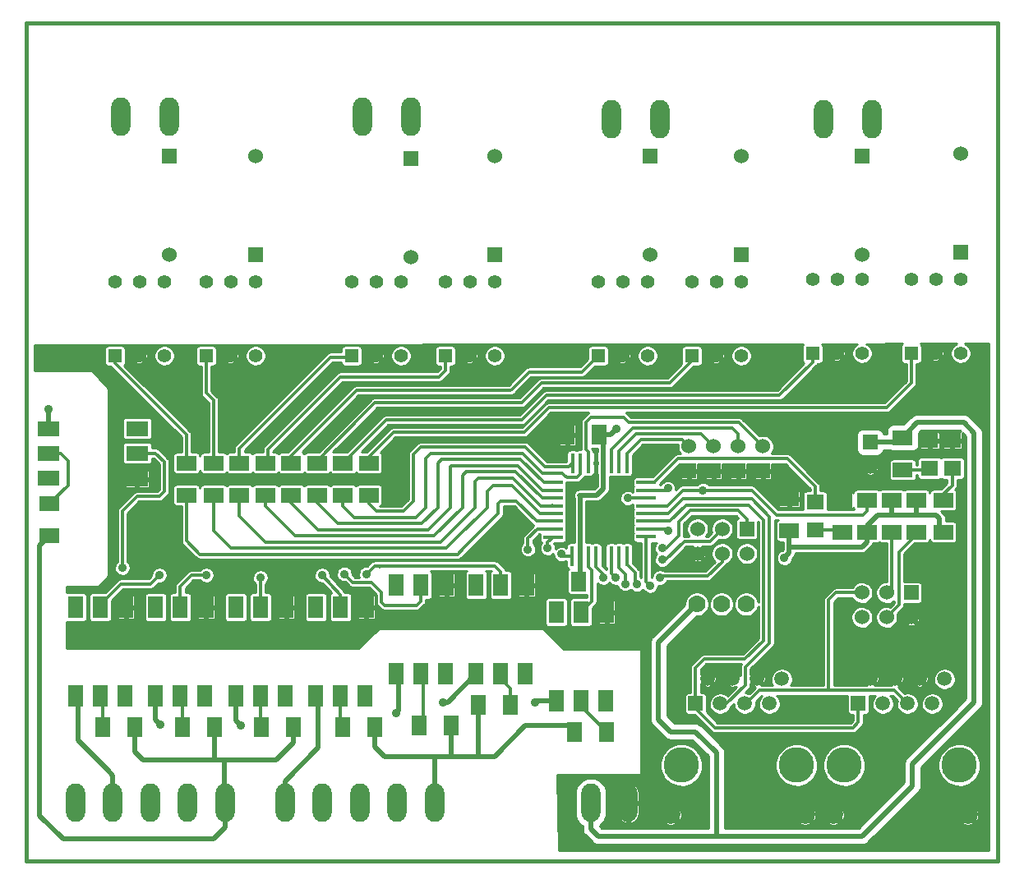
<source format=gtl>
G04 (created by PCBNEW (2013-07-07 BZR 4022)-stable) date 02/10/2018 19:34:55*
%MOIN*%
G04 Gerber Fmt 3.4, Leading zero omitted, Abs format*
%FSLAX34Y34*%
G01*
G70*
G90*
G04 APERTURE LIST*
%ADD10C,0.00590551*%
%ADD11C,0.015*%
%ADD12R,0.0177X0.0787*%
%ADD13R,0.0787X0.0177*%
%ADD14O,0.078X0.156*%
%ADD15R,0.06X0.06*%
%ADD16C,0.06*%
%ADD17R,0.0709X0.0629*%
%ADD18R,0.06X0.08*%
%ADD19R,0.08X0.06*%
%ADD20C,0.1437*%
%ADD21R,0.0591X0.0591*%
%ADD22C,0.0591*%
%ADD23C,0.0787402*%
%ADD24R,0.09X0.062*%
%ADD25R,0.062X0.09*%
%ADD26C,0.07*%
%ADD27R,0.055X0.055*%
%ADD28C,0.055*%
%ADD29C,0.035*%
%ADD30C,0.0197*%
%ADD31C,0.011811*%
%ADD32C,0.01*%
G04 APERTURE END LIST*
G54D10*
G54D11*
X71500Y-62000D02*
X110900Y-62000D01*
X71500Y-28000D02*
X110900Y-28000D01*
X110900Y-28000D02*
X110800Y-28000D01*
X110900Y-62000D02*
X110900Y-28000D01*
X71500Y-62000D02*
X71500Y-28000D01*
G54D12*
X93657Y-45854D03*
X93972Y-45854D03*
X94287Y-45854D03*
X94602Y-45854D03*
X94917Y-45854D03*
X95232Y-45854D03*
X95547Y-45854D03*
X95862Y-45854D03*
X95860Y-49620D03*
X93650Y-49620D03*
X93970Y-49620D03*
X94290Y-49620D03*
X94600Y-49620D03*
X94920Y-49620D03*
X95230Y-49620D03*
X95550Y-49620D03*
G54D13*
X96650Y-46638D03*
X96650Y-46952D03*
X96650Y-47268D03*
X96650Y-47582D03*
X96650Y-47898D03*
X96650Y-48212D03*
X96650Y-48528D03*
X96650Y-48842D03*
X92870Y-46640D03*
X92870Y-46950D03*
X92870Y-47270D03*
X92870Y-47580D03*
X92870Y-47890D03*
X92870Y-48210D03*
X92870Y-48530D03*
X92870Y-48850D03*
G54D14*
X82000Y-59645D03*
X83515Y-59645D03*
X85031Y-59645D03*
X86547Y-59645D03*
X88062Y-59645D03*
X73500Y-59645D03*
X75015Y-59645D03*
X76531Y-59645D03*
X78047Y-59645D03*
X79562Y-59645D03*
G54D15*
X107400Y-51112D03*
G54D16*
X107400Y-52112D03*
X106400Y-51112D03*
X106400Y-52112D03*
X105400Y-51112D03*
X105400Y-52112D03*
G54D17*
X109060Y-46059D03*
X109060Y-44941D03*
X108150Y-46059D03*
X108150Y-44941D03*
X103500Y-47441D03*
X103500Y-48559D03*
G54D15*
X101375Y-46175D03*
G54D16*
X101375Y-45175D03*
G54D15*
X100375Y-46175D03*
G54D16*
X100375Y-45175D03*
G54D15*
X98375Y-46175D03*
G54D16*
X98375Y-45175D03*
G54D15*
X105725Y-45000D03*
G54D16*
X105725Y-46000D03*
G54D15*
X99375Y-46175D03*
G54D16*
X99375Y-45175D03*
G54D18*
X84350Y-56550D03*
X85650Y-56550D03*
G54D19*
X105600Y-48650D03*
X105600Y-47350D03*
X104600Y-48650D03*
X104600Y-47350D03*
X102450Y-48600D03*
X102450Y-47300D03*
G54D18*
X94750Y-44700D03*
X93450Y-44700D03*
G54D19*
X107050Y-44825D03*
X107050Y-46125D03*
G54D18*
X77850Y-56550D03*
X79150Y-56550D03*
G54D19*
X108700Y-48650D03*
X108700Y-47350D03*
G54D18*
X74600Y-56550D03*
X75900Y-56550D03*
X81050Y-56550D03*
X82350Y-56550D03*
X95050Y-56750D03*
X93750Y-56750D03*
X87450Y-56500D03*
X88750Y-56500D03*
X91150Y-55650D03*
X89850Y-55650D03*
G54D15*
X100725Y-48525D03*
G54D16*
X100725Y-49525D03*
X99725Y-48525D03*
X99725Y-49525D03*
X98725Y-48525D03*
X98725Y-49525D03*
G54D19*
X72450Y-47500D03*
X72450Y-48800D03*
X107600Y-47350D03*
X107600Y-48650D03*
X106600Y-47350D03*
X106600Y-48650D03*
G54D14*
X94400Y-59645D03*
X95915Y-59645D03*
G54D18*
X93900Y-50650D03*
X92600Y-50650D03*
G54D14*
X77290Y-31800D03*
X75320Y-31800D03*
X87090Y-31800D03*
X85120Y-31800D03*
X97190Y-31900D03*
X95220Y-31900D03*
X105790Y-31900D03*
X103820Y-31900D03*
G54D20*
X102738Y-58112D03*
X98065Y-58112D03*
G54D21*
X98650Y-55612D03*
G54D22*
X99150Y-54612D03*
X99650Y-55612D03*
X100150Y-54612D03*
X100650Y-55612D03*
X101150Y-54612D03*
X101650Y-55612D03*
X102150Y-54612D03*
G54D23*
X97650Y-60112D03*
X103100Y-60112D03*
G54D20*
X109338Y-58112D03*
X104665Y-58112D03*
G54D21*
X105250Y-55612D03*
G54D22*
X105750Y-54612D03*
X106250Y-55612D03*
X106750Y-54612D03*
X107250Y-55612D03*
X107750Y-54612D03*
X108250Y-55612D03*
X108750Y-54612D03*
G54D23*
X104250Y-60112D03*
X109700Y-60112D03*
G54D24*
X72400Y-44450D03*
X72400Y-45450D03*
X72400Y-46450D03*
X76000Y-46500D03*
X76000Y-45450D03*
X76000Y-44450D03*
G54D25*
X73500Y-55300D03*
X74500Y-55300D03*
X75500Y-55300D03*
X75550Y-51700D03*
X74500Y-51700D03*
X73500Y-51700D03*
X76750Y-55300D03*
X77750Y-55300D03*
X78750Y-55300D03*
X78800Y-51700D03*
X77750Y-51700D03*
X76750Y-51700D03*
X80000Y-55300D03*
X81000Y-55300D03*
X82000Y-55300D03*
X82050Y-51700D03*
X81000Y-51700D03*
X80000Y-51700D03*
X83250Y-55300D03*
X84250Y-55300D03*
X85250Y-55300D03*
X85300Y-51700D03*
X84250Y-51700D03*
X83250Y-51700D03*
X86500Y-54400D03*
X87500Y-54400D03*
X88500Y-54400D03*
X88550Y-50800D03*
X87500Y-50800D03*
X86500Y-50800D03*
X89750Y-54400D03*
X90750Y-54400D03*
X91750Y-54400D03*
X91800Y-50800D03*
X90750Y-50800D03*
X89750Y-50800D03*
X93000Y-55500D03*
X94000Y-55500D03*
X95000Y-55500D03*
X95050Y-51900D03*
X94000Y-51900D03*
X93000Y-51900D03*
G54D26*
X98700Y-51575D03*
X99700Y-51575D03*
X100700Y-51575D03*
G54D19*
X78000Y-47150D03*
X78000Y-45850D03*
X85400Y-47150D03*
X85400Y-45850D03*
X79100Y-47150D03*
X79100Y-45850D03*
X84350Y-47150D03*
X84350Y-45850D03*
X80150Y-47150D03*
X80150Y-45850D03*
X83300Y-47150D03*
X83300Y-45850D03*
X81200Y-47150D03*
X81200Y-45850D03*
X82250Y-47150D03*
X82250Y-45850D03*
G54D15*
X77300Y-33400D03*
G54D16*
X77300Y-37400D03*
G54D15*
X80800Y-37400D03*
G54D16*
X80800Y-33400D03*
G54D15*
X87100Y-33500D03*
G54D16*
X87100Y-37500D03*
G54D15*
X90500Y-37400D03*
G54D16*
X90500Y-33400D03*
G54D15*
X96800Y-33400D03*
G54D16*
X96800Y-37400D03*
G54D15*
X100500Y-37400D03*
G54D16*
X100500Y-33400D03*
G54D15*
X105400Y-33400D03*
G54D16*
X105400Y-37400D03*
G54D15*
X109400Y-37300D03*
G54D16*
X109400Y-33300D03*
G54D27*
X75100Y-41500D03*
G54D28*
X76100Y-41500D03*
X77100Y-41500D03*
X77100Y-38500D03*
X76100Y-38500D03*
X75100Y-38500D03*
G54D27*
X78800Y-41500D03*
G54D28*
X79800Y-41500D03*
X80800Y-41500D03*
X80800Y-38500D03*
X79800Y-38500D03*
X78800Y-38500D03*
G54D27*
X84700Y-41500D03*
G54D28*
X85700Y-41500D03*
X86700Y-41500D03*
X86700Y-38500D03*
X85700Y-38500D03*
X84700Y-38500D03*
G54D27*
X88500Y-41500D03*
G54D28*
X89500Y-41500D03*
X90500Y-41500D03*
X90500Y-38500D03*
X89500Y-38500D03*
X88500Y-38500D03*
G54D27*
X94700Y-41500D03*
G54D28*
X95700Y-41500D03*
X96700Y-41500D03*
X96700Y-38500D03*
X95700Y-38500D03*
X94700Y-38500D03*
G54D27*
X98500Y-41500D03*
G54D28*
X99500Y-41500D03*
X100500Y-41500D03*
X100500Y-38500D03*
X99500Y-38500D03*
X98500Y-38500D03*
G54D27*
X103400Y-41400D03*
G54D28*
X104400Y-41400D03*
X105400Y-41400D03*
X105400Y-38400D03*
X104400Y-38400D03*
X103400Y-38400D03*
G54D27*
X107400Y-41400D03*
G54D28*
X108400Y-41400D03*
X109400Y-41400D03*
X109400Y-38400D03*
X108400Y-38400D03*
X107400Y-38400D03*
G54D29*
X95450Y-44450D03*
X102250Y-49700D03*
X97525Y-46875D03*
X75400Y-50100D03*
X95900Y-47275D03*
X97550Y-48600D03*
X76900Y-50400D03*
X78800Y-50400D03*
X96800Y-50825D03*
X81000Y-50500D03*
X96275Y-50775D03*
X83500Y-50400D03*
X95800Y-50750D03*
X84400Y-50350D03*
X95400Y-50500D03*
X85300Y-50350D03*
X94900Y-50500D03*
X92650Y-45000D03*
X94500Y-46625D03*
X95250Y-48800D03*
X75500Y-53000D03*
X84800Y-52900D03*
X72400Y-43650D03*
X76950Y-56450D03*
X80200Y-56500D03*
X86500Y-56000D03*
X88400Y-55550D03*
X92150Y-55550D03*
X92650Y-49300D03*
X97300Y-49300D03*
X91850Y-49350D03*
X97200Y-50500D03*
X98950Y-46950D03*
X93210Y-49540D03*
X97300Y-49775D03*
G54D30*
X99500Y-61000D02*
X99500Y-57600D01*
X97650Y-56750D02*
X97150Y-56250D01*
X98650Y-56750D02*
X97650Y-56750D01*
X99500Y-57600D02*
X98650Y-56750D01*
X97150Y-56250D02*
X97150Y-53125D01*
X97150Y-53125D02*
X98700Y-51575D01*
X104300Y-61000D02*
X105400Y-61000D01*
X107450Y-58950D02*
X107450Y-58055D01*
X105400Y-61000D02*
X107450Y-58950D01*
X103950Y-61000D02*
X104300Y-61000D01*
X96800Y-61000D02*
X99500Y-61000D01*
X99500Y-61000D02*
X101250Y-61000D01*
X101250Y-61000D02*
X103150Y-61000D01*
X109950Y-55250D02*
X109950Y-44625D01*
X105725Y-45000D02*
X106850Y-45000D01*
X107025Y-44825D02*
X107650Y-44200D01*
X107000Y-44850D02*
X107025Y-44825D01*
X109525Y-44200D02*
X107650Y-44200D01*
X106850Y-45000D02*
X107000Y-44850D01*
X109950Y-44625D02*
X109525Y-44200D01*
X103150Y-61000D02*
X103950Y-61000D01*
X107450Y-58055D02*
X109950Y-55555D01*
X109950Y-55555D02*
X109950Y-55250D01*
X94400Y-60700D02*
X94700Y-61000D01*
X94400Y-60700D02*
X94400Y-59645D01*
X94700Y-61000D02*
X96800Y-61000D01*
X94917Y-46883D02*
X94650Y-47150D01*
X94917Y-45854D02*
X94917Y-46833D01*
X94917Y-46833D02*
X94917Y-46883D01*
X94650Y-47150D02*
X93950Y-47150D01*
X93970Y-49620D02*
X93970Y-47170D01*
X93970Y-47170D02*
X93950Y-47150D01*
X94750Y-44700D02*
X95200Y-44700D01*
X95200Y-44700D02*
X95450Y-44450D01*
X93960Y-49610D02*
X93970Y-49620D01*
X93970Y-49620D02*
X93970Y-50630D01*
X93970Y-50630D02*
X93900Y-50700D01*
X102450Y-49250D02*
X105400Y-49250D01*
X102450Y-48600D02*
X102450Y-49250D01*
X105600Y-49050D02*
X105600Y-48650D01*
X105400Y-49250D02*
X105600Y-49050D01*
X106600Y-47350D02*
X106600Y-47950D01*
X106600Y-47950D02*
X106600Y-47900D01*
X106600Y-47900D02*
X106600Y-47950D01*
X107600Y-47350D02*
X107600Y-47950D01*
X107600Y-47950D02*
X107550Y-47950D01*
X105600Y-48650D02*
X105600Y-48400D01*
X105600Y-48400D02*
X106050Y-47950D01*
X106050Y-47950D02*
X106600Y-47950D01*
X108550Y-48100D02*
X108550Y-48650D01*
X108400Y-47950D02*
X108550Y-48100D01*
X106600Y-47950D02*
X107550Y-47950D01*
X107550Y-47950D02*
X108400Y-47950D01*
X102450Y-49500D02*
X102250Y-49700D01*
X102450Y-49300D02*
X102450Y-49500D01*
X102450Y-48600D02*
X102450Y-49300D01*
X94917Y-45854D02*
X94917Y-44983D01*
X94917Y-44983D02*
X94950Y-44950D01*
G54D31*
X96650Y-46952D02*
X97448Y-46952D01*
X97448Y-46952D02*
X97525Y-46875D01*
X105400Y-51112D02*
X104337Y-51112D01*
X104050Y-51400D02*
X104050Y-55075D01*
X104337Y-51112D02*
X104050Y-51400D01*
X100650Y-55612D02*
X100712Y-55612D01*
X100712Y-55612D02*
X101250Y-55075D01*
X101250Y-55075D02*
X104050Y-55075D01*
X104050Y-55075D02*
X106712Y-55075D01*
X106712Y-55075D02*
X107250Y-55612D01*
X95862Y-45854D02*
X95862Y-45463D01*
X98093Y-44893D02*
X98375Y-45175D01*
X96431Y-44893D02*
X98093Y-44893D01*
X95862Y-45463D02*
X96431Y-44893D01*
X95547Y-45854D02*
X95547Y-45353D01*
X98875Y-44675D02*
X99375Y-45175D01*
X96225Y-44675D02*
X98875Y-44675D01*
X95547Y-45353D02*
X96225Y-44675D01*
X95232Y-45854D02*
X95232Y-45293D01*
X100375Y-44675D02*
X100375Y-45175D01*
X100125Y-44425D02*
X100375Y-44675D01*
X96100Y-44425D02*
X100125Y-44425D01*
X95232Y-45293D02*
X96100Y-44425D01*
X94950Y-44000D02*
X95750Y-44000D01*
X100400Y-44200D02*
X101375Y-45175D01*
X95950Y-44200D02*
X100400Y-44200D01*
X95750Y-44000D02*
X95950Y-44200D01*
X94287Y-45854D02*
X94287Y-45387D01*
X94400Y-44000D02*
X94950Y-44000D01*
X94200Y-44200D02*
X94400Y-44000D01*
X94200Y-45300D02*
X94200Y-44200D01*
X94287Y-45387D02*
X94200Y-45300D01*
X76000Y-47200D02*
X76900Y-47200D01*
X75400Y-47800D02*
X76000Y-47200D01*
X75400Y-50100D02*
X75400Y-47800D01*
X76900Y-47200D02*
X77100Y-47000D01*
X77100Y-47000D02*
X77100Y-45800D01*
X77100Y-45800D02*
X76750Y-45450D01*
X76750Y-45450D02*
X76000Y-45450D01*
X96650Y-47268D02*
X95907Y-47268D01*
X95907Y-47268D02*
X95900Y-47275D01*
X95800Y-47250D02*
X96632Y-47250D01*
X96632Y-47250D02*
X96650Y-47268D01*
X74500Y-51700D02*
X74500Y-51600D01*
X97478Y-48528D02*
X96650Y-48528D01*
X97550Y-48600D02*
X97478Y-48528D01*
X76900Y-50400D02*
X76550Y-50750D01*
X76550Y-50750D02*
X75350Y-50750D01*
X75350Y-50750D02*
X75300Y-50800D01*
X74500Y-51600D02*
X75300Y-50800D01*
X77750Y-51700D02*
X77750Y-50850D01*
X78200Y-50400D02*
X78800Y-50400D01*
X77750Y-50850D02*
X78200Y-50400D01*
X96650Y-48842D02*
X96650Y-50675D01*
X96650Y-50675D02*
X96800Y-50825D01*
X81000Y-51700D02*
X81000Y-50500D01*
X96275Y-50775D02*
X96200Y-50700D01*
X96200Y-50700D02*
X96200Y-50300D01*
X95860Y-49960D02*
X95860Y-49620D01*
X95860Y-49960D02*
X96200Y-50300D01*
X83500Y-50400D02*
X84250Y-51200D01*
X84250Y-51200D02*
X84250Y-51700D01*
X95550Y-49620D02*
X95550Y-50100D01*
X95800Y-50350D02*
X95550Y-50100D01*
X95800Y-50750D02*
X95800Y-50350D01*
X84250Y-51200D02*
X84250Y-51700D01*
X84900Y-50700D02*
X84900Y-50690D01*
X84890Y-50690D02*
X84900Y-50700D01*
X84740Y-50690D02*
X84890Y-50690D01*
X84400Y-50350D02*
X84740Y-50690D01*
X86050Y-51630D02*
X87320Y-51630D01*
X87320Y-51630D02*
X87500Y-51450D01*
X84900Y-50690D02*
X85490Y-50690D01*
X85490Y-50690D02*
X85900Y-51100D01*
X85900Y-51100D02*
X85900Y-51480D01*
X85900Y-51480D02*
X86050Y-51630D01*
X87500Y-50800D02*
X87500Y-51450D01*
X95230Y-50330D02*
X95230Y-49620D01*
X95400Y-50500D02*
X95230Y-50330D01*
X85850Y-50050D02*
X85850Y-50018D01*
X85818Y-50018D02*
X85850Y-50050D01*
X85631Y-50018D02*
X85818Y-50018D01*
X85300Y-50350D02*
X85631Y-50018D01*
X94600Y-49620D02*
X94600Y-50050D01*
X94900Y-50350D02*
X94600Y-50050D01*
X94900Y-50500D02*
X94900Y-50350D01*
X90750Y-50250D02*
X90750Y-50800D01*
X90518Y-50018D02*
X90750Y-50250D01*
X85850Y-50018D02*
X90518Y-50018D01*
X94290Y-49620D02*
X94290Y-50048D01*
X94290Y-50048D02*
X94450Y-50208D01*
X94450Y-50208D02*
X94450Y-51450D01*
X94450Y-51450D02*
X94000Y-51900D01*
G54D30*
X72050Y-60150D02*
X72050Y-49200D01*
X73300Y-61100D02*
X79100Y-61100D01*
X79100Y-61100D02*
X79562Y-60637D01*
X79562Y-59645D02*
X79562Y-60637D01*
X73000Y-61100D02*
X72050Y-60150D01*
X73300Y-61100D02*
X73000Y-61100D01*
X72050Y-49200D02*
X72450Y-48800D01*
X79150Y-56550D02*
X79150Y-57900D01*
X79550Y-57900D02*
X79550Y-59632D01*
X79550Y-59632D02*
X79562Y-59645D01*
X75900Y-56550D02*
X75900Y-57550D01*
X75900Y-57550D02*
X76250Y-57900D01*
X76250Y-57900D02*
X79150Y-57900D01*
X79150Y-57900D02*
X79550Y-57900D01*
X79550Y-57900D02*
X81650Y-57900D01*
X82350Y-57200D02*
X82350Y-56550D01*
X81650Y-57900D02*
X82350Y-57200D01*
X89850Y-55650D02*
X89850Y-57750D01*
X89850Y-57750D02*
X89800Y-57750D01*
X88750Y-56500D02*
X88750Y-57750D01*
X88050Y-57750D02*
X88750Y-57750D01*
X88750Y-57750D02*
X89800Y-57750D01*
X89800Y-57750D02*
X90500Y-57750D01*
X91750Y-56500D02*
X93500Y-56500D01*
X90500Y-57750D02*
X91750Y-56500D01*
X86050Y-57750D02*
X88050Y-57750D01*
X88050Y-57750D02*
X88062Y-57750D01*
X88750Y-56500D02*
X88750Y-56350D01*
X85650Y-56550D02*
X85650Y-57350D01*
X85650Y-57350D02*
X86050Y-57750D01*
X88062Y-59000D02*
X88062Y-57750D01*
X88000Y-58937D02*
X88062Y-59000D01*
G54D31*
X92950Y-44700D02*
X92650Y-45000D01*
X93450Y-44700D02*
X92950Y-44700D01*
X94602Y-45854D02*
X94602Y-46523D01*
X94602Y-46523D02*
X94500Y-46625D01*
X94920Y-49620D02*
X94920Y-49130D01*
X94920Y-49130D02*
X95250Y-48800D01*
G54D32*
X75500Y-51900D02*
X75500Y-53000D01*
X85250Y-51900D02*
X85250Y-52450D01*
X85250Y-52450D02*
X84800Y-52900D01*
G54D31*
X104600Y-47550D02*
X104600Y-47350D01*
G54D30*
X72400Y-44450D02*
X72400Y-43650D01*
X74800Y-58300D02*
X75015Y-58515D01*
X75015Y-58515D02*
X75015Y-59645D01*
X75015Y-59000D02*
X75015Y-58515D01*
X73600Y-57100D02*
X73600Y-55100D01*
X74800Y-58300D02*
X73600Y-57100D01*
X76750Y-55300D02*
X76750Y-56250D01*
X76750Y-56250D02*
X76950Y-56450D01*
X80000Y-55300D02*
X80000Y-56300D01*
X80000Y-56300D02*
X80200Y-56500D01*
X82000Y-59000D02*
X82000Y-58750D01*
X83350Y-57400D02*
X83350Y-55100D01*
X82000Y-58750D02*
X83350Y-57400D01*
X86600Y-55150D02*
X86600Y-54200D01*
X86600Y-55900D02*
X86600Y-55150D01*
X86600Y-55150D02*
X86600Y-55100D01*
X86500Y-56000D02*
X86600Y-55900D01*
X88400Y-55550D02*
X88600Y-55550D01*
X88600Y-55550D02*
X89750Y-54400D01*
X92200Y-55500D02*
X93000Y-55500D01*
X92150Y-55550D02*
X92200Y-55500D01*
G54D31*
X96650Y-46638D02*
X96962Y-46638D01*
X102375Y-45675D02*
X103100Y-46400D01*
X97925Y-45675D02*
X102375Y-45675D01*
X96962Y-46638D02*
X97925Y-45675D01*
X103500Y-46800D02*
X103500Y-47441D01*
X103100Y-46400D02*
X103500Y-46800D01*
X92870Y-48850D02*
X92650Y-49070D01*
X92650Y-49070D02*
X92650Y-49300D01*
X97300Y-49300D02*
X97475Y-49300D01*
X97475Y-49300D02*
X97975Y-48800D01*
X99925Y-47775D02*
X100375Y-47775D01*
X100725Y-48125D02*
X100725Y-48525D01*
X100375Y-47775D02*
X100725Y-48125D01*
X97475Y-49300D02*
X97975Y-48800D01*
X98425Y-47775D02*
X99925Y-47775D01*
X99925Y-47775D02*
X99950Y-47775D01*
X97975Y-48225D02*
X98425Y-47775D01*
X97975Y-48800D02*
X97975Y-48225D01*
X91850Y-49350D02*
X91850Y-48900D01*
X92220Y-48530D02*
X92870Y-48530D01*
X91850Y-48900D02*
X92220Y-48530D01*
X92250Y-48530D02*
X92250Y-48530D01*
X92250Y-48530D02*
X92870Y-48530D01*
X99725Y-49850D02*
X99725Y-49525D01*
X97200Y-50500D02*
X97275Y-50425D01*
X97275Y-50425D02*
X99150Y-50425D01*
X99150Y-50425D02*
X99725Y-49850D01*
X85925Y-44275D02*
X86100Y-44100D01*
X86100Y-44100D02*
X91600Y-44100D01*
X101150Y-43100D02*
X102050Y-43100D01*
X103400Y-41750D02*
X103400Y-41400D01*
X102050Y-43100D02*
X103400Y-41750D01*
X85925Y-44275D02*
X84350Y-45850D01*
X92600Y-43100D02*
X101150Y-43100D01*
X91600Y-44100D02*
X92600Y-43100D01*
X92700Y-43600D02*
X106400Y-43600D01*
X106400Y-43600D02*
X106750Y-43250D01*
X85400Y-45850D02*
X85400Y-45600D01*
X85400Y-45600D02*
X86400Y-44600D01*
X107400Y-42600D02*
X107400Y-41400D01*
X106750Y-43250D02*
X107400Y-42600D01*
X91700Y-44600D02*
X92700Y-43600D01*
X86400Y-44600D02*
X91700Y-44600D01*
X78000Y-45850D02*
X78000Y-44700D01*
X75100Y-41800D02*
X75100Y-41500D01*
X78000Y-44700D02*
X75100Y-41800D01*
X79100Y-45850D02*
X79100Y-43300D01*
X78800Y-43000D02*
X78800Y-41300D01*
X79100Y-43300D02*
X78800Y-43000D01*
X82875Y-42525D02*
X83850Y-41550D01*
X84650Y-41550D02*
X84700Y-41500D01*
X83850Y-41550D02*
X84650Y-41550D01*
X82800Y-42600D02*
X82875Y-42525D01*
X80150Y-45850D02*
X80150Y-45250D01*
X80150Y-45250D02*
X82800Y-42600D01*
X84150Y-42450D02*
X81300Y-45300D01*
X81300Y-45750D02*
X81200Y-45850D01*
X81300Y-45300D02*
X81300Y-45750D01*
X88500Y-41950D02*
X88500Y-42100D01*
X88500Y-42100D02*
X88250Y-42350D01*
X84250Y-42350D02*
X88250Y-42350D01*
X84150Y-42450D02*
X84250Y-42350D01*
X88500Y-41950D02*
X88500Y-41500D01*
X85150Y-43900D02*
X85650Y-43400D01*
X91600Y-43400D02*
X91950Y-43050D01*
X85650Y-43400D02*
X91600Y-43400D01*
X92225Y-42775D02*
X92400Y-42600D01*
X92400Y-42600D02*
X97600Y-42600D01*
X98500Y-41700D02*
X98500Y-41500D01*
X97600Y-42600D02*
X98500Y-41700D01*
X83300Y-45850D02*
X83300Y-45750D01*
X83300Y-45750D02*
X85150Y-43900D01*
X91950Y-43050D02*
X92225Y-42775D01*
X84300Y-43500D02*
X84900Y-42900D01*
X91150Y-42900D02*
X91200Y-42850D01*
X84900Y-42900D02*
X91150Y-42900D01*
X94050Y-42150D02*
X94100Y-42100D01*
X91900Y-42150D02*
X94050Y-42150D01*
X91200Y-42850D02*
X91900Y-42150D01*
X82250Y-45850D02*
X82250Y-45550D01*
X94100Y-42100D02*
X94700Y-41500D01*
X82250Y-45550D02*
X84300Y-43500D01*
X87600Y-54200D02*
X87600Y-56350D01*
X87600Y-56350D02*
X87450Y-56500D01*
G54D32*
X87600Y-56350D02*
X87450Y-56500D01*
G54D31*
X91150Y-55500D02*
X91150Y-55000D01*
X91150Y-55000D02*
X90850Y-54700D01*
X90850Y-54700D02*
X90850Y-54200D01*
X94000Y-55500D02*
X94000Y-55700D01*
X94000Y-55700D02*
X95050Y-56750D01*
X81000Y-55300D02*
X81000Y-56500D01*
X81000Y-56500D02*
X81050Y-56550D01*
X84250Y-55300D02*
X84250Y-56450D01*
X84250Y-56450D02*
X84350Y-56550D01*
X103500Y-48559D02*
X104509Y-48559D01*
X104509Y-48559D02*
X104600Y-48650D01*
X72400Y-45450D02*
X72900Y-45450D01*
X73200Y-46750D02*
X72450Y-47500D01*
X73200Y-45750D02*
X73200Y-46750D01*
X72900Y-45450D02*
X73200Y-45750D01*
X74600Y-56550D02*
X74600Y-55100D01*
X77850Y-56550D02*
X77850Y-55100D01*
X107050Y-46125D02*
X108084Y-46125D01*
X108084Y-46125D02*
X108150Y-46059D01*
X108059Y-46150D02*
X108150Y-46059D01*
X108550Y-47350D02*
X108550Y-47260D01*
X109060Y-46750D02*
X109060Y-46059D01*
X108550Y-47260D02*
X109060Y-46750D01*
X88550Y-49550D02*
X89000Y-49550D01*
X89000Y-49550D02*
X89250Y-49300D01*
X89250Y-49300D02*
X90650Y-47900D01*
X91380Y-47400D02*
X92190Y-48210D01*
X90750Y-47400D02*
X91380Y-47400D01*
X90650Y-47500D02*
X90750Y-47400D01*
X90650Y-47900D02*
X90650Y-47500D01*
X92870Y-48210D02*
X92190Y-48210D01*
X78000Y-47150D02*
X78000Y-49000D01*
X78550Y-49550D02*
X88550Y-49550D01*
X78000Y-49000D02*
X78550Y-49550D01*
X89825Y-48025D02*
X90200Y-47650D01*
X90200Y-47000D02*
X90450Y-46750D01*
X90200Y-47650D02*
X90200Y-47000D01*
X91550Y-47100D02*
X91550Y-47108D01*
X91200Y-46750D02*
X91550Y-47100D01*
X90450Y-46750D02*
X91200Y-46750D01*
X89175Y-48675D02*
X89825Y-48025D01*
X79100Y-47150D02*
X79100Y-48600D01*
X88550Y-49300D02*
X89175Y-48675D01*
X79800Y-49300D02*
X88550Y-49300D01*
X79100Y-48600D02*
X79800Y-49300D01*
X91550Y-47108D02*
X92331Y-47890D01*
X92331Y-47890D02*
X92870Y-47890D01*
X89700Y-46650D02*
X89700Y-46600D01*
X89700Y-46600D02*
X89850Y-46450D01*
X80150Y-47150D02*
X80150Y-48000D01*
X89700Y-46650D02*
X89700Y-47650D01*
X91250Y-46450D02*
X92380Y-47580D01*
X92380Y-47580D02*
X92870Y-47580D01*
X89850Y-46450D02*
X91250Y-46450D01*
X88300Y-49050D02*
X89700Y-47650D01*
X81200Y-49050D02*
X88300Y-49050D01*
X80150Y-48000D02*
X81200Y-49050D01*
X92840Y-47550D02*
X92870Y-47580D01*
X89200Y-46450D02*
X89200Y-46350D01*
X89200Y-46350D02*
X89350Y-46200D01*
X81200Y-47150D02*
X81200Y-47600D01*
X89200Y-46450D02*
X89200Y-47650D01*
X92420Y-47270D02*
X92870Y-47270D01*
X89350Y-46200D02*
X91350Y-46200D01*
X91350Y-46200D02*
X92420Y-47270D01*
X88050Y-48800D02*
X89200Y-47650D01*
X82400Y-48800D02*
X88050Y-48800D01*
X81200Y-47600D02*
X82400Y-48800D01*
X82250Y-47150D02*
X82250Y-47450D01*
X88700Y-46050D02*
X88700Y-47650D01*
X88700Y-46000D02*
X88750Y-45950D01*
X88750Y-45950D02*
X91450Y-45950D01*
X91450Y-45950D02*
X92450Y-46950D01*
X88700Y-46050D02*
X88700Y-46000D01*
X87800Y-48550D02*
X88700Y-47650D01*
X83350Y-48550D02*
X87800Y-48550D01*
X82250Y-47450D02*
X83350Y-48550D01*
X92450Y-46950D02*
X92870Y-46950D01*
X92450Y-46950D02*
X92870Y-46950D01*
X83300Y-47150D02*
X83300Y-47450D01*
X88200Y-45850D02*
X88200Y-47650D01*
X88600Y-45700D02*
X91550Y-45700D01*
X91550Y-45700D02*
X92490Y-46640D01*
X88350Y-45700D02*
X88200Y-45850D01*
X88600Y-45700D02*
X88350Y-45700D01*
X87550Y-48300D02*
X88200Y-47650D01*
X84150Y-48300D02*
X87550Y-48300D01*
X83300Y-47450D02*
X84150Y-48300D01*
X92490Y-46640D02*
X92870Y-46640D01*
X92490Y-46640D02*
X92870Y-46640D01*
X92840Y-46640D02*
X92870Y-46640D01*
X87700Y-45700D02*
X87700Y-45650D01*
X87700Y-45650D02*
X87900Y-45450D01*
X84350Y-47150D02*
X84350Y-47600D01*
X93250Y-46250D02*
X93350Y-46350D01*
X93350Y-46350D02*
X93425Y-46425D01*
X93425Y-46425D02*
X93850Y-46425D01*
X93972Y-46303D02*
X93972Y-45854D01*
X93850Y-46425D02*
X93972Y-46303D01*
X92450Y-46250D02*
X93250Y-46250D01*
X87700Y-45700D02*
X87700Y-47650D01*
X87900Y-45450D02*
X91650Y-45450D01*
X91650Y-45450D02*
X92450Y-46250D01*
X87300Y-48050D02*
X87700Y-47650D01*
X84800Y-48050D02*
X87300Y-48050D01*
X84350Y-47600D02*
X84800Y-48050D01*
X85400Y-47150D02*
X85400Y-47500D01*
X87200Y-45500D02*
X87500Y-45200D01*
X87200Y-47400D02*
X87200Y-45500D01*
X86800Y-47800D02*
X87200Y-47400D01*
X85700Y-47800D02*
X86800Y-47800D01*
X85400Y-47500D02*
X85700Y-47800D01*
X87500Y-45200D02*
X91750Y-45200D01*
X92550Y-46000D02*
X93511Y-46000D01*
X91750Y-45200D02*
X92550Y-46000D01*
X93511Y-46000D02*
X93657Y-45854D01*
X93511Y-46000D02*
X93657Y-45854D01*
X93511Y-46000D02*
X93657Y-45854D01*
X100500Y-46950D02*
X100925Y-46950D01*
X100925Y-46950D02*
X101925Y-47950D01*
X96650Y-47582D02*
X97493Y-47582D01*
X97493Y-47582D02*
X98125Y-46950D01*
X98125Y-46950D02*
X98950Y-46950D01*
X98950Y-46950D02*
X100500Y-46950D01*
X101925Y-47950D02*
X105450Y-47950D01*
X105600Y-47350D02*
X105600Y-47800D01*
X105450Y-47950D02*
X105600Y-47800D01*
X93650Y-49620D02*
X93290Y-49620D01*
X93290Y-49620D02*
X93210Y-49540D01*
X97300Y-49775D02*
X97450Y-49775D01*
X97450Y-49775D02*
X98200Y-49025D01*
X99225Y-49025D02*
X99725Y-48525D01*
X98200Y-49025D02*
X99225Y-49025D01*
X100675Y-54250D02*
X100675Y-54125D01*
X101650Y-53150D02*
X101650Y-52400D01*
X100675Y-54125D02*
X101650Y-53150D01*
X100325Y-47300D02*
X100925Y-47300D01*
X101650Y-48025D02*
X101650Y-48500D01*
X100925Y-47300D02*
X101650Y-48025D01*
X96650Y-47898D02*
X97552Y-47898D01*
X98150Y-47300D02*
X100325Y-47300D01*
X97552Y-47898D02*
X98150Y-47300D01*
X99650Y-55612D02*
X99912Y-55612D01*
X99912Y-55612D02*
X100675Y-54850D01*
X101650Y-52400D02*
X101650Y-50775D01*
X100675Y-54850D02*
X100675Y-54250D01*
X106600Y-49925D02*
X106600Y-50912D01*
X106600Y-50912D02*
X106400Y-51112D01*
X101650Y-48500D02*
X101650Y-49250D01*
X101650Y-49250D02*
X101650Y-50775D01*
X106600Y-49950D02*
X106600Y-49925D01*
X106600Y-49925D02*
X106600Y-48650D01*
X99625Y-53800D02*
X100650Y-53800D01*
X101400Y-53050D02*
X101400Y-52300D01*
X100650Y-53800D02*
X101400Y-53050D01*
X100500Y-47550D02*
X100800Y-47550D01*
X99625Y-53800D02*
X99000Y-53800D01*
X99000Y-53800D02*
X98650Y-54150D01*
X98650Y-54150D02*
X98650Y-55612D01*
X101400Y-48500D02*
X101400Y-49250D01*
X101400Y-49250D02*
X101400Y-50700D01*
X101400Y-52300D02*
X101400Y-50700D01*
X101400Y-48150D02*
X101400Y-48500D01*
X100800Y-47550D02*
X101400Y-48150D01*
X96650Y-48212D02*
X97613Y-48212D01*
X98275Y-47550D02*
X100500Y-47550D01*
X100500Y-47550D02*
X100550Y-47550D01*
X97613Y-48212D02*
X98275Y-47550D01*
X106900Y-49600D02*
X106900Y-49450D01*
X107600Y-48750D02*
X107600Y-48650D01*
X106900Y-49450D02*
X107600Y-48750D01*
X106900Y-50700D02*
X106900Y-49600D01*
X106900Y-51612D02*
X106400Y-52112D01*
X106900Y-50700D02*
X106900Y-51612D01*
X98650Y-55612D02*
X98650Y-55800D01*
X98650Y-55800D02*
X99450Y-56600D01*
X99450Y-56600D02*
X105025Y-56600D01*
X105025Y-56600D02*
X105250Y-56375D01*
X105250Y-56375D02*
X105250Y-55612D01*
G54D10*
G36*
X94668Y-46780D02*
X94547Y-46901D01*
X93950Y-46901D01*
X93926Y-46903D01*
X93902Y-46906D01*
X93902Y-46906D01*
X93901Y-46906D01*
X93878Y-46913D01*
X93856Y-46919D01*
X93855Y-46920D01*
X93855Y-46920D01*
X93834Y-46931D01*
X93813Y-46942D01*
X93812Y-46942D01*
X93812Y-46943D01*
X93794Y-46958D01*
X93775Y-46973D01*
X93775Y-46973D01*
X93774Y-46973D01*
X93759Y-46991D01*
X93744Y-47010D01*
X93744Y-47010D01*
X93743Y-47011D01*
X93732Y-47032D01*
X93721Y-47052D01*
X93721Y-47053D01*
X93720Y-47053D01*
X93713Y-47076D01*
X93706Y-47099D01*
X93706Y-47099D01*
X93706Y-47100D01*
X93704Y-47123D01*
X93701Y-47147D01*
X93701Y-47147D01*
X93701Y-47148D01*
X93703Y-47171D01*
X93705Y-47195D01*
X93705Y-47196D01*
X93705Y-47196D01*
X93712Y-47219D01*
X93719Y-47242D01*
X93719Y-47242D01*
X93719Y-47243D01*
X93721Y-47246D01*
X93721Y-49076D01*
X93546Y-49076D01*
X93517Y-49082D01*
X93490Y-49093D01*
X93466Y-49109D01*
X93445Y-49130D01*
X93428Y-49154D01*
X93417Y-49181D01*
X93411Y-49210D01*
X93411Y-49240D01*
X93411Y-49283D01*
X93365Y-49252D01*
X93306Y-49228D01*
X93244Y-49215D01*
X93180Y-49214D01*
X93117Y-49226D01*
X93058Y-49250D01*
X93005Y-49285D01*
X92974Y-49315D01*
X92975Y-49268D01*
X92962Y-49205D01*
X92938Y-49146D01*
X92910Y-49104D01*
X92927Y-49088D01*
X93278Y-49088D01*
X93307Y-49082D01*
X93334Y-49071D01*
X93358Y-49055D01*
X93379Y-49034D01*
X93396Y-49010D01*
X93407Y-48983D01*
X93413Y-48954D01*
X93413Y-48924D01*
X93413Y-48746D01*
X93407Y-48717D01*
X93396Y-48690D01*
X93396Y-48690D01*
X93407Y-48663D01*
X93413Y-48634D01*
X93413Y-48604D01*
X93413Y-48426D01*
X93407Y-48397D01*
X93396Y-48370D01*
X93396Y-48370D01*
X93407Y-48343D01*
X93413Y-48314D01*
X93413Y-48284D01*
X93413Y-48106D01*
X93407Y-48077D01*
X93396Y-48050D01*
X93396Y-48050D01*
X93407Y-48023D01*
X93413Y-47994D01*
X93413Y-47964D01*
X93413Y-47786D01*
X93407Y-47757D01*
X93398Y-47734D01*
X93407Y-47713D01*
X93413Y-47684D01*
X93413Y-47654D01*
X93413Y-47476D01*
X93407Y-47447D01*
X93398Y-47424D01*
X93407Y-47403D01*
X93413Y-47374D01*
X93413Y-47344D01*
X93413Y-47166D01*
X93407Y-47137D01*
X93396Y-47110D01*
X93396Y-47110D01*
X93407Y-47083D01*
X93413Y-47054D01*
X93413Y-47024D01*
X93413Y-46846D01*
X93407Y-46817D01*
X93398Y-46794D01*
X93407Y-46773D01*
X93413Y-46744D01*
X93413Y-46714D01*
X93413Y-46633D01*
X93422Y-46634D01*
X93424Y-46634D01*
X93424Y-46634D01*
X93424Y-46634D01*
X93425Y-46634D01*
X93850Y-46634D01*
X93869Y-46632D01*
X93888Y-46630D01*
X93889Y-46630D01*
X93890Y-46630D01*
X93909Y-46624D01*
X93927Y-46619D01*
X93928Y-46618D01*
X93929Y-46618D01*
X93946Y-46609D01*
X93963Y-46600D01*
X93964Y-46599D01*
X93965Y-46599D01*
X93980Y-46586D01*
X93995Y-46574D01*
X93997Y-46573D01*
X93997Y-46573D01*
X93997Y-46573D01*
X93997Y-46572D01*
X94119Y-46450D01*
X94132Y-46435D01*
X94144Y-46421D01*
X94145Y-46420D01*
X94145Y-46419D01*
X94154Y-46402D01*
X94160Y-46392D01*
X94182Y-46397D01*
X94212Y-46397D01*
X94390Y-46397D01*
X94419Y-46391D01*
X94446Y-46380D01*
X94470Y-46364D01*
X94491Y-46343D01*
X94508Y-46319D01*
X94517Y-46297D01*
X94518Y-46297D01*
X94545Y-46297D01*
X94557Y-46285D01*
X94557Y-45904D01*
X94544Y-45904D01*
X94544Y-45804D01*
X94557Y-45804D01*
X94557Y-45423D01*
X94545Y-45410D01*
X94518Y-45410D01*
X94517Y-45410D01*
X94508Y-45389D01*
X94494Y-45368D01*
X94494Y-45367D01*
X94492Y-45348D01*
X94492Y-45347D01*
X94492Y-45346D01*
X94486Y-45327D01*
X94481Y-45309D01*
X94480Y-45308D01*
X94480Y-45307D01*
X94471Y-45290D01*
X94462Y-45273D01*
X94461Y-45272D01*
X94461Y-45271D01*
X94448Y-45256D01*
X94443Y-45249D01*
X94463Y-45250D01*
X94668Y-45250D01*
X94668Y-45410D01*
X94658Y-45410D01*
X94646Y-45423D01*
X94646Y-45804D01*
X94659Y-45804D01*
X94659Y-45904D01*
X94646Y-45904D01*
X94646Y-46285D01*
X94658Y-46297D01*
X94668Y-46297D01*
X94668Y-46780D01*
X94668Y-46780D01*
G37*
G54D32*
X94668Y-46780D02*
X94547Y-46901D01*
X93950Y-46901D01*
X93926Y-46903D01*
X93902Y-46906D01*
X93902Y-46906D01*
X93901Y-46906D01*
X93878Y-46913D01*
X93856Y-46919D01*
X93855Y-46920D01*
X93855Y-46920D01*
X93834Y-46931D01*
X93813Y-46942D01*
X93812Y-46942D01*
X93812Y-46943D01*
X93794Y-46958D01*
X93775Y-46973D01*
X93775Y-46973D01*
X93774Y-46973D01*
X93759Y-46991D01*
X93744Y-47010D01*
X93744Y-47010D01*
X93743Y-47011D01*
X93732Y-47032D01*
X93721Y-47052D01*
X93721Y-47053D01*
X93720Y-47053D01*
X93713Y-47076D01*
X93706Y-47099D01*
X93706Y-47099D01*
X93706Y-47100D01*
X93704Y-47123D01*
X93701Y-47147D01*
X93701Y-47147D01*
X93701Y-47148D01*
X93703Y-47171D01*
X93705Y-47195D01*
X93705Y-47196D01*
X93705Y-47196D01*
X93712Y-47219D01*
X93719Y-47242D01*
X93719Y-47242D01*
X93719Y-47243D01*
X93721Y-47246D01*
X93721Y-49076D01*
X93546Y-49076D01*
X93517Y-49082D01*
X93490Y-49093D01*
X93466Y-49109D01*
X93445Y-49130D01*
X93428Y-49154D01*
X93417Y-49181D01*
X93411Y-49210D01*
X93411Y-49240D01*
X93411Y-49283D01*
X93365Y-49252D01*
X93306Y-49228D01*
X93244Y-49215D01*
X93180Y-49214D01*
X93117Y-49226D01*
X93058Y-49250D01*
X93005Y-49285D01*
X92974Y-49315D01*
X92975Y-49268D01*
X92962Y-49205D01*
X92938Y-49146D01*
X92910Y-49104D01*
X92927Y-49088D01*
X93278Y-49088D01*
X93307Y-49082D01*
X93334Y-49071D01*
X93358Y-49055D01*
X93379Y-49034D01*
X93396Y-49010D01*
X93407Y-48983D01*
X93413Y-48954D01*
X93413Y-48924D01*
X93413Y-48746D01*
X93407Y-48717D01*
X93396Y-48690D01*
X93396Y-48690D01*
X93407Y-48663D01*
X93413Y-48634D01*
X93413Y-48604D01*
X93413Y-48426D01*
X93407Y-48397D01*
X93396Y-48370D01*
X93396Y-48370D01*
X93407Y-48343D01*
X93413Y-48314D01*
X93413Y-48284D01*
X93413Y-48106D01*
X93407Y-48077D01*
X93396Y-48050D01*
X93396Y-48050D01*
X93407Y-48023D01*
X93413Y-47994D01*
X93413Y-47964D01*
X93413Y-47786D01*
X93407Y-47757D01*
X93398Y-47734D01*
X93407Y-47713D01*
X93413Y-47684D01*
X93413Y-47654D01*
X93413Y-47476D01*
X93407Y-47447D01*
X93398Y-47424D01*
X93407Y-47403D01*
X93413Y-47374D01*
X93413Y-47344D01*
X93413Y-47166D01*
X93407Y-47137D01*
X93396Y-47110D01*
X93396Y-47110D01*
X93407Y-47083D01*
X93413Y-47054D01*
X93413Y-47024D01*
X93413Y-46846D01*
X93407Y-46817D01*
X93398Y-46794D01*
X93407Y-46773D01*
X93413Y-46744D01*
X93413Y-46714D01*
X93413Y-46633D01*
X93422Y-46634D01*
X93424Y-46634D01*
X93424Y-46634D01*
X93424Y-46634D01*
X93425Y-46634D01*
X93850Y-46634D01*
X93869Y-46632D01*
X93888Y-46630D01*
X93889Y-46630D01*
X93890Y-46630D01*
X93909Y-46624D01*
X93927Y-46619D01*
X93928Y-46618D01*
X93929Y-46618D01*
X93946Y-46609D01*
X93963Y-46600D01*
X93964Y-46599D01*
X93965Y-46599D01*
X93980Y-46586D01*
X93995Y-46574D01*
X93997Y-46573D01*
X93997Y-46573D01*
X93997Y-46573D01*
X93997Y-46572D01*
X94119Y-46450D01*
X94132Y-46435D01*
X94144Y-46421D01*
X94145Y-46420D01*
X94145Y-46419D01*
X94154Y-46402D01*
X94160Y-46392D01*
X94182Y-46397D01*
X94212Y-46397D01*
X94390Y-46397D01*
X94419Y-46391D01*
X94446Y-46380D01*
X94470Y-46364D01*
X94491Y-46343D01*
X94508Y-46319D01*
X94517Y-46297D01*
X94518Y-46297D01*
X94545Y-46297D01*
X94557Y-46285D01*
X94557Y-45904D01*
X94544Y-45904D01*
X94544Y-45804D01*
X94557Y-45804D01*
X94557Y-45423D01*
X94545Y-45410D01*
X94518Y-45410D01*
X94517Y-45410D01*
X94508Y-45389D01*
X94494Y-45368D01*
X94494Y-45367D01*
X94492Y-45348D01*
X94492Y-45347D01*
X94492Y-45346D01*
X94486Y-45327D01*
X94481Y-45309D01*
X94480Y-45308D01*
X94480Y-45307D01*
X94471Y-45290D01*
X94462Y-45273D01*
X94461Y-45272D01*
X94461Y-45271D01*
X94448Y-45256D01*
X94443Y-45249D01*
X94463Y-45250D01*
X94668Y-45250D01*
X94668Y-45410D01*
X94658Y-45410D01*
X94646Y-45423D01*
X94646Y-45804D01*
X94659Y-45804D01*
X94659Y-45904D01*
X94646Y-45904D01*
X94646Y-46285D01*
X94658Y-46297D01*
X94668Y-46297D01*
X94668Y-46780D01*
G54D10*
G36*
X98030Y-45465D02*
X97925Y-45465D01*
X97905Y-45467D01*
X97886Y-45469D01*
X97885Y-45469D01*
X97884Y-45469D01*
X97865Y-45475D01*
X97847Y-45480D01*
X97846Y-45481D01*
X97845Y-45481D01*
X97828Y-45490D01*
X97811Y-45499D01*
X97810Y-45500D01*
X97809Y-45500D01*
X97794Y-45513D01*
X97779Y-45525D01*
X97777Y-45526D01*
X97777Y-45526D01*
X97777Y-45526D01*
X97777Y-45527D01*
X96904Y-46399D01*
X96241Y-46399D01*
X96212Y-46405D01*
X96185Y-46416D01*
X96161Y-46432D01*
X96140Y-46453D01*
X96123Y-46477D01*
X96112Y-46504D01*
X96106Y-46533D01*
X96106Y-46563D01*
X96106Y-46741D01*
X96112Y-46770D01*
X96122Y-46795D01*
X96112Y-46818D01*
X96106Y-46847D01*
X96106Y-46877D01*
X96106Y-47022D01*
X96055Y-46987D01*
X95996Y-46963D01*
X95934Y-46950D01*
X95870Y-46949D01*
X95807Y-46961D01*
X95748Y-46985D01*
X95695Y-47020D01*
X95649Y-47065D01*
X95613Y-47117D01*
X95588Y-47176D01*
X95575Y-47238D01*
X95574Y-47302D01*
X95586Y-47365D01*
X95609Y-47424D01*
X95644Y-47477D01*
X95688Y-47523D01*
X95740Y-47560D01*
X95799Y-47585D01*
X95861Y-47599D01*
X95925Y-47600D01*
X95987Y-47589D01*
X96047Y-47566D01*
X96101Y-47532D01*
X96106Y-47527D01*
X96106Y-47685D01*
X96112Y-47714D01*
X96122Y-47740D01*
X96112Y-47764D01*
X96106Y-47793D01*
X96106Y-47823D01*
X96106Y-48001D01*
X96112Y-48030D01*
X96122Y-48055D01*
X96112Y-48078D01*
X96106Y-48107D01*
X96106Y-48137D01*
X96106Y-48315D01*
X96112Y-48344D01*
X96122Y-48370D01*
X96112Y-48394D01*
X96106Y-48423D01*
X96106Y-48453D01*
X96106Y-48631D01*
X96112Y-48660D01*
X96122Y-48685D01*
X96112Y-48708D01*
X96106Y-48737D01*
X96106Y-48767D01*
X96106Y-48945D01*
X96112Y-48974D01*
X96123Y-49001D01*
X96139Y-49025D01*
X96160Y-49046D01*
X96184Y-49063D01*
X96211Y-49074D01*
X96240Y-49080D01*
X96270Y-49080D01*
X96440Y-49080D01*
X96440Y-50494D01*
X96430Y-50487D01*
X96409Y-50478D01*
X96409Y-50300D01*
X96407Y-50280D01*
X96405Y-50261D01*
X96405Y-50260D01*
X96405Y-50259D01*
X96399Y-50240D01*
X96394Y-50222D01*
X96393Y-50221D01*
X96393Y-50220D01*
X96384Y-50203D01*
X96375Y-50186D01*
X96374Y-50185D01*
X96374Y-50184D01*
X96361Y-50169D01*
X96349Y-50154D01*
X96348Y-50152D01*
X96348Y-50152D01*
X96348Y-50152D01*
X96347Y-50152D01*
X96098Y-49902D01*
X96098Y-49211D01*
X96092Y-49182D01*
X96081Y-49155D01*
X96065Y-49131D01*
X96044Y-49110D01*
X96020Y-49093D01*
X95993Y-49082D01*
X95964Y-49076D01*
X95934Y-49076D01*
X95756Y-49076D01*
X95727Y-49082D01*
X95704Y-49091D01*
X95683Y-49082D01*
X95654Y-49076D01*
X95624Y-49076D01*
X95446Y-49076D01*
X95417Y-49082D01*
X95390Y-49093D01*
X95390Y-49093D01*
X95363Y-49082D01*
X95334Y-49076D01*
X95304Y-49076D01*
X95126Y-49076D01*
X95097Y-49082D01*
X95070Y-49093D01*
X95046Y-49109D01*
X95025Y-49130D01*
X95008Y-49154D01*
X94999Y-49176D01*
X94976Y-49176D01*
X94964Y-49189D01*
X94964Y-49570D01*
X94977Y-49570D01*
X94977Y-49670D01*
X94964Y-49670D01*
X94964Y-50051D01*
X94976Y-50063D01*
X94999Y-50063D01*
X95008Y-50084D01*
X95020Y-50103D01*
X95020Y-50175D01*
X94875Y-50030D01*
X94875Y-49670D01*
X94862Y-49670D01*
X94862Y-49570D01*
X94875Y-49570D01*
X94875Y-49189D01*
X94863Y-49176D01*
X94836Y-49176D01*
X94830Y-49176D01*
X94821Y-49155D01*
X94805Y-49131D01*
X94784Y-49110D01*
X94760Y-49093D01*
X94733Y-49082D01*
X94704Y-49076D01*
X94674Y-49076D01*
X94496Y-49076D01*
X94467Y-49082D01*
X94444Y-49091D01*
X94423Y-49082D01*
X94394Y-49076D01*
X94364Y-49076D01*
X94218Y-49076D01*
X94218Y-47398D01*
X94650Y-47398D01*
X94672Y-47396D01*
X94695Y-47394D01*
X94696Y-47393D01*
X94698Y-47393D01*
X94720Y-47387D01*
X94742Y-47380D01*
X94743Y-47380D01*
X94744Y-47379D01*
X94764Y-47368D01*
X94785Y-47358D01*
X94786Y-47357D01*
X94787Y-47356D01*
X94805Y-47342D01*
X94823Y-47328D01*
X94825Y-47326D01*
X94825Y-47326D01*
X94825Y-47326D01*
X94825Y-47325D01*
X95092Y-47058D01*
X95107Y-47040D01*
X95122Y-47023D01*
X95122Y-47022D01*
X95123Y-47021D01*
X95134Y-47001D01*
X95145Y-46980D01*
X95145Y-46979D01*
X95146Y-46978D01*
X95153Y-46956D01*
X95160Y-46934D01*
X95160Y-46933D01*
X95160Y-46932D01*
X95162Y-46909D01*
X95165Y-46886D01*
X95165Y-46883D01*
X95165Y-46883D01*
X95165Y-46883D01*
X95165Y-46883D01*
X95165Y-46833D01*
X95165Y-46397D01*
X95335Y-46397D01*
X95364Y-46391D01*
X95389Y-46381D01*
X95413Y-46391D01*
X95442Y-46397D01*
X95472Y-46397D01*
X95650Y-46397D01*
X95679Y-46391D01*
X95704Y-46381D01*
X95728Y-46391D01*
X95757Y-46397D01*
X95787Y-46397D01*
X95965Y-46397D01*
X95994Y-46391D01*
X96021Y-46380D01*
X96045Y-46364D01*
X96066Y-46343D01*
X96083Y-46319D01*
X96094Y-46292D01*
X96100Y-46263D01*
X96100Y-46233D01*
X96100Y-45520D01*
X96518Y-45102D01*
X97930Y-45102D01*
X97925Y-45124D01*
X97924Y-45212D01*
X97940Y-45299D01*
X97972Y-45381D01*
X98020Y-45455D01*
X98030Y-45465D01*
X98030Y-45465D01*
G37*
G54D32*
X98030Y-45465D02*
X97925Y-45465D01*
X97905Y-45467D01*
X97886Y-45469D01*
X97885Y-45469D01*
X97884Y-45469D01*
X97865Y-45475D01*
X97847Y-45480D01*
X97846Y-45481D01*
X97845Y-45481D01*
X97828Y-45490D01*
X97811Y-45499D01*
X97810Y-45500D01*
X97809Y-45500D01*
X97794Y-45513D01*
X97779Y-45525D01*
X97777Y-45526D01*
X97777Y-45526D01*
X97777Y-45526D01*
X97777Y-45527D01*
X96904Y-46399D01*
X96241Y-46399D01*
X96212Y-46405D01*
X96185Y-46416D01*
X96161Y-46432D01*
X96140Y-46453D01*
X96123Y-46477D01*
X96112Y-46504D01*
X96106Y-46533D01*
X96106Y-46563D01*
X96106Y-46741D01*
X96112Y-46770D01*
X96122Y-46795D01*
X96112Y-46818D01*
X96106Y-46847D01*
X96106Y-46877D01*
X96106Y-47022D01*
X96055Y-46987D01*
X95996Y-46963D01*
X95934Y-46950D01*
X95870Y-46949D01*
X95807Y-46961D01*
X95748Y-46985D01*
X95695Y-47020D01*
X95649Y-47065D01*
X95613Y-47117D01*
X95588Y-47176D01*
X95575Y-47238D01*
X95574Y-47302D01*
X95586Y-47365D01*
X95609Y-47424D01*
X95644Y-47477D01*
X95688Y-47523D01*
X95740Y-47560D01*
X95799Y-47585D01*
X95861Y-47599D01*
X95925Y-47600D01*
X95987Y-47589D01*
X96047Y-47566D01*
X96101Y-47532D01*
X96106Y-47527D01*
X96106Y-47685D01*
X96112Y-47714D01*
X96122Y-47740D01*
X96112Y-47764D01*
X96106Y-47793D01*
X96106Y-47823D01*
X96106Y-48001D01*
X96112Y-48030D01*
X96122Y-48055D01*
X96112Y-48078D01*
X96106Y-48107D01*
X96106Y-48137D01*
X96106Y-48315D01*
X96112Y-48344D01*
X96122Y-48370D01*
X96112Y-48394D01*
X96106Y-48423D01*
X96106Y-48453D01*
X96106Y-48631D01*
X96112Y-48660D01*
X96122Y-48685D01*
X96112Y-48708D01*
X96106Y-48737D01*
X96106Y-48767D01*
X96106Y-48945D01*
X96112Y-48974D01*
X96123Y-49001D01*
X96139Y-49025D01*
X96160Y-49046D01*
X96184Y-49063D01*
X96211Y-49074D01*
X96240Y-49080D01*
X96270Y-49080D01*
X96440Y-49080D01*
X96440Y-50494D01*
X96430Y-50487D01*
X96409Y-50478D01*
X96409Y-50300D01*
X96407Y-50280D01*
X96405Y-50261D01*
X96405Y-50260D01*
X96405Y-50259D01*
X96399Y-50240D01*
X96394Y-50222D01*
X96393Y-50221D01*
X96393Y-50220D01*
X96384Y-50203D01*
X96375Y-50186D01*
X96374Y-50185D01*
X96374Y-50184D01*
X96361Y-50169D01*
X96349Y-50154D01*
X96348Y-50152D01*
X96348Y-50152D01*
X96348Y-50152D01*
X96347Y-50152D01*
X96098Y-49902D01*
X96098Y-49211D01*
X96092Y-49182D01*
X96081Y-49155D01*
X96065Y-49131D01*
X96044Y-49110D01*
X96020Y-49093D01*
X95993Y-49082D01*
X95964Y-49076D01*
X95934Y-49076D01*
X95756Y-49076D01*
X95727Y-49082D01*
X95704Y-49091D01*
X95683Y-49082D01*
X95654Y-49076D01*
X95624Y-49076D01*
X95446Y-49076D01*
X95417Y-49082D01*
X95390Y-49093D01*
X95390Y-49093D01*
X95363Y-49082D01*
X95334Y-49076D01*
X95304Y-49076D01*
X95126Y-49076D01*
X95097Y-49082D01*
X95070Y-49093D01*
X95046Y-49109D01*
X95025Y-49130D01*
X95008Y-49154D01*
X94999Y-49176D01*
X94976Y-49176D01*
X94964Y-49189D01*
X94964Y-49570D01*
X94977Y-49570D01*
X94977Y-49670D01*
X94964Y-49670D01*
X94964Y-50051D01*
X94976Y-50063D01*
X94999Y-50063D01*
X95008Y-50084D01*
X95020Y-50103D01*
X95020Y-50175D01*
X94875Y-50030D01*
X94875Y-49670D01*
X94862Y-49670D01*
X94862Y-49570D01*
X94875Y-49570D01*
X94875Y-49189D01*
X94863Y-49176D01*
X94836Y-49176D01*
X94830Y-49176D01*
X94821Y-49155D01*
X94805Y-49131D01*
X94784Y-49110D01*
X94760Y-49093D01*
X94733Y-49082D01*
X94704Y-49076D01*
X94674Y-49076D01*
X94496Y-49076D01*
X94467Y-49082D01*
X94444Y-49091D01*
X94423Y-49082D01*
X94394Y-49076D01*
X94364Y-49076D01*
X94218Y-49076D01*
X94218Y-47398D01*
X94650Y-47398D01*
X94672Y-47396D01*
X94695Y-47394D01*
X94696Y-47393D01*
X94698Y-47393D01*
X94720Y-47387D01*
X94742Y-47380D01*
X94743Y-47380D01*
X94744Y-47379D01*
X94764Y-47368D01*
X94785Y-47358D01*
X94786Y-47357D01*
X94787Y-47356D01*
X94805Y-47342D01*
X94823Y-47328D01*
X94825Y-47326D01*
X94825Y-47326D01*
X94825Y-47326D01*
X94825Y-47325D01*
X95092Y-47058D01*
X95107Y-47040D01*
X95122Y-47023D01*
X95122Y-47022D01*
X95123Y-47021D01*
X95134Y-47001D01*
X95145Y-46980D01*
X95145Y-46979D01*
X95146Y-46978D01*
X95153Y-46956D01*
X95160Y-46934D01*
X95160Y-46933D01*
X95160Y-46932D01*
X95162Y-46909D01*
X95165Y-46886D01*
X95165Y-46883D01*
X95165Y-46883D01*
X95165Y-46883D01*
X95165Y-46883D01*
X95165Y-46833D01*
X95165Y-46397D01*
X95335Y-46397D01*
X95364Y-46391D01*
X95389Y-46381D01*
X95413Y-46391D01*
X95442Y-46397D01*
X95472Y-46397D01*
X95650Y-46397D01*
X95679Y-46391D01*
X95704Y-46381D01*
X95728Y-46391D01*
X95757Y-46397D01*
X95787Y-46397D01*
X95965Y-46397D01*
X95994Y-46391D01*
X96021Y-46380D01*
X96045Y-46364D01*
X96066Y-46343D01*
X96083Y-46319D01*
X96094Y-46292D01*
X96100Y-46263D01*
X96100Y-46233D01*
X96100Y-45520D01*
X96518Y-45102D01*
X97930Y-45102D01*
X97925Y-45124D01*
X97924Y-45212D01*
X97940Y-45299D01*
X97972Y-45381D01*
X98020Y-45455D01*
X98030Y-45465D01*
G54D10*
G36*
X103290Y-46976D02*
X103130Y-46976D01*
X103101Y-46982D01*
X103074Y-46993D01*
X103050Y-47009D01*
X103029Y-47030D01*
X103012Y-47054D01*
X103001Y-47081D01*
X102995Y-47110D01*
X102995Y-47140D01*
X102995Y-47740D01*
X102900Y-47740D01*
X102900Y-47604D01*
X102900Y-46995D01*
X102898Y-46985D01*
X102894Y-46976D01*
X102888Y-46968D01*
X102882Y-46961D01*
X102873Y-46955D01*
X102864Y-46952D01*
X102855Y-46950D01*
X102845Y-46949D01*
X102512Y-46950D01*
X102500Y-46962D01*
X102500Y-47250D01*
X102887Y-47250D01*
X102900Y-47237D01*
X102900Y-46995D01*
X102900Y-47604D01*
X102900Y-47362D01*
X102887Y-47350D01*
X102500Y-47350D01*
X102500Y-47637D01*
X102512Y-47650D01*
X102845Y-47650D01*
X102855Y-47649D01*
X102864Y-47647D01*
X102873Y-47644D01*
X102882Y-47638D01*
X102888Y-47631D01*
X102894Y-47623D01*
X102898Y-47614D01*
X102900Y-47604D01*
X102900Y-47740D01*
X102400Y-47740D01*
X102400Y-47637D01*
X102400Y-47350D01*
X102400Y-47250D01*
X102400Y-46962D01*
X102387Y-46950D01*
X102054Y-46949D01*
X102044Y-46950D01*
X102035Y-46952D01*
X102026Y-46955D01*
X102017Y-46961D01*
X102011Y-46968D01*
X102005Y-46976D01*
X102001Y-46985D01*
X101999Y-46995D01*
X102000Y-47237D01*
X102012Y-47250D01*
X102400Y-47250D01*
X102400Y-47350D01*
X102012Y-47350D01*
X102000Y-47362D01*
X101999Y-47604D01*
X102001Y-47614D01*
X102005Y-47623D01*
X102011Y-47631D01*
X102017Y-47638D01*
X102026Y-47644D01*
X102035Y-47647D01*
X102044Y-47649D01*
X102054Y-47650D01*
X102387Y-47650D01*
X102400Y-47637D01*
X102400Y-47740D01*
X102011Y-47740D01*
X101725Y-47454D01*
X101725Y-46479D01*
X101725Y-46237D01*
X101712Y-46225D01*
X101425Y-46225D01*
X101425Y-46512D01*
X101437Y-46525D01*
X101670Y-46525D01*
X101680Y-46524D01*
X101689Y-46522D01*
X101698Y-46519D01*
X101707Y-46513D01*
X101713Y-46506D01*
X101719Y-46498D01*
X101723Y-46489D01*
X101725Y-46479D01*
X101725Y-47454D01*
X101325Y-47054D01*
X101325Y-46512D01*
X101325Y-46225D01*
X101037Y-46225D01*
X101025Y-46237D01*
X101024Y-46479D01*
X101026Y-46489D01*
X101030Y-46498D01*
X101036Y-46506D01*
X101042Y-46513D01*
X101051Y-46519D01*
X101060Y-46522D01*
X101069Y-46524D01*
X101079Y-46525D01*
X101312Y-46525D01*
X101325Y-46512D01*
X101325Y-47054D01*
X101072Y-46802D01*
X101057Y-46789D01*
X101043Y-46777D01*
X101042Y-46776D01*
X101041Y-46776D01*
X101024Y-46767D01*
X101007Y-46757D01*
X101006Y-46757D01*
X101005Y-46756D01*
X100986Y-46751D01*
X100968Y-46745D01*
X100967Y-46745D01*
X100966Y-46745D01*
X100947Y-46743D01*
X100927Y-46740D01*
X100925Y-46740D01*
X100925Y-46740D01*
X100925Y-46740D01*
X100925Y-46740D01*
X100725Y-46740D01*
X100725Y-46479D01*
X100725Y-46237D01*
X100712Y-46225D01*
X100425Y-46225D01*
X100425Y-46512D01*
X100437Y-46525D01*
X100670Y-46525D01*
X100680Y-46524D01*
X100689Y-46522D01*
X100698Y-46519D01*
X100707Y-46513D01*
X100713Y-46506D01*
X100719Y-46498D01*
X100723Y-46489D01*
X100725Y-46479D01*
X100725Y-46740D01*
X100500Y-46740D01*
X100325Y-46740D01*
X100325Y-46512D01*
X100325Y-46225D01*
X100037Y-46225D01*
X100025Y-46237D01*
X100024Y-46479D01*
X100026Y-46489D01*
X100030Y-46498D01*
X100036Y-46506D01*
X100042Y-46513D01*
X100051Y-46519D01*
X100060Y-46522D01*
X100069Y-46524D01*
X100079Y-46525D01*
X100312Y-46525D01*
X100325Y-46512D01*
X100325Y-46740D01*
X99725Y-46740D01*
X99725Y-46479D01*
X99725Y-46237D01*
X99712Y-46225D01*
X99425Y-46225D01*
X99425Y-46512D01*
X99437Y-46525D01*
X99670Y-46525D01*
X99680Y-46524D01*
X99689Y-46522D01*
X99698Y-46519D01*
X99707Y-46513D01*
X99713Y-46506D01*
X99719Y-46498D01*
X99723Y-46489D01*
X99725Y-46479D01*
X99725Y-46740D01*
X99325Y-46740D01*
X99325Y-46512D01*
X99325Y-46225D01*
X99037Y-46225D01*
X99025Y-46237D01*
X99024Y-46479D01*
X99026Y-46489D01*
X99030Y-46498D01*
X99036Y-46506D01*
X99042Y-46513D01*
X99051Y-46519D01*
X99060Y-46522D01*
X99069Y-46524D01*
X99079Y-46525D01*
X99312Y-46525D01*
X99325Y-46512D01*
X99325Y-46740D01*
X99200Y-46740D01*
X99158Y-46698D01*
X99105Y-46662D01*
X99046Y-46638D01*
X98984Y-46625D01*
X98920Y-46624D01*
X98857Y-46636D01*
X98798Y-46660D01*
X98745Y-46695D01*
X98725Y-46715D01*
X98725Y-46479D01*
X98725Y-46237D01*
X98712Y-46225D01*
X98425Y-46225D01*
X98425Y-46512D01*
X98437Y-46525D01*
X98670Y-46525D01*
X98680Y-46524D01*
X98689Y-46522D01*
X98698Y-46519D01*
X98707Y-46513D01*
X98713Y-46506D01*
X98719Y-46498D01*
X98723Y-46489D01*
X98725Y-46479D01*
X98725Y-46715D01*
X98699Y-46740D01*
X98699Y-46740D01*
X98325Y-46740D01*
X98325Y-46512D01*
X98325Y-46225D01*
X98037Y-46225D01*
X98025Y-46237D01*
X98024Y-46479D01*
X98026Y-46489D01*
X98030Y-46498D01*
X98036Y-46506D01*
X98042Y-46513D01*
X98051Y-46519D01*
X98060Y-46522D01*
X98069Y-46524D01*
X98079Y-46525D01*
X98312Y-46525D01*
X98325Y-46512D01*
X98325Y-46740D01*
X98125Y-46740D01*
X98105Y-46742D01*
X98086Y-46744D01*
X98085Y-46744D01*
X98084Y-46744D01*
X98065Y-46750D01*
X98047Y-46755D01*
X98046Y-46756D01*
X98045Y-46756D01*
X98028Y-46765D01*
X98011Y-46774D01*
X98010Y-46775D01*
X98009Y-46775D01*
X97994Y-46788D01*
X97979Y-46800D01*
X97977Y-46801D01*
X97977Y-46801D01*
X97977Y-46801D01*
X97977Y-46802D01*
X97844Y-46934D01*
X97848Y-46915D01*
X97850Y-46843D01*
X97837Y-46780D01*
X97813Y-46721D01*
X97778Y-46668D01*
X97733Y-46623D01*
X97680Y-46587D01*
X97621Y-46563D01*
X97559Y-46550D01*
X97495Y-46549D01*
X97432Y-46561D01*
X97373Y-46585D01*
X97320Y-46620D01*
X97274Y-46665D01*
X97238Y-46717D01*
X97227Y-46742D01*
X97193Y-46742D01*
X97193Y-46742D01*
X97193Y-46712D01*
X97193Y-46702D01*
X98011Y-45884D01*
X98024Y-45884D01*
X98025Y-46112D01*
X98037Y-46125D01*
X98325Y-46125D01*
X98325Y-46117D01*
X98425Y-46117D01*
X98425Y-46125D01*
X98712Y-46125D01*
X98725Y-46112D01*
X98725Y-45884D01*
X99024Y-45884D01*
X99025Y-46112D01*
X99037Y-46125D01*
X99325Y-46125D01*
X99325Y-46117D01*
X99425Y-46117D01*
X99425Y-46125D01*
X99712Y-46125D01*
X99725Y-46112D01*
X99725Y-45884D01*
X100024Y-45884D01*
X100025Y-46112D01*
X100037Y-46125D01*
X100325Y-46125D01*
X100325Y-46117D01*
X100425Y-46117D01*
X100425Y-46125D01*
X100712Y-46125D01*
X100725Y-46112D01*
X100725Y-45884D01*
X101024Y-45884D01*
X101025Y-46112D01*
X101037Y-46125D01*
X101325Y-46125D01*
X101325Y-46117D01*
X101425Y-46117D01*
X101425Y-46125D01*
X101712Y-46125D01*
X101725Y-46112D01*
X101725Y-45884D01*
X102288Y-45884D01*
X102952Y-46547D01*
X103290Y-46886D01*
X103290Y-46976D01*
X103290Y-46976D01*
G37*
G54D32*
X103290Y-46976D02*
X103130Y-46976D01*
X103101Y-46982D01*
X103074Y-46993D01*
X103050Y-47009D01*
X103029Y-47030D01*
X103012Y-47054D01*
X103001Y-47081D01*
X102995Y-47110D01*
X102995Y-47140D01*
X102995Y-47740D01*
X102900Y-47740D01*
X102900Y-47604D01*
X102900Y-46995D01*
X102898Y-46985D01*
X102894Y-46976D01*
X102888Y-46968D01*
X102882Y-46961D01*
X102873Y-46955D01*
X102864Y-46952D01*
X102855Y-46950D01*
X102845Y-46949D01*
X102512Y-46950D01*
X102500Y-46962D01*
X102500Y-47250D01*
X102887Y-47250D01*
X102900Y-47237D01*
X102900Y-46995D01*
X102900Y-47604D01*
X102900Y-47362D01*
X102887Y-47350D01*
X102500Y-47350D01*
X102500Y-47637D01*
X102512Y-47650D01*
X102845Y-47650D01*
X102855Y-47649D01*
X102864Y-47647D01*
X102873Y-47644D01*
X102882Y-47638D01*
X102888Y-47631D01*
X102894Y-47623D01*
X102898Y-47614D01*
X102900Y-47604D01*
X102900Y-47740D01*
X102400Y-47740D01*
X102400Y-47637D01*
X102400Y-47350D01*
X102400Y-47250D01*
X102400Y-46962D01*
X102387Y-46950D01*
X102054Y-46949D01*
X102044Y-46950D01*
X102035Y-46952D01*
X102026Y-46955D01*
X102017Y-46961D01*
X102011Y-46968D01*
X102005Y-46976D01*
X102001Y-46985D01*
X101999Y-46995D01*
X102000Y-47237D01*
X102012Y-47250D01*
X102400Y-47250D01*
X102400Y-47350D01*
X102012Y-47350D01*
X102000Y-47362D01*
X101999Y-47604D01*
X102001Y-47614D01*
X102005Y-47623D01*
X102011Y-47631D01*
X102017Y-47638D01*
X102026Y-47644D01*
X102035Y-47647D01*
X102044Y-47649D01*
X102054Y-47650D01*
X102387Y-47650D01*
X102400Y-47637D01*
X102400Y-47740D01*
X102011Y-47740D01*
X101725Y-47454D01*
X101725Y-46479D01*
X101725Y-46237D01*
X101712Y-46225D01*
X101425Y-46225D01*
X101425Y-46512D01*
X101437Y-46525D01*
X101670Y-46525D01*
X101680Y-46524D01*
X101689Y-46522D01*
X101698Y-46519D01*
X101707Y-46513D01*
X101713Y-46506D01*
X101719Y-46498D01*
X101723Y-46489D01*
X101725Y-46479D01*
X101725Y-47454D01*
X101325Y-47054D01*
X101325Y-46512D01*
X101325Y-46225D01*
X101037Y-46225D01*
X101025Y-46237D01*
X101024Y-46479D01*
X101026Y-46489D01*
X101030Y-46498D01*
X101036Y-46506D01*
X101042Y-46513D01*
X101051Y-46519D01*
X101060Y-46522D01*
X101069Y-46524D01*
X101079Y-46525D01*
X101312Y-46525D01*
X101325Y-46512D01*
X101325Y-47054D01*
X101072Y-46802D01*
X101057Y-46789D01*
X101043Y-46777D01*
X101042Y-46776D01*
X101041Y-46776D01*
X101024Y-46767D01*
X101007Y-46757D01*
X101006Y-46757D01*
X101005Y-46756D01*
X100986Y-46751D01*
X100968Y-46745D01*
X100967Y-46745D01*
X100966Y-46745D01*
X100947Y-46743D01*
X100927Y-46740D01*
X100925Y-46740D01*
X100925Y-46740D01*
X100925Y-46740D01*
X100925Y-46740D01*
X100725Y-46740D01*
X100725Y-46479D01*
X100725Y-46237D01*
X100712Y-46225D01*
X100425Y-46225D01*
X100425Y-46512D01*
X100437Y-46525D01*
X100670Y-46525D01*
X100680Y-46524D01*
X100689Y-46522D01*
X100698Y-46519D01*
X100707Y-46513D01*
X100713Y-46506D01*
X100719Y-46498D01*
X100723Y-46489D01*
X100725Y-46479D01*
X100725Y-46740D01*
X100500Y-46740D01*
X100325Y-46740D01*
X100325Y-46512D01*
X100325Y-46225D01*
X100037Y-46225D01*
X100025Y-46237D01*
X100024Y-46479D01*
X100026Y-46489D01*
X100030Y-46498D01*
X100036Y-46506D01*
X100042Y-46513D01*
X100051Y-46519D01*
X100060Y-46522D01*
X100069Y-46524D01*
X100079Y-46525D01*
X100312Y-46525D01*
X100325Y-46512D01*
X100325Y-46740D01*
X99725Y-46740D01*
X99725Y-46479D01*
X99725Y-46237D01*
X99712Y-46225D01*
X99425Y-46225D01*
X99425Y-46512D01*
X99437Y-46525D01*
X99670Y-46525D01*
X99680Y-46524D01*
X99689Y-46522D01*
X99698Y-46519D01*
X99707Y-46513D01*
X99713Y-46506D01*
X99719Y-46498D01*
X99723Y-46489D01*
X99725Y-46479D01*
X99725Y-46740D01*
X99325Y-46740D01*
X99325Y-46512D01*
X99325Y-46225D01*
X99037Y-46225D01*
X99025Y-46237D01*
X99024Y-46479D01*
X99026Y-46489D01*
X99030Y-46498D01*
X99036Y-46506D01*
X99042Y-46513D01*
X99051Y-46519D01*
X99060Y-46522D01*
X99069Y-46524D01*
X99079Y-46525D01*
X99312Y-46525D01*
X99325Y-46512D01*
X99325Y-46740D01*
X99200Y-46740D01*
X99158Y-46698D01*
X99105Y-46662D01*
X99046Y-46638D01*
X98984Y-46625D01*
X98920Y-46624D01*
X98857Y-46636D01*
X98798Y-46660D01*
X98745Y-46695D01*
X98725Y-46715D01*
X98725Y-46479D01*
X98725Y-46237D01*
X98712Y-46225D01*
X98425Y-46225D01*
X98425Y-46512D01*
X98437Y-46525D01*
X98670Y-46525D01*
X98680Y-46524D01*
X98689Y-46522D01*
X98698Y-46519D01*
X98707Y-46513D01*
X98713Y-46506D01*
X98719Y-46498D01*
X98723Y-46489D01*
X98725Y-46479D01*
X98725Y-46715D01*
X98699Y-46740D01*
X98699Y-46740D01*
X98325Y-46740D01*
X98325Y-46512D01*
X98325Y-46225D01*
X98037Y-46225D01*
X98025Y-46237D01*
X98024Y-46479D01*
X98026Y-46489D01*
X98030Y-46498D01*
X98036Y-46506D01*
X98042Y-46513D01*
X98051Y-46519D01*
X98060Y-46522D01*
X98069Y-46524D01*
X98079Y-46525D01*
X98312Y-46525D01*
X98325Y-46512D01*
X98325Y-46740D01*
X98125Y-46740D01*
X98105Y-46742D01*
X98086Y-46744D01*
X98085Y-46744D01*
X98084Y-46744D01*
X98065Y-46750D01*
X98047Y-46755D01*
X98046Y-46756D01*
X98045Y-46756D01*
X98028Y-46765D01*
X98011Y-46774D01*
X98010Y-46775D01*
X98009Y-46775D01*
X97994Y-46788D01*
X97979Y-46800D01*
X97977Y-46801D01*
X97977Y-46801D01*
X97977Y-46801D01*
X97977Y-46802D01*
X97844Y-46934D01*
X97848Y-46915D01*
X97850Y-46843D01*
X97837Y-46780D01*
X97813Y-46721D01*
X97778Y-46668D01*
X97733Y-46623D01*
X97680Y-46587D01*
X97621Y-46563D01*
X97559Y-46550D01*
X97495Y-46549D01*
X97432Y-46561D01*
X97373Y-46585D01*
X97320Y-46620D01*
X97274Y-46665D01*
X97238Y-46717D01*
X97227Y-46742D01*
X97193Y-46742D01*
X97193Y-46742D01*
X97193Y-46712D01*
X97193Y-46702D01*
X98011Y-45884D01*
X98024Y-45884D01*
X98025Y-46112D01*
X98037Y-46125D01*
X98325Y-46125D01*
X98325Y-46117D01*
X98425Y-46117D01*
X98425Y-46125D01*
X98712Y-46125D01*
X98725Y-46112D01*
X98725Y-45884D01*
X99024Y-45884D01*
X99025Y-46112D01*
X99037Y-46125D01*
X99325Y-46125D01*
X99325Y-46117D01*
X99425Y-46117D01*
X99425Y-46125D01*
X99712Y-46125D01*
X99725Y-46112D01*
X99725Y-45884D01*
X100024Y-45884D01*
X100025Y-46112D01*
X100037Y-46125D01*
X100325Y-46125D01*
X100325Y-46117D01*
X100425Y-46117D01*
X100425Y-46125D01*
X100712Y-46125D01*
X100725Y-46112D01*
X100725Y-45884D01*
X101024Y-45884D01*
X101025Y-46112D01*
X101037Y-46125D01*
X101325Y-46125D01*
X101325Y-46117D01*
X101425Y-46117D01*
X101425Y-46125D01*
X101712Y-46125D01*
X101725Y-46112D01*
X101725Y-45884D01*
X102288Y-45884D01*
X102952Y-46547D01*
X103290Y-46886D01*
X103290Y-46976D01*
G54D10*
G36*
X105040Y-56288D02*
X104938Y-56390D01*
X99536Y-56390D01*
X99090Y-55945D01*
X99095Y-55923D01*
X99095Y-55894D01*
X99095Y-55302D01*
X99089Y-55273D01*
X99078Y-55246D01*
X99062Y-55221D01*
X99041Y-55200D01*
X99017Y-55184D01*
X98990Y-55173D01*
X98961Y-55167D01*
X98931Y-55166D01*
X98859Y-55167D01*
X98859Y-54790D01*
X98880Y-54811D01*
X99079Y-54612D01*
X98880Y-54413D01*
X98859Y-54435D01*
X98859Y-54236D01*
X99086Y-54009D01*
X99625Y-54009D01*
X100501Y-54009D01*
X100492Y-54025D01*
X100482Y-54042D01*
X100482Y-54043D01*
X100481Y-54044D01*
X100476Y-54063D01*
X100470Y-54081D01*
X100470Y-54082D01*
X100470Y-54083D01*
X100468Y-54102D01*
X100465Y-54122D01*
X100465Y-54124D01*
X100465Y-54124D01*
X100465Y-54124D01*
X100465Y-54125D01*
X100465Y-54250D01*
X100465Y-54472D01*
X100457Y-54451D01*
X100419Y-54413D01*
X100348Y-54484D01*
X100348Y-54343D01*
X100311Y-54305D01*
X100248Y-54279D01*
X100182Y-54266D01*
X100114Y-54267D01*
X100048Y-54280D01*
X99988Y-54305D01*
X99951Y-54343D01*
X100150Y-54541D01*
X100348Y-54343D01*
X100348Y-54484D01*
X100220Y-54612D01*
X100226Y-54618D01*
X100155Y-54688D01*
X100150Y-54683D01*
X100079Y-54754D01*
X100079Y-54612D01*
X99880Y-54413D01*
X99842Y-54451D01*
X99817Y-54513D01*
X99804Y-54580D01*
X99804Y-54648D01*
X99818Y-54714D01*
X99842Y-54774D01*
X99880Y-54811D01*
X100079Y-54612D01*
X100079Y-54754D01*
X99951Y-54881D01*
X99988Y-54919D01*
X100051Y-54945D01*
X100117Y-54958D01*
X100185Y-54957D01*
X100251Y-54944D01*
X100307Y-54921D01*
X99948Y-55280D01*
X99935Y-55267D01*
X99862Y-55218D01*
X99782Y-55184D01*
X99696Y-55167D01*
X99609Y-55166D01*
X99523Y-55183D01*
X99495Y-55194D01*
X99495Y-54644D01*
X99495Y-54577D01*
X99481Y-54510D01*
X99457Y-54451D01*
X99419Y-54413D01*
X99348Y-54484D01*
X99348Y-54343D01*
X99311Y-54305D01*
X99248Y-54279D01*
X99182Y-54266D01*
X99114Y-54267D01*
X99048Y-54280D01*
X98988Y-54305D01*
X98951Y-54343D01*
X99150Y-54541D01*
X99348Y-54343D01*
X99348Y-54484D01*
X99220Y-54612D01*
X99419Y-54811D01*
X99457Y-54774D01*
X99482Y-54711D01*
X99495Y-54644D01*
X99495Y-55194D01*
X99442Y-55215D01*
X99369Y-55263D01*
X99348Y-55284D01*
X99348Y-54881D01*
X99150Y-54683D01*
X98951Y-54881D01*
X98988Y-54919D01*
X99051Y-54945D01*
X99117Y-54958D01*
X99185Y-54957D01*
X99251Y-54944D01*
X99311Y-54919D01*
X99348Y-54881D01*
X99348Y-55284D01*
X99307Y-55324D01*
X99257Y-55396D01*
X99223Y-55477D01*
X99205Y-55562D01*
X99203Y-55650D01*
X99219Y-55735D01*
X99251Y-55817D01*
X99299Y-55890D01*
X99359Y-55953D01*
X99431Y-56003D01*
X99511Y-56038D01*
X99596Y-56057D01*
X99684Y-56058D01*
X99770Y-56043D01*
X99851Y-56012D01*
X99925Y-55965D01*
X99988Y-55905D01*
X100039Y-55833D01*
X100074Y-55753D01*
X100077Y-55743D01*
X100204Y-55616D01*
X100203Y-55650D01*
X100219Y-55735D01*
X100251Y-55817D01*
X100299Y-55890D01*
X100359Y-55953D01*
X100431Y-56003D01*
X100511Y-56038D01*
X100596Y-56057D01*
X100684Y-56058D01*
X100770Y-56043D01*
X100851Y-56012D01*
X100925Y-55965D01*
X100988Y-55905D01*
X101039Y-55833D01*
X101074Y-55753D01*
X101094Y-55668D01*
X101095Y-55568D01*
X101088Y-55532D01*
X101336Y-55284D01*
X101348Y-55284D01*
X101307Y-55324D01*
X101257Y-55396D01*
X101223Y-55477D01*
X101205Y-55562D01*
X101203Y-55650D01*
X101219Y-55735D01*
X101251Y-55817D01*
X101299Y-55890D01*
X101359Y-55953D01*
X101431Y-56003D01*
X101511Y-56038D01*
X101596Y-56057D01*
X101684Y-56058D01*
X101770Y-56043D01*
X101851Y-56012D01*
X101925Y-55965D01*
X101988Y-55905D01*
X102039Y-55833D01*
X102074Y-55753D01*
X102094Y-55668D01*
X102095Y-55568D01*
X102078Y-55483D01*
X102045Y-55402D01*
X101996Y-55329D01*
X101951Y-55284D01*
X104050Y-55284D01*
X104808Y-55284D01*
X104804Y-55301D01*
X104804Y-55330D01*
X104804Y-55922D01*
X104810Y-55951D01*
X104821Y-55978D01*
X104837Y-56003D01*
X104858Y-56024D01*
X104882Y-56040D01*
X104909Y-56052D01*
X104938Y-56057D01*
X104968Y-56058D01*
X105040Y-56058D01*
X105040Y-56288D01*
X105040Y-56288D01*
G37*
G54D32*
X105040Y-56288D02*
X104938Y-56390D01*
X99536Y-56390D01*
X99090Y-55945D01*
X99095Y-55923D01*
X99095Y-55894D01*
X99095Y-55302D01*
X99089Y-55273D01*
X99078Y-55246D01*
X99062Y-55221D01*
X99041Y-55200D01*
X99017Y-55184D01*
X98990Y-55173D01*
X98961Y-55167D01*
X98931Y-55166D01*
X98859Y-55167D01*
X98859Y-54790D01*
X98880Y-54811D01*
X99079Y-54612D01*
X98880Y-54413D01*
X98859Y-54435D01*
X98859Y-54236D01*
X99086Y-54009D01*
X99625Y-54009D01*
X100501Y-54009D01*
X100492Y-54025D01*
X100482Y-54042D01*
X100482Y-54043D01*
X100481Y-54044D01*
X100476Y-54063D01*
X100470Y-54081D01*
X100470Y-54082D01*
X100470Y-54083D01*
X100468Y-54102D01*
X100465Y-54122D01*
X100465Y-54124D01*
X100465Y-54124D01*
X100465Y-54124D01*
X100465Y-54125D01*
X100465Y-54250D01*
X100465Y-54472D01*
X100457Y-54451D01*
X100419Y-54413D01*
X100348Y-54484D01*
X100348Y-54343D01*
X100311Y-54305D01*
X100248Y-54279D01*
X100182Y-54266D01*
X100114Y-54267D01*
X100048Y-54280D01*
X99988Y-54305D01*
X99951Y-54343D01*
X100150Y-54541D01*
X100348Y-54343D01*
X100348Y-54484D01*
X100220Y-54612D01*
X100226Y-54618D01*
X100155Y-54688D01*
X100150Y-54683D01*
X100079Y-54754D01*
X100079Y-54612D01*
X99880Y-54413D01*
X99842Y-54451D01*
X99817Y-54513D01*
X99804Y-54580D01*
X99804Y-54648D01*
X99818Y-54714D01*
X99842Y-54774D01*
X99880Y-54811D01*
X100079Y-54612D01*
X100079Y-54754D01*
X99951Y-54881D01*
X99988Y-54919D01*
X100051Y-54945D01*
X100117Y-54958D01*
X100185Y-54957D01*
X100251Y-54944D01*
X100307Y-54921D01*
X99948Y-55280D01*
X99935Y-55267D01*
X99862Y-55218D01*
X99782Y-55184D01*
X99696Y-55167D01*
X99609Y-55166D01*
X99523Y-55183D01*
X99495Y-55194D01*
X99495Y-54644D01*
X99495Y-54577D01*
X99481Y-54510D01*
X99457Y-54451D01*
X99419Y-54413D01*
X99348Y-54484D01*
X99348Y-54343D01*
X99311Y-54305D01*
X99248Y-54279D01*
X99182Y-54266D01*
X99114Y-54267D01*
X99048Y-54280D01*
X98988Y-54305D01*
X98951Y-54343D01*
X99150Y-54541D01*
X99348Y-54343D01*
X99348Y-54484D01*
X99220Y-54612D01*
X99419Y-54811D01*
X99457Y-54774D01*
X99482Y-54711D01*
X99495Y-54644D01*
X99495Y-55194D01*
X99442Y-55215D01*
X99369Y-55263D01*
X99348Y-55284D01*
X99348Y-54881D01*
X99150Y-54683D01*
X98951Y-54881D01*
X98988Y-54919D01*
X99051Y-54945D01*
X99117Y-54958D01*
X99185Y-54957D01*
X99251Y-54944D01*
X99311Y-54919D01*
X99348Y-54881D01*
X99348Y-55284D01*
X99307Y-55324D01*
X99257Y-55396D01*
X99223Y-55477D01*
X99205Y-55562D01*
X99203Y-55650D01*
X99219Y-55735D01*
X99251Y-55817D01*
X99299Y-55890D01*
X99359Y-55953D01*
X99431Y-56003D01*
X99511Y-56038D01*
X99596Y-56057D01*
X99684Y-56058D01*
X99770Y-56043D01*
X99851Y-56012D01*
X99925Y-55965D01*
X99988Y-55905D01*
X100039Y-55833D01*
X100074Y-55753D01*
X100077Y-55743D01*
X100204Y-55616D01*
X100203Y-55650D01*
X100219Y-55735D01*
X100251Y-55817D01*
X100299Y-55890D01*
X100359Y-55953D01*
X100431Y-56003D01*
X100511Y-56038D01*
X100596Y-56057D01*
X100684Y-56058D01*
X100770Y-56043D01*
X100851Y-56012D01*
X100925Y-55965D01*
X100988Y-55905D01*
X101039Y-55833D01*
X101074Y-55753D01*
X101094Y-55668D01*
X101095Y-55568D01*
X101088Y-55532D01*
X101336Y-55284D01*
X101348Y-55284D01*
X101307Y-55324D01*
X101257Y-55396D01*
X101223Y-55477D01*
X101205Y-55562D01*
X101203Y-55650D01*
X101219Y-55735D01*
X101251Y-55817D01*
X101299Y-55890D01*
X101359Y-55953D01*
X101431Y-56003D01*
X101511Y-56038D01*
X101596Y-56057D01*
X101684Y-56058D01*
X101770Y-56043D01*
X101851Y-56012D01*
X101925Y-55965D01*
X101988Y-55905D01*
X102039Y-55833D01*
X102074Y-55753D01*
X102094Y-55668D01*
X102095Y-55568D01*
X102078Y-55483D01*
X102045Y-55402D01*
X101996Y-55329D01*
X101951Y-55284D01*
X104050Y-55284D01*
X104808Y-55284D01*
X104804Y-55301D01*
X104804Y-55330D01*
X104804Y-55922D01*
X104810Y-55951D01*
X104821Y-55978D01*
X104837Y-56003D01*
X104858Y-56024D01*
X104882Y-56040D01*
X104909Y-56052D01*
X104938Y-56057D01*
X104968Y-56058D01*
X105040Y-56058D01*
X105040Y-56288D01*
G54D10*
G36*
X107190Y-42513D02*
X106602Y-43102D01*
X106602Y-43102D01*
X106313Y-43390D01*
X104725Y-43390D01*
X104725Y-41427D01*
X104724Y-41363D01*
X104711Y-41301D01*
X104690Y-41250D01*
X104654Y-41216D01*
X104583Y-41286D01*
X104583Y-41145D01*
X104549Y-41109D01*
X104489Y-41086D01*
X104427Y-41074D01*
X104363Y-41075D01*
X104301Y-41088D01*
X104250Y-41109D01*
X104216Y-41145D01*
X104400Y-41329D01*
X104583Y-41145D01*
X104583Y-41286D01*
X104470Y-41400D01*
X104654Y-41583D01*
X104690Y-41549D01*
X104713Y-41489D01*
X104725Y-41427D01*
X104725Y-43390D01*
X104583Y-43390D01*
X104583Y-41654D01*
X104400Y-41470D01*
X104329Y-41541D01*
X104329Y-41400D01*
X104145Y-41216D01*
X104109Y-41250D01*
X104086Y-41310D01*
X104074Y-41372D01*
X104075Y-41436D01*
X104088Y-41498D01*
X104109Y-41549D01*
X104145Y-41583D01*
X104329Y-41400D01*
X104329Y-41541D01*
X104216Y-41654D01*
X104250Y-41690D01*
X104310Y-41713D01*
X104372Y-41725D01*
X104436Y-41724D01*
X104498Y-41711D01*
X104549Y-41690D01*
X104583Y-41654D01*
X104583Y-43390D01*
X92700Y-43390D01*
X92680Y-43392D01*
X92661Y-43394D01*
X92660Y-43394D01*
X92659Y-43394D01*
X92640Y-43400D01*
X92622Y-43405D01*
X92621Y-43406D01*
X92620Y-43406D01*
X92603Y-43415D01*
X92586Y-43424D01*
X92585Y-43425D01*
X92584Y-43425D01*
X92569Y-43438D01*
X92554Y-43450D01*
X92552Y-43451D01*
X92552Y-43451D01*
X92552Y-43451D01*
X92552Y-43452D01*
X91613Y-44390D01*
X86400Y-44390D01*
X86380Y-44392D01*
X86361Y-44394D01*
X86360Y-44394D01*
X86359Y-44394D01*
X86340Y-44400D01*
X86322Y-44405D01*
X86321Y-44406D01*
X86320Y-44406D01*
X86303Y-44415D01*
X86286Y-44424D01*
X86285Y-44425D01*
X86284Y-44425D01*
X86269Y-44438D01*
X86254Y-44450D01*
X86252Y-44451D01*
X86252Y-44451D01*
X86252Y-44451D01*
X86252Y-44452D01*
X85304Y-45399D01*
X85095Y-45399D01*
X86072Y-44422D01*
X86072Y-44422D01*
X86072Y-44422D01*
X86186Y-44309D01*
X91600Y-44309D01*
X91619Y-44307D01*
X91638Y-44305D01*
X91639Y-44305D01*
X91640Y-44305D01*
X91659Y-44299D01*
X91677Y-44294D01*
X91678Y-44293D01*
X91679Y-44293D01*
X91696Y-44284D01*
X91713Y-44275D01*
X91714Y-44274D01*
X91715Y-44274D01*
X91730Y-44261D01*
X91745Y-44249D01*
X91747Y-44248D01*
X91747Y-44248D01*
X91747Y-44248D01*
X91747Y-44247D01*
X92686Y-43309D01*
X101150Y-43309D01*
X102050Y-43309D01*
X102069Y-43307D01*
X102088Y-43305D01*
X102089Y-43305D01*
X102090Y-43305D01*
X102109Y-43299D01*
X102127Y-43294D01*
X102128Y-43293D01*
X102129Y-43293D01*
X102146Y-43284D01*
X102163Y-43275D01*
X102164Y-43274D01*
X102165Y-43274D01*
X102180Y-43261D01*
X102195Y-43249D01*
X102197Y-43248D01*
X102197Y-43248D01*
X102197Y-43248D01*
X102197Y-43247D01*
X103547Y-41897D01*
X103560Y-41882D01*
X103572Y-41868D01*
X103573Y-41867D01*
X103573Y-41866D01*
X103582Y-41849D01*
X103592Y-41832D01*
X103592Y-41831D01*
X103593Y-41830D01*
X103594Y-41825D01*
X103689Y-41825D01*
X103718Y-41819D01*
X103745Y-41808D01*
X103770Y-41791D01*
X103791Y-41771D01*
X103807Y-41746D01*
X103818Y-41719D01*
X103824Y-41690D01*
X103825Y-41661D01*
X103825Y-41110D01*
X103819Y-41081D01*
X103808Y-41054D01*
X103791Y-41029D01*
X103780Y-41018D01*
X105217Y-41015D01*
X105202Y-41021D01*
X105132Y-41067D01*
X105072Y-41125D01*
X105025Y-41194D01*
X104992Y-41270D01*
X104975Y-41352D01*
X104974Y-41435D01*
X104989Y-41517D01*
X105020Y-41595D01*
X105065Y-41665D01*
X105123Y-41725D01*
X105191Y-41772D01*
X105268Y-41806D01*
X105349Y-41824D01*
X105432Y-41825D01*
X105514Y-41811D01*
X105592Y-41781D01*
X105662Y-41736D01*
X105723Y-41679D01*
X105771Y-41610D01*
X105805Y-41534D01*
X105823Y-41453D01*
X105825Y-41358D01*
X105808Y-41276D01*
X105777Y-41199D01*
X105730Y-41130D01*
X105672Y-41070D01*
X105603Y-41024D01*
X105580Y-41014D01*
X107025Y-41011D01*
X107008Y-41028D01*
X106992Y-41053D01*
X106981Y-41080D01*
X106975Y-41109D01*
X106974Y-41138D01*
X106974Y-41689D01*
X106980Y-41718D01*
X106991Y-41745D01*
X107008Y-41770D01*
X107028Y-41791D01*
X107053Y-41807D01*
X107080Y-41818D01*
X107109Y-41824D01*
X107138Y-41825D01*
X107190Y-41825D01*
X107190Y-42513D01*
X107190Y-42513D01*
G37*
G54D32*
X107190Y-42513D02*
X106602Y-43102D01*
X106602Y-43102D01*
X106313Y-43390D01*
X104725Y-43390D01*
X104725Y-41427D01*
X104724Y-41363D01*
X104711Y-41301D01*
X104690Y-41250D01*
X104654Y-41216D01*
X104583Y-41286D01*
X104583Y-41145D01*
X104549Y-41109D01*
X104489Y-41086D01*
X104427Y-41074D01*
X104363Y-41075D01*
X104301Y-41088D01*
X104250Y-41109D01*
X104216Y-41145D01*
X104400Y-41329D01*
X104583Y-41145D01*
X104583Y-41286D01*
X104470Y-41400D01*
X104654Y-41583D01*
X104690Y-41549D01*
X104713Y-41489D01*
X104725Y-41427D01*
X104725Y-43390D01*
X104583Y-43390D01*
X104583Y-41654D01*
X104400Y-41470D01*
X104329Y-41541D01*
X104329Y-41400D01*
X104145Y-41216D01*
X104109Y-41250D01*
X104086Y-41310D01*
X104074Y-41372D01*
X104075Y-41436D01*
X104088Y-41498D01*
X104109Y-41549D01*
X104145Y-41583D01*
X104329Y-41400D01*
X104329Y-41541D01*
X104216Y-41654D01*
X104250Y-41690D01*
X104310Y-41713D01*
X104372Y-41725D01*
X104436Y-41724D01*
X104498Y-41711D01*
X104549Y-41690D01*
X104583Y-41654D01*
X104583Y-43390D01*
X92700Y-43390D01*
X92680Y-43392D01*
X92661Y-43394D01*
X92660Y-43394D01*
X92659Y-43394D01*
X92640Y-43400D01*
X92622Y-43405D01*
X92621Y-43406D01*
X92620Y-43406D01*
X92603Y-43415D01*
X92586Y-43424D01*
X92585Y-43425D01*
X92584Y-43425D01*
X92569Y-43438D01*
X92554Y-43450D01*
X92552Y-43451D01*
X92552Y-43451D01*
X92552Y-43451D01*
X92552Y-43452D01*
X91613Y-44390D01*
X86400Y-44390D01*
X86380Y-44392D01*
X86361Y-44394D01*
X86360Y-44394D01*
X86359Y-44394D01*
X86340Y-44400D01*
X86322Y-44405D01*
X86321Y-44406D01*
X86320Y-44406D01*
X86303Y-44415D01*
X86286Y-44424D01*
X86285Y-44425D01*
X86284Y-44425D01*
X86269Y-44438D01*
X86254Y-44450D01*
X86252Y-44451D01*
X86252Y-44451D01*
X86252Y-44451D01*
X86252Y-44452D01*
X85304Y-45399D01*
X85095Y-45399D01*
X86072Y-44422D01*
X86072Y-44422D01*
X86072Y-44422D01*
X86186Y-44309D01*
X91600Y-44309D01*
X91619Y-44307D01*
X91638Y-44305D01*
X91639Y-44305D01*
X91640Y-44305D01*
X91659Y-44299D01*
X91677Y-44294D01*
X91678Y-44293D01*
X91679Y-44293D01*
X91696Y-44284D01*
X91713Y-44275D01*
X91714Y-44274D01*
X91715Y-44274D01*
X91730Y-44261D01*
X91745Y-44249D01*
X91747Y-44248D01*
X91747Y-44248D01*
X91747Y-44248D01*
X91747Y-44247D01*
X92686Y-43309D01*
X101150Y-43309D01*
X102050Y-43309D01*
X102069Y-43307D01*
X102088Y-43305D01*
X102089Y-43305D01*
X102090Y-43305D01*
X102109Y-43299D01*
X102127Y-43294D01*
X102128Y-43293D01*
X102129Y-43293D01*
X102146Y-43284D01*
X102163Y-43275D01*
X102164Y-43274D01*
X102165Y-43274D01*
X102180Y-43261D01*
X102195Y-43249D01*
X102197Y-43248D01*
X102197Y-43248D01*
X102197Y-43248D01*
X102197Y-43247D01*
X103547Y-41897D01*
X103560Y-41882D01*
X103572Y-41868D01*
X103573Y-41867D01*
X103573Y-41866D01*
X103582Y-41849D01*
X103592Y-41832D01*
X103592Y-41831D01*
X103593Y-41830D01*
X103594Y-41825D01*
X103689Y-41825D01*
X103718Y-41819D01*
X103745Y-41808D01*
X103770Y-41791D01*
X103791Y-41771D01*
X103807Y-41746D01*
X103818Y-41719D01*
X103824Y-41690D01*
X103825Y-41661D01*
X103825Y-41110D01*
X103819Y-41081D01*
X103808Y-41054D01*
X103791Y-41029D01*
X103780Y-41018D01*
X105217Y-41015D01*
X105202Y-41021D01*
X105132Y-41067D01*
X105072Y-41125D01*
X105025Y-41194D01*
X104992Y-41270D01*
X104975Y-41352D01*
X104974Y-41435D01*
X104989Y-41517D01*
X105020Y-41595D01*
X105065Y-41665D01*
X105123Y-41725D01*
X105191Y-41772D01*
X105268Y-41806D01*
X105349Y-41824D01*
X105432Y-41825D01*
X105514Y-41811D01*
X105592Y-41781D01*
X105662Y-41736D01*
X105723Y-41679D01*
X105771Y-41610D01*
X105805Y-41534D01*
X105823Y-41453D01*
X105825Y-41358D01*
X105808Y-41276D01*
X105777Y-41199D01*
X105730Y-41130D01*
X105672Y-41070D01*
X105603Y-41024D01*
X105580Y-41014D01*
X107025Y-41011D01*
X107008Y-41028D01*
X106992Y-41053D01*
X106981Y-41080D01*
X106975Y-41109D01*
X106974Y-41138D01*
X106974Y-41689D01*
X106980Y-41718D01*
X106991Y-41745D01*
X107008Y-41770D01*
X107028Y-41791D01*
X107053Y-41807D01*
X107080Y-41818D01*
X107109Y-41824D01*
X107138Y-41825D01*
X107190Y-41825D01*
X107190Y-42513D01*
G54D10*
G36*
X110550Y-61550D02*
X110295Y-61550D01*
X110295Y-55555D01*
X110295Y-55250D01*
X110295Y-44625D01*
X110292Y-44593D01*
X110289Y-44561D01*
X110289Y-44559D01*
X110288Y-44557D01*
X110279Y-44527D01*
X110270Y-44496D01*
X110269Y-44495D01*
X110269Y-44493D01*
X110254Y-44465D01*
X110239Y-44436D01*
X110238Y-44435D01*
X110237Y-44433D01*
X110217Y-44409D01*
X110197Y-44384D01*
X110195Y-44381D01*
X110195Y-44381D01*
X110195Y-44381D01*
X110194Y-44380D01*
X109769Y-43955D01*
X109744Y-43935D01*
X109720Y-43914D01*
X109718Y-43914D01*
X109717Y-43912D01*
X109689Y-43897D01*
X109661Y-43882D01*
X109659Y-43881D01*
X109657Y-43881D01*
X109627Y-43871D01*
X109596Y-43862D01*
X109595Y-43861D01*
X109593Y-43861D01*
X109561Y-43858D01*
X109529Y-43854D01*
X109526Y-43854D01*
X109526Y-43854D01*
X109526Y-43854D01*
X109525Y-43854D01*
X108725Y-43854D01*
X108725Y-41427D01*
X108724Y-41363D01*
X108711Y-41301D01*
X108690Y-41250D01*
X108654Y-41216D01*
X108583Y-41286D01*
X108583Y-41145D01*
X108549Y-41109D01*
X108489Y-41086D01*
X108427Y-41074D01*
X108363Y-41075D01*
X108301Y-41088D01*
X108250Y-41109D01*
X108216Y-41145D01*
X108400Y-41329D01*
X108583Y-41145D01*
X108583Y-41286D01*
X108470Y-41400D01*
X108654Y-41583D01*
X108690Y-41549D01*
X108713Y-41489D01*
X108725Y-41427D01*
X108725Y-43854D01*
X108583Y-43854D01*
X108583Y-41654D01*
X108400Y-41470D01*
X108329Y-41541D01*
X108329Y-41400D01*
X108145Y-41216D01*
X108109Y-41250D01*
X108086Y-41310D01*
X108074Y-41372D01*
X108075Y-41436D01*
X108088Y-41498D01*
X108109Y-41549D01*
X108145Y-41583D01*
X108329Y-41400D01*
X108329Y-41541D01*
X108216Y-41654D01*
X108250Y-41690D01*
X108310Y-41713D01*
X108372Y-41725D01*
X108436Y-41724D01*
X108498Y-41711D01*
X108549Y-41690D01*
X108583Y-41654D01*
X108583Y-43854D01*
X107650Y-43854D01*
X107618Y-43857D01*
X107586Y-43860D01*
X107584Y-43860D01*
X107582Y-43861D01*
X107552Y-43870D01*
X107521Y-43879D01*
X107520Y-43880D01*
X107518Y-43880D01*
X107490Y-43895D01*
X107461Y-43910D01*
X107460Y-43911D01*
X107458Y-43912D01*
X107434Y-43932D01*
X107409Y-43952D01*
X107406Y-43954D01*
X107406Y-43954D01*
X107406Y-43954D01*
X107405Y-43955D01*
X107083Y-44277D01*
X106625Y-44277D01*
X106578Y-44287D01*
X106533Y-44305D01*
X106493Y-44332D01*
X106458Y-44366D01*
X106431Y-44406D01*
X106412Y-44451D01*
X106403Y-44499D01*
X106402Y-44547D01*
X106402Y-44654D01*
X106267Y-44654D01*
X106262Y-44628D01*
X106244Y-44583D01*
X106217Y-44543D01*
X106183Y-44508D01*
X106143Y-44481D01*
X106098Y-44462D01*
X106050Y-44453D01*
X106002Y-44452D01*
X105400Y-44452D01*
X105353Y-44462D01*
X105308Y-44480D01*
X105268Y-44507D01*
X105233Y-44541D01*
X105206Y-44581D01*
X105187Y-44626D01*
X105178Y-44674D01*
X105177Y-44722D01*
X105177Y-45324D01*
X105187Y-45371D01*
X105205Y-45416D01*
X105232Y-45456D01*
X105266Y-45491D01*
X105306Y-45518D01*
X105351Y-45537D01*
X105399Y-45546D01*
X105447Y-45547D01*
X106049Y-45547D01*
X106096Y-45537D01*
X106141Y-45519D01*
X106181Y-45492D01*
X106216Y-45458D01*
X106243Y-45418D01*
X106262Y-45373D01*
X106267Y-45345D01*
X106537Y-45345D01*
X106576Y-45362D01*
X106624Y-45371D01*
X106672Y-45372D01*
X107474Y-45372D01*
X107521Y-45362D01*
X107566Y-45344D01*
X107606Y-45317D01*
X107641Y-45283D01*
X107668Y-45243D01*
X107687Y-45198D01*
X107696Y-45150D01*
X107697Y-45102D01*
X107697Y-44641D01*
X107793Y-44545D01*
X109381Y-44545D01*
X109412Y-44576D01*
X109409Y-44576D01*
X109122Y-44576D01*
X109110Y-44589D01*
X109110Y-44891D01*
X109452Y-44891D01*
X109464Y-44878D01*
X109464Y-44628D01*
X109604Y-44768D01*
X109604Y-55250D01*
X109604Y-55411D01*
X109195Y-55820D01*
X109195Y-54568D01*
X109178Y-54483D01*
X109145Y-54402D01*
X109096Y-54329D01*
X109035Y-54267D01*
X108962Y-54218D01*
X108882Y-54184D01*
X108796Y-54167D01*
X108709Y-54166D01*
X108623Y-54183D01*
X108542Y-54215D01*
X108469Y-54263D01*
X108407Y-54324D01*
X108357Y-54396D01*
X108323Y-54477D01*
X108305Y-54562D01*
X108303Y-54650D01*
X108319Y-54735D01*
X108351Y-54817D01*
X108399Y-54890D01*
X108459Y-54953D01*
X108531Y-55003D01*
X108611Y-55038D01*
X108696Y-55057D01*
X108784Y-55058D01*
X108870Y-55043D01*
X108951Y-55012D01*
X109025Y-54965D01*
X109088Y-54905D01*
X109139Y-54833D01*
X109174Y-54753D01*
X109194Y-54668D01*
X109195Y-54568D01*
X109195Y-55820D01*
X108695Y-56320D01*
X108695Y-55568D01*
X108678Y-55483D01*
X108645Y-55402D01*
X108596Y-55329D01*
X108535Y-55267D01*
X108462Y-55218D01*
X108382Y-55184D01*
X108296Y-55167D01*
X108209Y-55166D01*
X108123Y-55183D01*
X108095Y-55194D01*
X108095Y-54644D01*
X108095Y-54577D01*
X108081Y-54510D01*
X108057Y-54451D01*
X108019Y-54413D01*
X107948Y-54484D01*
X107948Y-54343D01*
X107911Y-54305D01*
X107848Y-54279D01*
X107782Y-54266D01*
X107750Y-54267D01*
X107750Y-52145D01*
X107749Y-52077D01*
X107736Y-52009D01*
X107711Y-51948D01*
X107672Y-51910D01*
X107601Y-51981D01*
X107601Y-51840D01*
X107564Y-51801D01*
X107500Y-51775D01*
X107433Y-51762D01*
X107364Y-51762D01*
X107297Y-51776D01*
X107235Y-51801D01*
X107198Y-51840D01*
X107400Y-52041D01*
X107601Y-51840D01*
X107601Y-51981D01*
X107470Y-52112D01*
X107672Y-52314D01*
X107711Y-52276D01*
X107736Y-52213D01*
X107750Y-52145D01*
X107750Y-54267D01*
X107714Y-54267D01*
X107648Y-54280D01*
X107601Y-54299D01*
X107601Y-52385D01*
X107400Y-52183D01*
X107329Y-52254D01*
X107329Y-52112D01*
X107127Y-51910D01*
X107088Y-51948D01*
X107063Y-52011D01*
X107049Y-52079D01*
X107050Y-52147D01*
X107063Y-52215D01*
X107088Y-52276D01*
X107127Y-52314D01*
X107329Y-52112D01*
X107329Y-52254D01*
X107198Y-52385D01*
X107235Y-52423D01*
X107299Y-52449D01*
X107366Y-52462D01*
X107435Y-52462D01*
X107502Y-52448D01*
X107564Y-52423D01*
X107601Y-52385D01*
X107601Y-54299D01*
X107588Y-54305D01*
X107551Y-54343D01*
X107750Y-54541D01*
X107948Y-54343D01*
X107948Y-54484D01*
X107820Y-54612D01*
X108019Y-54811D01*
X108057Y-54774D01*
X108082Y-54711D01*
X108095Y-54644D01*
X108095Y-55194D01*
X108042Y-55215D01*
X107969Y-55263D01*
X107948Y-55284D01*
X107948Y-54881D01*
X107750Y-54683D01*
X107679Y-54754D01*
X107679Y-54612D01*
X107480Y-54413D01*
X107442Y-54451D01*
X107417Y-54513D01*
X107404Y-54580D01*
X107404Y-54648D01*
X107418Y-54714D01*
X107442Y-54774D01*
X107480Y-54811D01*
X107679Y-54612D01*
X107679Y-54754D01*
X107551Y-54881D01*
X107588Y-54919D01*
X107651Y-54945D01*
X107717Y-54958D01*
X107785Y-54957D01*
X107851Y-54944D01*
X107911Y-54919D01*
X107948Y-54881D01*
X107948Y-55284D01*
X107907Y-55324D01*
X107857Y-55396D01*
X107823Y-55477D01*
X107805Y-55562D01*
X107803Y-55650D01*
X107819Y-55735D01*
X107851Y-55817D01*
X107899Y-55890D01*
X107959Y-55953D01*
X108031Y-56003D01*
X108111Y-56038D01*
X108196Y-56057D01*
X108284Y-56058D01*
X108370Y-56043D01*
X108451Y-56012D01*
X108525Y-55965D01*
X108588Y-55905D01*
X108639Y-55833D01*
X108674Y-55753D01*
X108694Y-55668D01*
X108695Y-55568D01*
X108695Y-56320D01*
X107205Y-57810D01*
X107185Y-57835D01*
X107164Y-57859D01*
X107164Y-57861D01*
X107162Y-57862D01*
X107147Y-57890D01*
X107132Y-57918D01*
X107131Y-57920D01*
X107131Y-57922D01*
X107121Y-57952D01*
X107112Y-57983D01*
X107111Y-57984D01*
X107111Y-57986D01*
X107108Y-58018D01*
X107104Y-58050D01*
X107104Y-58053D01*
X107104Y-58053D01*
X107104Y-58053D01*
X107104Y-58055D01*
X107104Y-58806D01*
X105533Y-60377D01*
X105533Y-58027D01*
X105500Y-57860D01*
X105435Y-57702D01*
X105341Y-57561D01*
X105221Y-57440D01*
X105080Y-57344D01*
X104923Y-57278D01*
X104756Y-57244D01*
X104585Y-57243D01*
X104418Y-57275D01*
X104260Y-57339D01*
X104118Y-57432D01*
X103996Y-57551D01*
X103900Y-57692D01*
X103833Y-57848D01*
X103797Y-58015D01*
X103795Y-58185D01*
X103826Y-58353D01*
X103888Y-58511D01*
X103981Y-58654D01*
X104099Y-58777D01*
X104239Y-58874D01*
X104395Y-58942D01*
X104561Y-58979D01*
X104731Y-58982D01*
X104899Y-58953D01*
X105058Y-58891D01*
X105202Y-58800D01*
X105325Y-58682D01*
X105423Y-58543D01*
X105493Y-58388D01*
X105530Y-58221D01*
X105533Y-58027D01*
X105533Y-60377D01*
X105256Y-60654D01*
X104694Y-60654D01*
X104694Y-60081D01*
X104680Y-59995D01*
X104649Y-59914D01*
X104637Y-59892D01*
X104589Y-59843D01*
X104519Y-59914D01*
X104519Y-59772D01*
X104469Y-59724D01*
X104390Y-59689D01*
X104305Y-59670D01*
X104218Y-59667D01*
X104132Y-59682D01*
X104051Y-59713D01*
X104030Y-59724D01*
X103980Y-59772D01*
X104250Y-60041D01*
X104519Y-59772D01*
X104519Y-59914D01*
X104320Y-60112D01*
X104589Y-60381D01*
X104637Y-60332D01*
X104673Y-60253D01*
X104692Y-60168D01*
X104694Y-60081D01*
X104694Y-60654D01*
X104519Y-60654D01*
X104519Y-60452D01*
X104250Y-60183D01*
X104179Y-60254D01*
X104179Y-60112D01*
X103910Y-59843D01*
X103862Y-59892D01*
X103826Y-59972D01*
X103807Y-60057D01*
X103805Y-60144D01*
X103819Y-60229D01*
X103850Y-60311D01*
X103862Y-60332D01*
X103910Y-60381D01*
X104179Y-60112D01*
X104179Y-60254D01*
X103980Y-60452D01*
X104030Y-60500D01*
X104109Y-60535D01*
X104194Y-60554D01*
X104281Y-60557D01*
X104367Y-60542D01*
X104448Y-60511D01*
X104469Y-60500D01*
X104519Y-60452D01*
X104519Y-60654D01*
X104300Y-60654D01*
X103950Y-60654D01*
X103606Y-60654D01*
X103606Y-58027D01*
X103573Y-57860D01*
X103508Y-57702D01*
X103414Y-57561D01*
X103294Y-57440D01*
X103153Y-57344D01*
X102996Y-57278D01*
X102829Y-57244D01*
X102658Y-57243D01*
X102491Y-57275D01*
X102333Y-57339D01*
X102191Y-57432D01*
X102069Y-57551D01*
X101973Y-57692D01*
X101906Y-57848D01*
X101870Y-58015D01*
X101868Y-58185D01*
X101899Y-58353D01*
X101961Y-58511D01*
X102054Y-58654D01*
X102172Y-58777D01*
X102312Y-58874D01*
X102468Y-58942D01*
X102634Y-58979D01*
X102804Y-58982D01*
X102972Y-58953D01*
X103131Y-58891D01*
X103275Y-58800D01*
X103398Y-58682D01*
X103496Y-58543D01*
X103566Y-58388D01*
X103603Y-58221D01*
X103606Y-58027D01*
X103606Y-60654D01*
X103544Y-60654D01*
X103544Y-60081D01*
X103530Y-59995D01*
X103499Y-59914D01*
X103487Y-59892D01*
X103439Y-59843D01*
X103369Y-59914D01*
X103369Y-59772D01*
X103319Y-59724D01*
X103240Y-59689D01*
X103155Y-59670D01*
X103068Y-59667D01*
X102982Y-59682D01*
X102901Y-59713D01*
X102880Y-59724D01*
X102830Y-59772D01*
X103100Y-60041D01*
X103369Y-59772D01*
X103369Y-59914D01*
X103170Y-60112D01*
X103439Y-60381D01*
X103487Y-60332D01*
X103523Y-60253D01*
X103542Y-60168D01*
X103544Y-60081D01*
X103544Y-60654D01*
X103369Y-60654D01*
X103369Y-60452D01*
X103100Y-60183D01*
X103029Y-60254D01*
X103029Y-60112D01*
X102760Y-59843D01*
X102712Y-59892D01*
X102676Y-59972D01*
X102657Y-60057D01*
X102655Y-60144D01*
X102669Y-60229D01*
X102700Y-60311D01*
X102712Y-60332D01*
X102760Y-60381D01*
X103029Y-60112D01*
X103029Y-60254D01*
X102830Y-60452D01*
X102880Y-60500D01*
X102959Y-60535D01*
X103044Y-60554D01*
X103131Y-60557D01*
X103217Y-60542D01*
X103298Y-60511D01*
X103319Y-60500D01*
X103369Y-60452D01*
X103369Y-60654D01*
X103150Y-60654D01*
X101250Y-60654D01*
X99845Y-60654D01*
X99845Y-57600D01*
X99842Y-57568D01*
X99839Y-57536D01*
X99839Y-57534D01*
X99838Y-57532D01*
X99829Y-57502D01*
X99820Y-57471D01*
X99819Y-57470D01*
X99819Y-57468D01*
X99804Y-57440D01*
X99789Y-57411D01*
X99788Y-57410D01*
X99787Y-57408D01*
X99767Y-57384D01*
X99747Y-57359D01*
X99745Y-57356D01*
X99745Y-57356D01*
X99745Y-57356D01*
X99744Y-57355D01*
X98894Y-56505D01*
X98869Y-56485D01*
X98845Y-56464D01*
X98843Y-56464D01*
X98842Y-56462D01*
X98814Y-56447D01*
X98786Y-56432D01*
X98784Y-56431D01*
X98782Y-56431D01*
X98752Y-56421D01*
X98721Y-56412D01*
X98720Y-56411D01*
X98718Y-56411D01*
X98686Y-56408D01*
X98654Y-56404D01*
X98651Y-56404D01*
X98651Y-56404D01*
X98651Y-56404D01*
X98650Y-56404D01*
X97793Y-56404D01*
X97495Y-56106D01*
X97495Y-53268D01*
X98688Y-52074D01*
X98738Y-52075D01*
X98835Y-52058D01*
X98926Y-52023D01*
X99009Y-51970D01*
X99080Y-51903D01*
X99136Y-51823D01*
X99176Y-51733D01*
X99198Y-51637D01*
X99200Y-51525D01*
X99180Y-51429D01*
X99143Y-51339D01*
X99089Y-51257D01*
X99020Y-51187D01*
X98938Y-51133D01*
X98848Y-51095D01*
X98752Y-51075D01*
X98654Y-51074D01*
X98558Y-51093D01*
X98467Y-51129D01*
X98385Y-51183D01*
X98315Y-51252D01*
X98259Y-51332D01*
X98221Y-51423D01*
X98200Y-51518D01*
X98199Y-51586D01*
X96905Y-52880D01*
X96885Y-52905D01*
X96864Y-52929D01*
X96864Y-52931D01*
X96862Y-52932D01*
X96847Y-52960D01*
X96832Y-52988D01*
X96831Y-52990D01*
X96831Y-52992D01*
X96821Y-53022D01*
X96812Y-53053D01*
X96811Y-53054D01*
X96811Y-53056D01*
X96808Y-53088D01*
X96804Y-53120D01*
X96804Y-53123D01*
X96804Y-53123D01*
X96804Y-53123D01*
X96804Y-53125D01*
X96804Y-56250D01*
X96807Y-56281D01*
X96810Y-56313D01*
X96810Y-56315D01*
X96811Y-56317D01*
X96820Y-56347D01*
X96829Y-56378D01*
X96830Y-56379D01*
X96830Y-56381D01*
X96845Y-56409D01*
X96860Y-56438D01*
X96861Y-56439D01*
X96862Y-56441D01*
X96882Y-56465D01*
X96902Y-56490D01*
X96904Y-56493D01*
X96904Y-56493D01*
X96904Y-56493D01*
X96905Y-56494D01*
X97405Y-56994D01*
X97430Y-57014D01*
X97454Y-57035D01*
X97456Y-57035D01*
X97457Y-57037D01*
X97485Y-57052D01*
X97513Y-57067D01*
X97515Y-57068D01*
X97517Y-57068D01*
X97547Y-57078D01*
X97578Y-57087D01*
X97579Y-57088D01*
X97581Y-57088D01*
X97613Y-57091D01*
X97645Y-57095D01*
X97648Y-57095D01*
X97648Y-57095D01*
X97648Y-57095D01*
X97650Y-57095D01*
X98506Y-57095D01*
X99154Y-57743D01*
X99154Y-60654D01*
X98933Y-60654D01*
X98933Y-58027D01*
X98900Y-57860D01*
X98835Y-57702D01*
X98741Y-57561D01*
X98621Y-57440D01*
X98480Y-57344D01*
X98323Y-57278D01*
X98156Y-57244D01*
X97985Y-57243D01*
X97818Y-57275D01*
X97660Y-57339D01*
X97518Y-57432D01*
X97396Y-57551D01*
X97300Y-57692D01*
X97233Y-57848D01*
X97197Y-58015D01*
X97195Y-58185D01*
X97226Y-58353D01*
X97288Y-58511D01*
X97381Y-58654D01*
X97499Y-58777D01*
X97639Y-58874D01*
X97795Y-58942D01*
X97961Y-58979D01*
X98131Y-58982D01*
X98299Y-58953D01*
X98458Y-58891D01*
X98602Y-58800D01*
X98725Y-58682D01*
X98823Y-58543D01*
X98893Y-58388D01*
X98930Y-58221D01*
X98933Y-58027D01*
X98933Y-60654D01*
X98094Y-60654D01*
X98094Y-60081D01*
X98080Y-59995D01*
X98049Y-59914D01*
X98037Y-59892D01*
X97989Y-59843D01*
X97919Y-59914D01*
X97919Y-59772D01*
X97869Y-59724D01*
X97790Y-59689D01*
X97705Y-59670D01*
X97618Y-59667D01*
X97532Y-59682D01*
X97451Y-59713D01*
X97430Y-59724D01*
X97380Y-59772D01*
X97650Y-60041D01*
X97919Y-59772D01*
X97919Y-59914D01*
X97720Y-60112D01*
X97989Y-60381D01*
X98037Y-60332D01*
X98073Y-60253D01*
X98092Y-60168D01*
X98094Y-60081D01*
X98094Y-60654D01*
X97919Y-60654D01*
X97919Y-60452D01*
X97650Y-60183D01*
X97579Y-60254D01*
X97579Y-60112D01*
X97310Y-59843D01*
X97262Y-59892D01*
X97226Y-59972D01*
X97207Y-60057D01*
X97205Y-60144D01*
X97219Y-60229D01*
X97250Y-60311D01*
X97262Y-60332D01*
X97310Y-60381D01*
X97579Y-60112D01*
X97579Y-60254D01*
X97380Y-60452D01*
X97430Y-60500D01*
X97509Y-60535D01*
X97594Y-60554D01*
X97681Y-60557D01*
X97767Y-60542D01*
X97848Y-60511D01*
X97869Y-60500D01*
X97919Y-60452D01*
X97919Y-60654D01*
X96800Y-60654D01*
X96355Y-60654D01*
X96355Y-60085D01*
X96355Y-59695D01*
X96355Y-59595D01*
X96355Y-59205D01*
X96337Y-59121D01*
X96303Y-59041D01*
X96254Y-58970D01*
X96192Y-58910D01*
X96120Y-58862D01*
X96033Y-58831D01*
X95965Y-58831D01*
X95965Y-59595D01*
X96355Y-59595D01*
X96355Y-59695D01*
X95965Y-59695D01*
X95965Y-60460D01*
X96033Y-60459D01*
X96120Y-60428D01*
X96192Y-60381D01*
X96254Y-60320D01*
X96303Y-60249D01*
X96337Y-60170D01*
X96355Y-60085D01*
X96355Y-60654D01*
X95865Y-60654D01*
X95865Y-60460D01*
X95865Y-59695D01*
X95865Y-59595D01*
X95865Y-58831D01*
X95797Y-58831D01*
X95711Y-58862D01*
X95638Y-58910D01*
X95576Y-58970D01*
X95528Y-59041D01*
X95493Y-59121D01*
X95475Y-59205D01*
X95475Y-59595D01*
X95865Y-59595D01*
X95865Y-59695D01*
X95475Y-59695D01*
X95475Y-60085D01*
X95493Y-60170D01*
X95528Y-60249D01*
X95576Y-60320D01*
X95638Y-60381D01*
X95711Y-60428D01*
X95797Y-60459D01*
X95865Y-60460D01*
X95865Y-60654D01*
X94843Y-60654D01*
X94756Y-60567D01*
X94845Y-60495D01*
X94925Y-60400D01*
X94985Y-60291D01*
X95023Y-60173D01*
X95036Y-60049D01*
X95037Y-60040D01*
X95037Y-59250D01*
X95024Y-59126D01*
X94988Y-59007D01*
X94930Y-58898D01*
X94851Y-58801D01*
X94756Y-58722D01*
X94646Y-58663D01*
X94528Y-58626D01*
X94404Y-58613D01*
X94280Y-58624D01*
X94161Y-58660D01*
X94051Y-58717D01*
X93954Y-58795D01*
X93874Y-58890D01*
X93814Y-58999D01*
X93776Y-59118D01*
X93763Y-59241D01*
X93763Y-59250D01*
X93763Y-60040D01*
X93775Y-60164D01*
X93811Y-60283D01*
X93869Y-60393D01*
X93948Y-60489D01*
X94043Y-60568D01*
X94054Y-60574D01*
X94054Y-60700D01*
X94057Y-60731D01*
X94060Y-60763D01*
X94060Y-60765D01*
X94061Y-60767D01*
X94070Y-60797D01*
X94079Y-60828D01*
X94080Y-60829D01*
X94080Y-60831D01*
X94095Y-60859D01*
X94110Y-60888D01*
X94111Y-60889D01*
X94112Y-60891D01*
X94132Y-60915D01*
X94152Y-60940D01*
X94154Y-60943D01*
X94154Y-60943D01*
X94154Y-60943D01*
X94155Y-60944D01*
X94455Y-61244D01*
X94480Y-61264D01*
X94504Y-61285D01*
X94506Y-61285D01*
X94507Y-61287D01*
X94535Y-61302D01*
X94563Y-61317D01*
X94565Y-61318D01*
X94567Y-61318D01*
X94597Y-61328D01*
X94628Y-61337D01*
X94629Y-61338D01*
X94631Y-61338D01*
X94663Y-61341D01*
X94695Y-61345D01*
X94698Y-61345D01*
X94698Y-61345D01*
X94698Y-61345D01*
X94700Y-61345D01*
X96800Y-61345D01*
X99500Y-61345D01*
X101250Y-61345D01*
X103150Y-61345D01*
X103950Y-61345D01*
X104300Y-61345D01*
X105400Y-61345D01*
X105431Y-61342D01*
X105463Y-61339D01*
X105465Y-61339D01*
X105467Y-61338D01*
X105497Y-61329D01*
X105528Y-61320D01*
X105529Y-61319D01*
X105531Y-61319D01*
X105559Y-61304D01*
X105588Y-61289D01*
X105589Y-61288D01*
X105591Y-61287D01*
X105615Y-61267D01*
X105640Y-61247D01*
X105643Y-61245D01*
X105643Y-61245D01*
X105643Y-61245D01*
X105644Y-61244D01*
X107694Y-59194D01*
X107714Y-59169D01*
X107735Y-59145D01*
X107735Y-59143D01*
X107737Y-59142D01*
X107752Y-59114D01*
X107767Y-59086D01*
X107768Y-59084D01*
X107768Y-59082D01*
X107778Y-59052D01*
X107787Y-59021D01*
X107788Y-59020D01*
X107788Y-59018D01*
X107791Y-58986D01*
X107795Y-58954D01*
X107795Y-58951D01*
X107795Y-58951D01*
X107795Y-58951D01*
X107795Y-58950D01*
X107795Y-58198D01*
X110194Y-55799D01*
X110214Y-55774D01*
X110235Y-55750D01*
X110235Y-55748D01*
X110237Y-55747D01*
X110252Y-55719D01*
X110267Y-55691D01*
X110268Y-55689D01*
X110268Y-55687D01*
X110278Y-55657D01*
X110287Y-55626D01*
X110288Y-55625D01*
X110288Y-55623D01*
X110291Y-55591D01*
X110295Y-55559D01*
X110295Y-55556D01*
X110295Y-55556D01*
X110295Y-55556D01*
X110295Y-55555D01*
X110295Y-61550D01*
X110206Y-61550D01*
X110206Y-58027D01*
X110173Y-57860D01*
X110108Y-57702D01*
X110014Y-57561D01*
X109894Y-57440D01*
X109753Y-57344D01*
X109596Y-57278D01*
X109429Y-57244D01*
X109258Y-57243D01*
X109091Y-57275D01*
X108933Y-57339D01*
X108791Y-57432D01*
X108669Y-57551D01*
X108573Y-57692D01*
X108506Y-57848D01*
X108470Y-58015D01*
X108468Y-58185D01*
X108499Y-58353D01*
X108561Y-58511D01*
X108654Y-58654D01*
X108772Y-58777D01*
X108912Y-58874D01*
X109068Y-58942D01*
X109234Y-58979D01*
X109404Y-58982D01*
X109572Y-58953D01*
X109731Y-58891D01*
X109875Y-58800D01*
X109998Y-58682D01*
X110096Y-58543D01*
X110166Y-58388D01*
X110203Y-58221D01*
X110206Y-58027D01*
X110206Y-61550D01*
X110144Y-61550D01*
X110144Y-60081D01*
X110130Y-59995D01*
X110099Y-59914D01*
X110087Y-59892D01*
X110039Y-59843D01*
X109969Y-59914D01*
X109969Y-59772D01*
X109919Y-59724D01*
X109840Y-59689D01*
X109755Y-59670D01*
X109668Y-59667D01*
X109582Y-59682D01*
X109501Y-59713D01*
X109480Y-59724D01*
X109430Y-59772D01*
X109700Y-60041D01*
X109969Y-59772D01*
X109969Y-59914D01*
X109770Y-60112D01*
X110039Y-60381D01*
X110087Y-60332D01*
X110123Y-60253D01*
X110142Y-60168D01*
X110144Y-60081D01*
X110144Y-61550D01*
X109969Y-61550D01*
X109969Y-60452D01*
X109700Y-60183D01*
X109629Y-60254D01*
X109629Y-60112D01*
X109360Y-59843D01*
X109312Y-59892D01*
X109276Y-59972D01*
X109257Y-60057D01*
X109255Y-60144D01*
X109269Y-60229D01*
X109300Y-60311D01*
X109312Y-60332D01*
X109360Y-60381D01*
X109629Y-60112D01*
X109629Y-60254D01*
X109430Y-60452D01*
X109480Y-60500D01*
X109559Y-60535D01*
X109644Y-60554D01*
X109731Y-60557D01*
X109817Y-60542D01*
X109898Y-60511D01*
X109919Y-60500D01*
X109969Y-60452D01*
X109969Y-61550D01*
X93099Y-61550D01*
X93050Y-58500D01*
X96450Y-58500D01*
X96450Y-57550D01*
X96450Y-53400D01*
X95410Y-53397D01*
X95410Y-52345D01*
X95410Y-51454D01*
X95409Y-51444D01*
X95407Y-51435D01*
X95404Y-51426D01*
X95398Y-51417D01*
X95391Y-51411D01*
X95383Y-51405D01*
X95374Y-51401D01*
X95364Y-51399D01*
X95112Y-51400D01*
X95100Y-51412D01*
X95100Y-51850D01*
X95397Y-51850D01*
X95410Y-51837D01*
X95410Y-51454D01*
X95410Y-52345D01*
X95410Y-51962D01*
X95397Y-51950D01*
X95100Y-51950D01*
X95100Y-52387D01*
X95112Y-52400D01*
X95364Y-52400D01*
X95374Y-52398D01*
X95383Y-52394D01*
X95391Y-52388D01*
X95398Y-52382D01*
X95404Y-52373D01*
X95407Y-52364D01*
X95409Y-52355D01*
X95410Y-52345D01*
X95410Y-53397D01*
X95000Y-53396D01*
X95000Y-52387D01*
X95000Y-51950D01*
X95000Y-51850D01*
X95000Y-51412D01*
X94987Y-51400D01*
X94735Y-51399D01*
X94725Y-51401D01*
X94716Y-51405D01*
X94708Y-51411D01*
X94701Y-51417D01*
X94695Y-51426D01*
X94692Y-51435D01*
X94690Y-51444D01*
X94689Y-51454D01*
X94690Y-51837D01*
X94702Y-51850D01*
X95000Y-51850D01*
X95000Y-51950D01*
X94702Y-51950D01*
X94690Y-51962D01*
X94689Y-52345D01*
X94690Y-52355D01*
X94692Y-52364D01*
X94695Y-52373D01*
X94701Y-52382D01*
X94708Y-52388D01*
X94716Y-52394D01*
X94725Y-52398D01*
X94735Y-52400D01*
X94987Y-52400D01*
X95000Y-52387D01*
X95000Y-53396D01*
X93460Y-53393D01*
X93460Y-52336D01*
X93460Y-51435D01*
X93454Y-51406D01*
X93443Y-51379D01*
X93426Y-51354D01*
X93406Y-51333D01*
X93381Y-51317D01*
X93354Y-51306D01*
X93325Y-51300D01*
X93296Y-51299D01*
X92950Y-51299D01*
X92950Y-51045D01*
X92950Y-50254D01*
X92949Y-50244D01*
X92947Y-50235D01*
X92944Y-50226D01*
X92938Y-50217D01*
X92931Y-50211D01*
X92923Y-50205D01*
X92914Y-50201D01*
X92904Y-50199D01*
X92662Y-50200D01*
X92650Y-50212D01*
X92650Y-50600D01*
X92937Y-50600D01*
X92950Y-50587D01*
X92950Y-50254D01*
X92950Y-51045D01*
X92950Y-50712D01*
X92937Y-50700D01*
X92650Y-50700D01*
X92650Y-51087D01*
X92662Y-51100D01*
X92904Y-51100D01*
X92914Y-51098D01*
X92923Y-51094D01*
X92931Y-51088D01*
X92938Y-51082D01*
X92944Y-51073D01*
X92947Y-51064D01*
X92949Y-51055D01*
X92950Y-51045D01*
X92950Y-51299D01*
X92675Y-51299D01*
X92646Y-51305D01*
X92619Y-51316D01*
X92594Y-51333D01*
X92573Y-51353D01*
X92557Y-51378D01*
X92550Y-51395D01*
X92550Y-51087D01*
X92550Y-50700D01*
X92550Y-50600D01*
X92550Y-50212D01*
X92537Y-50200D01*
X92295Y-50199D01*
X92285Y-50201D01*
X92276Y-50205D01*
X92268Y-50211D01*
X92261Y-50217D01*
X92255Y-50226D01*
X92252Y-50235D01*
X92250Y-50244D01*
X92249Y-50254D01*
X92250Y-50587D01*
X92262Y-50600D01*
X92550Y-50600D01*
X92550Y-50700D01*
X92262Y-50700D01*
X92250Y-50712D01*
X92249Y-51045D01*
X92250Y-51055D01*
X92252Y-51064D01*
X92255Y-51073D01*
X92261Y-51082D01*
X92268Y-51088D01*
X92276Y-51094D01*
X92285Y-51098D01*
X92295Y-51100D01*
X92537Y-51100D01*
X92550Y-51087D01*
X92550Y-51395D01*
X92546Y-51405D01*
X92540Y-51434D01*
X92539Y-51463D01*
X92539Y-52364D01*
X92545Y-52393D01*
X92556Y-52420D01*
X92573Y-52445D01*
X92593Y-52466D01*
X92618Y-52482D01*
X92645Y-52493D01*
X92674Y-52499D01*
X92703Y-52500D01*
X93324Y-52500D01*
X93353Y-52494D01*
X93380Y-52483D01*
X93405Y-52466D01*
X93426Y-52446D01*
X93442Y-52421D01*
X93453Y-52394D01*
X93459Y-52365D01*
X93460Y-52336D01*
X93460Y-53393D01*
X93314Y-53393D01*
X92470Y-52550D01*
X92160Y-52550D01*
X92160Y-51245D01*
X92160Y-50354D01*
X92159Y-50344D01*
X92157Y-50335D01*
X92154Y-50326D01*
X92148Y-50317D01*
X92141Y-50311D01*
X92133Y-50305D01*
X92124Y-50301D01*
X92114Y-50299D01*
X91862Y-50300D01*
X91850Y-50312D01*
X91850Y-50750D01*
X92147Y-50750D01*
X92160Y-50737D01*
X92160Y-50354D01*
X92160Y-51245D01*
X92160Y-50862D01*
X92147Y-50850D01*
X91850Y-50850D01*
X91850Y-51287D01*
X91862Y-51300D01*
X92114Y-51300D01*
X92124Y-51298D01*
X92133Y-51294D01*
X92141Y-51288D01*
X92148Y-51282D01*
X92154Y-51273D01*
X92157Y-51264D01*
X92159Y-51255D01*
X92160Y-51245D01*
X92160Y-52550D01*
X91900Y-52550D01*
X91750Y-52550D01*
X91750Y-51287D01*
X91750Y-50850D01*
X91750Y-50750D01*
X91750Y-50312D01*
X91737Y-50300D01*
X91485Y-50299D01*
X91475Y-50301D01*
X91466Y-50305D01*
X91458Y-50311D01*
X91451Y-50317D01*
X91445Y-50326D01*
X91442Y-50335D01*
X91440Y-50344D01*
X91439Y-50354D01*
X91440Y-50737D01*
X91452Y-50750D01*
X91750Y-50750D01*
X91750Y-50850D01*
X91452Y-50850D01*
X91440Y-50862D01*
X91439Y-51245D01*
X91440Y-51255D01*
X91442Y-51264D01*
X91445Y-51273D01*
X91451Y-51282D01*
X91458Y-51288D01*
X91466Y-51294D01*
X91475Y-51298D01*
X91485Y-51300D01*
X91737Y-51300D01*
X91750Y-51287D01*
X91750Y-52550D01*
X91210Y-52550D01*
X91210Y-51236D01*
X91210Y-50335D01*
X91204Y-50306D01*
X91193Y-50279D01*
X91176Y-50254D01*
X91156Y-50233D01*
X91131Y-50217D01*
X91104Y-50206D01*
X91075Y-50200D01*
X91046Y-50199D01*
X90952Y-50199D01*
X90949Y-50190D01*
X90944Y-50172D01*
X90943Y-50171D01*
X90943Y-50170D01*
X90934Y-50153D01*
X90925Y-50136D01*
X90924Y-50135D01*
X90924Y-50134D01*
X90911Y-50119D01*
X90899Y-50104D01*
X90898Y-50102D01*
X90898Y-50102D01*
X90898Y-50102D01*
X90897Y-50102D01*
X90665Y-49870D01*
X90651Y-49858D01*
X90636Y-49845D01*
X90635Y-49845D01*
X90634Y-49844D01*
X90617Y-49835D01*
X90600Y-49825D01*
X90599Y-49825D01*
X90598Y-49825D01*
X90579Y-49819D01*
X90561Y-49813D01*
X90560Y-49813D01*
X90559Y-49813D01*
X90540Y-49811D01*
X90521Y-49809D01*
X90518Y-49809D01*
X90518Y-49809D01*
X90518Y-49809D01*
X90518Y-49809D01*
X85850Y-49809D01*
X85834Y-49810D01*
X85821Y-49809D01*
X85818Y-49809D01*
X85818Y-49809D01*
X85818Y-49809D01*
X85818Y-49809D01*
X85631Y-49809D01*
X85612Y-49810D01*
X85593Y-49812D01*
X85592Y-49812D01*
X85591Y-49813D01*
X85572Y-49818D01*
X85554Y-49824D01*
X85553Y-49824D01*
X85552Y-49824D01*
X85535Y-49833D01*
X85518Y-49842D01*
X85517Y-49843D01*
X85516Y-49843D01*
X85501Y-49856D01*
X85486Y-49868D01*
X85484Y-49869D01*
X85484Y-49869D01*
X85484Y-49869D01*
X85484Y-49870D01*
X85329Y-50025D01*
X85270Y-50024D01*
X85207Y-50036D01*
X85148Y-50060D01*
X85095Y-50095D01*
X85049Y-50140D01*
X85013Y-50192D01*
X84988Y-50251D01*
X84975Y-50313D01*
X84974Y-50377D01*
X84986Y-50440D01*
X85002Y-50480D01*
X84900Y-50480D01*
X84896Y-50481D01*
X84892Y-50480D01*
X84890Y-50480D01*
X84890Y-50480D01*
X84890Y-50480D01*
X84890Y-50480D01*
X84826Y-50480D01*
X84724Y-50378D01*
X84725Y-50318D01*
X84712Y-50255D01*
X84688Y-50196D01*
X84653Y-50143D01*
X84608Y-50098D01*
X84555Y-50062D01*
X84496Y-50038D01*
X84434Y-50025D01*
X84370Y-50024D01*
X84307Y-50036D01*
X84248Y-50060D01*
X84195Y-50095D01*
X84149Y-50140D01*
X84113Y-50192D01*
X84088Y-50251D01*
X84075Y-50313D01*
X84074Y-50377D01*
X84086Y-50440D01*
X84109Y-50499D01*
X84144Y-50552D01*
X84188Y-50598D01*
X84240Y-50635D01*
X84299Y-50660D01*
X84361Y-50674D01*
X84425Y-50675D01*
X84429Y-50674D01*
X84592Y-50837D01*
X84607Y-50850D01*
X84621Y-50862D01*
X84622Y-50863D01*
X84623Y-50863D01*
X84640Y-50872D01*
X84657Y-50882D01*
X84658Y-50882D01*
X84659Y-50883D01*
X84678Y-50888D01*
X84696Y-50894D01*
X84697Y-50894D01*
X84698Y-50894D01*
X84717Y-50896D01*
X84737Y-50899D01*
X84739Y-50899D01*
X84739Y-50899D01*
X84739Y-50899D01*
X84740Y-50899D01*
X84839Y-50899D01*
X84857Y-50904D01*
X84858Y-50904D01*
X84858Y-50904D01*
X84878Y-50906D01*
X84898Y-50909D01*
X84898Y-50909D01*
X84899Y-50909D01*
X84919Y-50907D01*
X84939Y-50905D01*
X84939Y-50905D01*
X84939Y-50905D01*
X84959Y-50899D01*
X84960Y-50899D01*
X85403Y-50899D01*
X85690Y-51186D01*
X85690Y-51480D01*
X85692Y-51499D01*
X85694Y-51518D01*
X85694Y-51519D01*
X85694Y-51520D01*
X85700Y-51539D01*
X85705Y-51557D01*
X85706Y-51558D01*
X85706Y-51559D01*
X85715Y-51576D01*
X85724Y-51593D01*
X85725Y-51594D01*
X85725Y-51595D01*
X85738Y-51610D01*
X85750Y-51625D01*
X85751Y-51627D01*
X85751Y-51627D01*
X85751Y-51627D01*
X85752Y-51627D01*
X85902Y-51777D01*
X85917Y-51790D01*
X85931Y-51802D01*
X85932Y-51803D01*
X85933Y-51803D01*
X85950Y-51812D01*
X85967Y-51822D01*
X85968Y-51822D01*
X85969Y-51823D01*
X85988Y-51828D01*
X86006Y-51834D01*
X86007Y-51834D01*
X86008Y-51834D01*
X86027Y-51836D01*
X86047Y-51839D01*
X86049Y-51839D01*
X86049Y-51839D01*
X86049Y-51839D01*
X86050Y-51839D01*
X87320Y-51839D01*
X87339Y-51837D01*
X87358Y-51835D01*
X87359Y-51835D01*
X87360Y-51835D01*
X87379Y-51829D01*
X87397Y-51824D01*
X87398Y-51823D01*
X87399Y-51823D01*
X87416Y-51814D01*
X87433Y-51805D01*
X87434Y-51804D01*
X87435Y-51804D01*
X87450Y-51791D01*
X87465Y-51779D01*
X87467Y-51778D01*
X87467Y-51778D01*
X87467Y-51778D01*
X87467Y-51777D01*
X87647Y-51597D01*
X87660Y-51582D01*
X87672Y-51568D01*
X87673Y-51567D01*
X87673Y-51566D01*
X87682Y-51549D01*
X87692Y-51532D01*
X87692Y-51531D01*
X87693Y-51530D01*
X87698Y-51511D01*
X87704Y-51493D01*
X87704Y-51492D01*
X87704Y-51491D01*
X87706Y-51472D01*
X87709Y-51452D01*
X87709Y-51450D01*
X87709Y-51450D01*
X87709Y-51450D01*
X87709Y-51450D01*
X87709Y-51400D01*
X87824Y-51400D01*
X87853Y-51394D01*
X87880Y-51383D01*
X87905Y-51366D01*
X87926Y-51346D01*
X87942Y-51321D01*
X87953Y-51294D01*
X87959Y-51265D01*
X87960Y-51236D01*
X87960Y-50335D01*
X87954Y-50306D01*
X87943Y-50279D01*
X87926Y-50254D01*
X87906Y-50233D01*
X87896Y-50227D01*
X89353Y-50227D01*
X89344Y-50233D01*
X89323Y-50253D01*
X89307Y-50278D01*
X89296Y-50305D01*
X89290Y-50334D01*
X89289Y-50363D01*
X89289Y-51264D01*
X89295Y-51293D01*
X89306Y-51320D01*
X89323Y-51345D01*
X89343Y-51366D01*
X89368Y-51382D01*
X89395Y-51393D01*
X89424Y-51399D01*
X89453Y-51400D01*
X90074Y-51400D01*
X90103Y-51394D01*
X90130Y-51383D01*
X90155Y-51366D01*
X90176Y-51346D01*
X90192Y-51321D01*
X90203Y-51294D01*
X90209Y-51265D01*
X90210Y-51236D01*
X90210Y-50335D01*
X90204Y-50306D01*
X90193Y-50279D01*
X90176Y-50254D01*
X90156Y-50233D01*
X90146Y-50227D01*
X90353Y-50227D01*
X90344Y-50233D01*
X90323Y-50253D01*
X90307Y-50278D01*
X90296Y-50305D01*
X90290Y-50334D01*
X90289Y-50363D01*
X90289Y-51264D01*
X90295Y-51293D01*
X90306Y-51320D01*
X90323Y-51345D01*
X90343Y-51366D01*
X90368Y-51382D01*
X90395Y-51393D01*
X90424Y-51399D01*
X90453Y-51400D01*
X91074Y-51400D01*
X91103Y-51394D01*
X91130Y-51383D01*
X91155Y-51366D01*
X91176Y-51346D01*
X91192Y-51321D01*
X91203Y-51294D01*
X91209Y-51265D01*
X91210Y-51236D01*
X91210Y-52550D01*
X88910Y-52550D01*
X88910Y-51245D01*
X88910Y-50354D01*
X88909Y-50344D01*
X88907Y-50335D01*
X88904Y-50326D01*
X88898Y-50317D01*
X88891Y-50311D01*
X88883Y-50305D01*
X88874Y-50301D01*
X88864Y-50299D01*
X88612Y-50300D01*
X88600Y-50312D01*
X88600Y-50750D01*
X88897Y-50750D01*
X88910Y-50737D01*
X88910Y-50354D01*
X88910Y-51245D01*
X88910Y-50862D01*
X88897Y-50850D01*
X88600Y-50850D01*
X88600Y-51287D01*
X88612Y-51300D01*
X88864Y-51300D01*
X88874Y-51298D01*
X88883Y-51294D01*
X88891Y-51288D01*
X88898Y-51282D01*
X88904Y-51273D01*
X88907Y-51264D01*
X88909Y-51255D01*
X88910Y-51245D01*
X88910Y-52550D01*
X88500Y-52550D01*
X88500Y-51287D01*
X88500Y-50850D01*
X88500Y-50750D01*
X88500Y-50312D01*
X88487Y-50300D01*
X88235Y-50299D01*
X88225Y-50301D01*
X88216Y-50305D01*
X88208Y-50311D01*
X88201Y-50317D01*
X88195Y-50326D01*
X88192Y-50335D01*
X88190Y-50344D01*
X88189Y-50354D01*
X88190Y-50737D01*
X88202Y-50750D01*
X88500Y-50750D01*
X88500Y-50850D01*
X88202Y-50850D01*
X88190Y-50862D01*
X88189Y-51245D01*
X88190Y-51255D01*
X88192Y-51264D01*
X88195Y-51273D01*
X88201Y-51282D01*
X88208Y-51288D01*
X88216Y-51294D01*
X88225Y-51298D01*
X88235Y-51300D01*
X88487Y-51300D01*
X88500Y-51287D01*
X88500Y-52550D01*
X86300Y-52550D01*
X86200Y-52550D01*
X85830Y-52550D01*
X85660Y-52710D01*
X85660Y-52145D01*
X85660Y-51254D01*
X85659Y-51244D01*
X85657Y-51235D01*
X85654Y-51226D01*
X85648Y-51217D01*
X85641Y-51211D01*
X85633Y-51205D01*
X85624Y-51201D01*
X85614Y-51199D01*
X85362Y-51200D01*
X85350Y-51212D01*
X85350Y-51650D01*
X85647Y-51650D01*
X85660Y-51637D01*
X85660Y-51254D01*
X85660Y-52145D01*
X85660Y-51762D01*
X85647Y-51750D01*
X85350Y-51750D01*
X85350Y-52187D01*
X85362Y-52200D01*
X85614Y-52200D01*
X85624Y-52198D01*
X85633Y-52194D01*
X85641Y-52188D01*
X85648Y-52182D01*
X85654Y-52173D01*
X85657Y-52164D01*
X85659Y-52155D01*
X85660Y-52145D01*
X85660Y-52710D01*
X85250Y-53096D01*
X85250Y-52187D01*
X85250Y-51750D01*
X85250Y-51650D01*
X85250Y-51212D01*
X85237Y-51200D01*
X84985Y-51199D01*
X84975Y-51201D01*
X84966Y-51205D01*
X84958Y-51211D01*
X84951Y-51217D01*
X84945Y-51226D01*
X84942Y-51235D01*
X84940Y-51244D01*
X84939Y-51254D01*
X84940Y-51637D01*
X84952Y-51650D01*
X85250Y-51650D01*
X85250Y-51750D01*
X84952Y-51750D01*
X84940Y-51762D01*
X84939Y-52145D01*
X84940Y-52155D01*
X84942Y-52164D01*
X84945Y-52173D01*
X84951Y-52182D01*
X84958Y-52188D01*
X84966Y-52194D01*
X84975Y-52198D01*
X84985Y-52200D01*
X85237Y-52200D01*
X85250Y-52187D01*
X85250Y-53096D01*
X84953Y-53375D01*
X84710Y-53374D01*
X84710Y-52136D01*
X84710Y-51235D01*
X84704Y-51206D01*
X84693Y-51179D01*
X84676Y-51154D01*
X84656Y-51133D01*
X84631Y-51117D01*
X84604Y-51106D01*
X84575Y-51100D01*
X84546Y-51099D01*
X84433Y-51099D01*
X84429Y-51091D01*
X84405Y-51058D01*
X84403Y-51056D01*
X83824Y-50439D01*
X83825Y-50368D01*
X83812Y-50305D01*
X83788Y-50246D01*
X83753Y-50193D01*
X83708Y-50148D01*
X83655Y-50112D01*
X83596Y-50088D01*
X83534Y-50075D01*
X83470Y-50074D01*
X83407Y-50086D01*
X83348Y-50110D01*
X83295Y-50145D01*
X83249Y-50190D01*
X83213Y-50242D01*
X83188Y-50301D01*
X83175Y-50363D01*
X83174Y-50427D01*
X83186Y-50490D01*
X83209Y-50549D01*
X83244Y-50602D01*
X83288Y-50648D01*
X83340Y-50685D01*
X83399Y-50710D01*
X83461Y-50724D01*
X83518Y-50725D01*
X83881Y-51111D01*
X83869Y-51116D01*
X83844Y-51133D01*
X83823Y-51153D01*
X83807Y-51178D01*
X83796Y-51205D01*
X83790Y-51234D01*
X83789Y-51263D01*
X83789Y-52164D01*
X83795Y-52193D01*
X83806Y-52220D01*
X83823Y-52245D01*
X83843Y-52266D01*
X83868Y-52282D01*
X83895Y-52293D01*
X83924Y-52299D01*
X83953Y-52300D01*
X84574Y-52300D01*
X84603Y-52294D01*
X84630Y-52283D01*
X84655Y-52266D01*
X84676Y-52246D01*
X84692Y-52221D01*
X84703Y-52194D01*
X84709Y-52165D01*
X84710Y-52136D01*
X84710Y-53374D01*
X83710Y-53372D01*
X83710Y-52136D01*
X83710Y-51235D01*
X83704Y-51206D01*
X83693Y-51179D01*
X83676Y-51154D01*
X83656Y-51133D01*
X83631Y-51117D01*
X83604Y-51106D01*
X83575Y-51100D01*
X83546Y-51099D01*
X82925Y-51099D01*
X82896Y-51105D01*
X82869Y-51116D01*
X82844Y-51133D01*
X82823Y-51153D01*
X82807Y-51178D01*
X82796Y-51205D01*
X82790Y-51234D01*
X82789Y-51263D01*
X82789Y-52164D01*
X82795Y-52193D01*
X82806Y-52220D01*
X82823Y-52245D01*
X82843Y-52266D01*
X82868Y-52282D01*
X82895Y-52293D01*
X82924Y-52299D01*
X82953Y-52300D01*
X83574Y-52300D01*
X83603Y-52294D01*
X83630Y-52283D01*
X83655Y-52266D01*
X83676Y-52246D01*
X83692Y-52221D01*
X83703Y-52194D01*
X83709Y-52165D01*
X83710Y-52136D01*
X83710Y-53372D01*
X82410Y-53369D01*
X82410Y-52145D01*
X82410Y-51254D01*
X82409Y-51244D01*
X82407Y-51235D01*
X82404Y-51226D01*
X82398Y-51217D01*
X82391Y-51211D01*
X82383Y-51205D01*
X82374Y-51201D01*
X82364Y-51199D01*
X82112Y-51200D01*
X82100Y-51212D01*
X82100Y-51650D01*
X82397Y-51650D01*
X82410Y-51637D01*
X82410Y-51254D01*
X82410Y-52145D01*
X82410Y-51762D01*
X82397Y-51750D01*
X82100Y-51750D01*
X82100Y-52187D01*
X82112Y-52200D01*
X82364Y-52200D01*
X82374Y-52198D01*
X82383Y-52194D01*
X82391Y-52188D01*
X82398Y-52182D01*
X82404Y-52173D01*
X82407Y-52164D01*
X82409Y-52155D01*
X82410Y-52145D01*
X82410Y-53369D01*
X82000Y-53369D01*
X82000Y-52187D01*
X82000Y-51750D01*
X82000Y-51650D01*
X82000Y-51212D01*
X81987Y-51200D01*
X81735Y-51199D01*
X81725Y-51201D01*
X81716Y-51205D01*
X81708Y-51211D01*
X81701Y-51217D01*
X81695Y-51226D01*
X81692Y-51235D01*
X81690Y-51244D01*
X81689Y-51254D01*
X81690Y-51637D01*
X81702Y-51650D01*
X82000Y-51650D01*
X82000Y-51750D01*
X81702Y-51750D01*
X81690Y-51762D01*
X81689Y-52145D01*
X81690Y-52155D01*
X81692Y-52164D01*
X81695Y-52173D01*
X81701Y-52182D01*
X81708Y-52188D01*
X81716Y-52194D01*
X81725Y-52198D01*
X81735Y-52200D01*
X81987Y-52200D01*
X82000Y-52187D01*
X82000Y-53369D01*
X81460Y-53367D01*
X81460Y-52136D01*
X81460Y-51235D01*
X81454Y-51206D01*
X81443Y-51179D01*
X81426Y-51154D01*
X81406Y-51133D01*
X81381Y-51117D01*
X81354Y-51106D01*
X81325Y-51100D01*
X81296Y-51099D01*
X81209Y-51099D01*
X81209Y-50749D01*
X81247Y-50713D01*
X81283Y-50661D01*
X81309Y-50603D01*
X81323Y-50540D01*
X81325Y-50468D01*
X81312Y-50405D01*
X81288Y-50346D01*
X81253Y-50293D01*
X81208Y-50248D01*
X81155Y-50212D01*
X81096Y-50188D01*
X81034Y-50175D01*
X80970Y-50174D01*
X80907Y-50186D01*
X80848Y-50210D01*
X80795Y-50245D01*
X80749Y-50290D01*
X80713Y-50342D01*
X80688Y-50401D01*
X80675Y-50463D01*
X80674Y-50527D01*
X80686Y-50590D01*
X80709Y-50649D01*
X80744Y-50702D01*
X80788Y-50748D01*
X80790Y-50750D01*
X80790Y-51099D01*
X80675Y-51099D01*
X80646Y-51105D01*
X80619Y-51116D01*
X80594Y-51133D01*
X80573Y-51153D01*
X80557Y-51178D01*
X80546Y-51205D01*
X80540Y-51234D01*
X80539Y-51263D01*
X80539Y-52164D01*
X80545Y-52193D01*
X80556Y-52220D01*
X80573Y-52245D01*
X80593Y-52266D01*
X80618Y-52282D01*
X80645Y-52293D01*
X80674Y-52299D01*
X80703Y-52300D01*
X81324Y-52300D01*
X81353Y-52294D01*
X81380Y-52283D01*
X81405Y-52266D01*
X81426Y-52246D01*
X81442Y-52221D01*
X81453Y-52194D01*
X81459Y-52165D01*
X81460Y-52136D01*
X81460Y-53367D01*
X80460Y-53365D01*
X80460Y-52136D01*
X80460Y-51235D01*
X80454Y-51206D01*
X80443Y-51179D01*
X80426Y-51154D01*
X80406Y-51133D01*
X80381Y-51117D01*
X80354Y-51106D01*
X80325Y-51100D01*
X80296Y-51099D01*
X79675Y-51099D01*
X79646Y-51105D01*
X79619Y-51116D01*
X79594Y-51133D01*
X79573Y-51153D01*
X79557Y-51178D01*
X79546Y-51205D01*
X79540Y-51234D01*
X79539Y-51263D01*
X79539Y-52164D01*
X79545Y-52193D01*
X79556Y-52220D01*
X79573Y-52245D01*
X79593Y-52266D01*
X79618Y-52282D01*
X79645Y-52293D01*
X79674Y-52299D01*
X79703Y-52300D01*
X80324Y-52300D01*
X80353Y-52294D01*
X80380Y-52283D01*
X80405Y-52266D01*
X80426Y-52246D01*
X80442Y-52221D01*
X80453Y-52194D01*
X80459Y-52165D01*
X80460Y-52136D01*
X80460Y-53365D01*
X79160Y-53363D01*
X79160Y-52145D01*
X79160Y-51254D01*
X79159Y-51244D01*
X79157Y-51235D01*
X79154Y-51226D01*
X79148Y-51217D01*
X79141Y-51211D01*
X79133Y-51205D01*
X79125Y-51202D01*
X79125Y-50368D01*
X79112Y-50305D01*
X79088Y-50246D01*
X79053Y-50193D01*
X79008Y-50148D01*
X78955Y-50112D01*
X78896Y-50088D01*
X78834Y-50075D01*
X78770Y-50074D01*
X78707Y-50086D01*
X78648Y-50110D01*
X78595Y-50145D01*
X78549Y-50190D01*
X78549Y-50190D01*
X78200Y-50190D01*
X78180Y-50192D01*
X78161Y-50194D01*
X78160Y-50194D01*
X78159Y-50194D01*
X78140Y-50200D01*
X78122Y-50205D01*
X78121Y-50206D01*
X78120Y-50206D01*
X78103Y-50215D01*
X78086Y-50224D01*
X78085Y-50225D01*
X78084Y-50225D01*
X78069Y-50238D01*
X78054Y-50250D01*
X78052Y-50251D01*
X78052Y-50251D01*
X78052Y-50251D01*
X78052Y-50252D01*
X77602Y-50702D01*
X77589Y-50717D01*
X77577Y-50731D01*
X77576Y-50732D01*
X77576Y-50733D01*
X77567Y-50750D01*
X77557Y-50767D01*
X77557Y-50768D01*
X77556Y-50769D01*
X77551Y-50788D01*
X77545Y-50806D01*
X77545Y-50807D01*
X77545Y-50808D01*
X77543Y-50827D01*
X77540Y-50847D01*
X77540Y-50849D01*
X77540Y-50849D01*
X77540Y-50849D01*
X77540Y-50850D01*
X77540Y-51099D01*
X77425Y-51099D01*
X77396Y-51105D01*
X77369Y-51116D01*
X77344Y-51133D01*
X77323Y-51153D01*
X77309Y-51175D01*
X77309Y-47000D01*
X77309Y-45800D01*
X77307Y-45780D01*
X77305Y-45761D01*
X77305Y-45760D01*
X77305Y-45759D01*
X77299Y-45740D01*
X77294Y-45722D01*
X77293Y-45721D01*
X77293Y-45720D01*
X77284Y-45703D01*
X77275Y-45686D01*
X77274Y-45685D01*
X77274Y-45684D01*
X77261Y-45669D01*
X77249Y-45654D01*
X77248Y-45652D01*
X77248Y-45652D01*
X77248Y-45652D01*
X77247Y-45652D01*
X76897Y-45302D01*
X76882Y-45289D01*
X76868Y-45277D01*
X76867Y-45276D01*
X76866Y-45276D01*
X76849Y-45267D01*
X76832Y-45257D01*
X76831Y-45257D01*
X76830Y-45256D01*
X76811Y-45251D01*
X76793Y-45245D01*
X76792Y-45245D01*
X76791Y-45245D01*
X76772Y-45243D01*
X76752Y-45240D01*
X76750Y-45240D01*
X76750Y-45240D01*
X76750Y-45240D01*
X76750Y-45240D01*
X76600Y-45240D01*
X76600Y-44746D01*
X76600Y-44125D01*
X76594Y-44096D01*
X76583Y-44069D01*
X76566Y-44044D01*
X76546Y-44023D01*
X76521Y-44007D01*
X76494Y-43996D01*
X76465Y-43990D01*
X76436Y-43989D01*
X75535Y-43989D01*
X75506Y-43995D01*
X75479Y-44006D01*
X75454Y-44023D01*
X75433Y-44043D01*
X75417Y-44068D01*
X75406Y-44095D01*
X75400Y-44124D01*
X75399Y-44153D01*
X75399Y-44774D01*
X75405Y-44803D01*
X75416Y-44830D01*
X75433Y-44855D01*
X75453Y-44876D01*
X75478Y-44892D01*
X75505Y-44903D01*
X75534Y-44909D01*
X75563Y-44910D01*
X76464Y-44910D01*
X76493Y-44904D01*
X76520Y-44893D01*
X76545Y-44876D01*
X76566Y-44856D01*
X76582Y-44831D01*
X76593Y-44804D01*
X76599Y-44775D01*
X76600Y-44746D01*
X76600Y-45240D01*
X76600Y-45240D01*
X76600Y-45125D01*
X76594Y-45096D01*
X76583Y-45069D01*
X76566Y-45044D01*
X76546Y-45023D01*
X76521Y-45007D01*
X76494Y-44996D01*
X76465Y-44990D01*
X76436Y-44989D01*
X75535Y-44989D01*
X75506Y-44995D01*
X75479Y-45006D01*
X75454Y-45023D01*
X75433Y-45043D01*
X75417Y-45068D01*
X75406Y-45095D01*
X75400Y-45124D01*
X75399Y-45153D01*
X75399Y-45774D01*
X75405Y-45803D01*
X75416Y-45830D01*
X75433Y-45855D01*
X75453Y-45876D01*
X75478Y-45892D01*
X75505Y-45903D01*
X75534Y-45909D01*
X75563Y-45910D01*
X76464Y-45910D01*
X76493Y-45904D01*
X76520Y-45893D01*
X76545Y-45876D01*
X76566Y-45856D01*
X76582Y-45831D01*
X76593Y-45804D01*
X76599Y-45775D01*
X76600Y-45746D01*
X76600Y-45659D01*
X76663Y-45659D01*
X76890Y-45886D01*
X76890Y-46913D01*
X76813Y-46990D01*
X76500Y-46990D01*
X76500Y-46814D01*
X76500Y-46185D01*
X76498Y-46175D01*
X76494Y-46166D01*
X76488Y-46158D01*
X76482Y-46151D01*
X76473Y-46145D01*
X76464Y-46142D01*
X76455Y-46140D01*
X76445Y-46139D01*
X76062Y-46140D01*
X76050Y-46152D01*
X76050Y-46450D01*
X76487Y-46450D01*
X76500Y-46437D01*
X76500Y-46185D01*
X76500Y-46814D01*
X76500Y-46562D01*
X76487Y-46550D01*
X76050Y-46550D01*
X76050Y-46847D01*
X76062Y-46860D01*
X76445Y-46860D01*
X76455Y-46859D01*
X76464Y-46857D01*
X76473Y-46854D01*
X76482Y-46848D01*
X76488Y-46841D01*
X76494Y-46833D01*
X76498Y-46824D01*
X76500Y-46814D01*
X76500Y-46990D01*
X76000Y-46990D01*
X75980Y-46992D01*
X75961Y-46994D01*
X75960Y-46994D01*
X75959Y-46994D01*
X75950Y-46997D01*
X75950Y-46847D01*
X75950Y-46550D01*
X75950Y-46450D01*
X75950Y-46152D01*
X75937Y-46140D01*
X75554Y-46139D01*
X75544Y-46140D01*
X75535Y-46142D01*
X75526Y-46145D01*
X75517Y-46151D01*
X75511Y-46158D01*
X75505Y-46166D01*
X75501Y-46175D01*
X75499Y-46185D01*
X75500Y-46437D01*
X75512Y-46450D01*
X75950Y-46450D01*
X75950Y-46550D01*
X75512Y-46550D01*
X75500Y-46562D01*
X75499Y-46814D01*
X75501Y-46824D01*
X75505Y-46833D01*
X75511Y-46841D01*
X75517Y-46848D01*
X75526Y-46854D01*
X75535Y-46857D01*
X75544Y-46859D01*
X75554Y-46860D01*
X75937Y-46860D01*
X75950Y-46847D01*
X75950Y-46997D01*
X75940Y-47000D01*
X75922Y-47005D01*
X75921Y-47006D01*
X75920Y-47006D01*
X75903Y-47015D01*
X75886Y-47024D01*
X75885Y-47025D01*
X75884Y-47025D01*
X75869Y-47038D01*
X75854Y-47050D01*
X75852Y-47051D01*
X75852Y-47051D01*
X75852Y-47051D01*
X75852Y-47052D01*
X75252Y-47652D01*
X75239Y-47667D01*
X75227Y-47681D01*
X75226Y-47682D01*
X75226Y-47683D01*
X75217Y-47700D01*
X75207Y-47717D01*
X75207Y-47718D01*
X75206Y-47719D01*
X75201Y-47738D01*
X75195Y-47756D01*
X75195Y-47757D01*
X75195Y-47758D01*
X75193Y-47777D01*
X75190Y-47797D01*
X75190Y-47799D01*
X75190Y-47799D01*
X75190Y-47799D01*
X75190Y-47800D01*
X75190Y-49849D01*
X75149Y-49890D01*
X75113Y-49942D01*
X75088Y-50001D01*
X75075Y-50063D01*
X75074Y-50127D01*
X75086Y-50190D01*
X75109Y-50249D01*
X75144Y-50302D01*
X75188Y-50348D01*
X75240Y-50385D01*
X75299Y-50410D01*
X75361Y-50424D01*
X75425Y-50425D01*
X75487Y-50414D01*
X75547Y-50391D01*
X75601Y-50357D01*
X75647Y-50313D01*
X75683Y-50261D01*
X75709Y-50203D01*
X75723Y-50140D01*
X75725Y-50068D01*
X75712Y-50005D01*
X75688Y-49946D01*
X75653Y-49893D01*
X75609Y-49849D01*
X75609Y-47886D01*
X76086Y-47409D01*
X76900Y-47409D01*
X76919Y-47407D01*
X76938Y-47405D01*
X76939Y-47405D01*
X76940Y-47405D01*
X76959Y-47399D01*
X76977Y-47394D01*
X76978Y-47393D01*
X76979Y-47393D01*
X76996Y-47384D01*
X77013Y-47375D01*
X77014Y-47374D01*
X77015Y-47374D01*
X77030Y-47361D01*
X77045Y-47349D01*
X77047Y-47348D01*
X77047Y-47348D01*
X77047Y-47348D01*
X77047Y-47347D01*
X77247Y-47147D01*
X77260Y-47132D01*
X77272Y-47118D01*
X77273Y-47117D01*
X77273Y-47116D01*
X77282Y-47099D01*
X77292Y-47082D01*
X77292Y-47081D01*
X77293Y-47080D01*
X77298Y-47061D01*
X77304Y-47043D01*
X77304Y-47042D01*
X77304Y-47041D01*
X77306Y-47022D01*
X77309Y-47002D01*
X77309Y-47000D01*
X77309Y-47000D01*
X77309Y-47000D01*
X77309Y-47000D01*
X77309Y-51175D01*
X77307Y-51178D01*
X77296Y-51205D01*
X77290Y-51234D01*
X77289Y-51263D01*
X77289Y-52164D01*
X77295Y-52193D01*
X77306Y-52220D01*
X77323Y-52245D01*
X77343Y-52266D01*
X77368Y-52282D01*
X77395Y-52293D01*
X77424Y-52299D01*
X77453Y-52300D01*
X78074Y-52300D01*
X78103Y-52294D01*
X78130Y-52283D01*
X78155Y-52266D01*
X78176Y-52246D01*
X78192Y-52221D01*
X78203Y-52194D01*
X78209Y-52165D01*
X78210Y-52136D01*
X78210Y-51235D01*
X78204Y-51206D01*
X78193Y-51179D01*
X78176Y-51154D01*
X78156Y-51133D01*
X78131Y-51117D01*
X78104Y-51106D01*
X78075Y-51100D01*
X78046Y-51099D01*
X77959Y-51099D01*
X77959Y-50936D01*
X78286Y-50609D01*
X78550Y-50609D01*
X78588Y-50648D01*
X78640Y-50685D01*
X78699Y-50710D01*
X78761Y-50724D01*
X78825Y-50725D01*
X78887Y-50714D01*
X78947Y-50691D01*
X79001Y-50657D01*
X79047Y-50613D01*
X79083Y-50561D01*
X79109Y-50503D01*
X79123Y-50440D01*
X79125Y-50368D01*
X79125Y-51202D01*
X79124Y-51201D01*
X79114Y-51199D01*
X78862Y-51200D01*
X78850Y-51212D01*
X78850Y-51650D01*
X79147Y-51650D01*
X79160Y-51637D01*
X79160Y-51254D01*
X79160Y-52145D01*
X79160Y-51762D01*
X79147Y-51750D01*
X78850Y-51750D01*
X78850Y-52187D01*
X78862Y-52200D01*
X79114Y-52200D01*
X79124Y-52198D01*
X79133Y-52194D01*
X79141Y-52188D01*
X79148Y-52182D01*
X79154Y-52173D01*
X79157Y-52164D01*
X79159Y-52155D01*
X79160Y-52145D01*
X79160Y-53363D01*
X78750Y-53362D01*
X78750Y-52187D01*
X78750Y-51750D01*
X78750Y-51650D01*
X78750Y-51212D01*
X78737Y-51200D01*
X78485Y-51199D01*
X78475Y-51201D01*
X78466Y-51205D01*
X78458Y-51211D01*
X78451Y-51217D01*
X78445Y-51226D01*
X78442Y-51235D01*
X78440Y-51244D01*
X78439Y-51254D01*
X78440Y-51637D01*
X78452Y-51650D01*
X78750Y-51650D01*
X78750Y-51750D01*
X78452Y-51750D01*
X78440Y-51762D01*
X78439Y-52145D01*
X78440Y-52155D01*
X78442Y-52164D01*
X78445Y-52173D01*
X78451Y-52182D01*
X78458Y-52188D01*
X78466Y-52194D01*
X78475Y-52198D01*
X78485Y-52200D01*
X78737Y-52200D01*
X78750Y-52187D01*
X78750Y-53362D01*
X77225Y-53358D01*
X77225Y-50368D01*
X77212Y-50305D01*
X77188Y-50246D01*
X77153Y-50193D01*
X77108Y-50148D01*
X77055Y-50112D01*
X76996Y-50088D01*
X76934Y-50075D01*
X76870Y-50074D01*
X76807Y-50086D01*
X76748Y-50110D01*
X76695Y-50145D01*
X76649Y-50190D01*
X76613Y-50242D01*
X76588Y-50301D01*
X76575Y-50363D01*
X76574Y-50427D01*
X76574Y-50429D01*
X76463Y-50540D01*
X75350Y-50540D01*
X75330Y-50542D01*
X75311Y-50544D01*
X75310Y-50544D01*
X75309Y-50544D01*
X75290Y-50550D01*
X75272Y-50555D01*
X75271Y-50556D01*
X75270Y-50556D01*
X75253Y-50565D01*
X75236Y-50574D01*
X75235Y-50575D01*
X75234Y-50575D01*
X75219Y-50588D01*
X75204Y-50600D01*
X75202Y-50601D01*
X75202Y-50601D01*
X75202Y-50601D01*
X75202Y-50602D01*
X75152Y-50652D01*
X75152Y-50652D01*
X74704Y-51099D01*
X74175Y-51099D01*
X74146Y-51105D01*
X74119Y-51116D01*
X74094Y-51133D01*
X74073Y-51153D01*
X74057Y-51178D01*
X74046Y-51205D01*
X74040Y-51234D01*
X74039Y-51263D01*
X74039Y-52164D01*
X74045Y-52193D01*
X74056Y-52220D01*
X74073Y-52245D01*
X74093Y-52266D01*
X74118Y-52282D01*
X74145Y-52293D01*
X74174Y-52299D01*
X74203Y-52300D01*
X74824Y-52300D01*
X74853Y-52294D01*
X74880Y-52283D01*
X74905Y-52266D01*
X74926Y-52246D01*
X74942Y-52221D01*
X74953Y-52194D01*
X74959Y-52165D01*
X74960Y-52136D01*
X74960Y-51435D01*
X75436Y-50959D01*
X76550Y-50959D01*
X76569Y-50957D01*
X76588Y-50955D01*
X76589Y-50955D01*
X76590Y-50955D01*
X76609Y-50949D01*
X76627Y-50944D01*
X76628Y-50943D01*
X76629Y-50943D01*
X76646Y-50934D01*
X76663Y-50925D01*
X76664Y-50924D01*
X76665Y-50924D01*
X76680Y-50911D01*
X76695Y-50899D01*
X76697Y-50898D01*
X76697Y-50898D01*
X76697Y-50898D01*
X76697Y-50897D01*
X76871Y-50724D01*
X76925Y-50725D01*
X76987Y-50714D01*
X77047Y-50691D01*
X77101Y-50657D01*
X77147Y-50613D01*
X77183Y-50561D01*
X77209Y-50503D01*
X77223Y-50440D01*
X77225Y-50368D01*
X77225Y-53358D01*
X77210Y-53358D01*
X77210Y-52136D01*
X77210Y-51235D01*
X77204Y-51206D01*
X77193Y-51179D01*
X77176Y-51154D01*
X77156Y-51133D01*
X77131Y-51117D01*
X77104Y-51106D01*
X77075Y-51100D01*
X77046Y-51099D01*
X76425Y-51099D01*
X76396Y-51105D01*
X76369Y-51116D01*
X76344Y-51133D01*
X76323Y-51153D01*
X76307Y-51178D01*
X76296Y-51205D01*
X76290Y-51234D01*
X76289Y-51263D01*
X76289Y-52164D01*
X76295Y-52193D01*
X76306Y-52220D01*
X76323Y-52245D01*
X76343Y-52266D01*
X76368Y-52282D01*
X76395Y-52293D01*
X76424Y-52299D01*
X76453Y-52300D01*
X77074Y-52300D01*
X77103Y-52294D01*
X77130Y-52283D01*
X77155Y-52266D01*
X77176Y-52246D01*
X77192Y-52221D01*
X77203Y-52194D01*
X77209Y-52165D01*
X77210Y-52136D01*
X77210Y-53358D01*
X75910Y-53356D01*
X75910Y-52145D01*
X75910Y-51254D01*
X75909Y-51244D01*
X75907Y-51235D01*
X75904Y-51226D01*
X75898Y-51217D01*
X75891Y-51211D01*
X75883Y-51205D01*
X75874Y-51201D01*
X75864Y-51199D01*
X75612Y-51200D01*
X75600Y-51212D01*
X75600Y-51650D01*
X75897Y-51650D01*
X75910Y-51637D01*
X75910Y-51254D01*
X75910Y-52145D01*
X75910Y-51762D01*
X75897Y-51750D01*
X75600Y-51750D01*
X75600Y-52187D01*
X75612Y-52200D01*
X75864Y-52200D01*
X75874Y-52198D01*
X75883Y-52194D01*
X75891Y-52188D01*
X75898Y-52182D01*
X75904Y-52173D01*
X75907Y-52164D01*
X75909Y-52155D01*
X75910Y-52145D01*
X75910Y-53356D01*
X75500Y-53355D01*
X75500Y-52187D01*
X75500Y-51750D01*
X75500Y-51650D01*
X75500Y-51212D01*
X75487Y-51200D01*
X75235Y-51199D01*
X75225Y-51201D01*
X75216Y-51205D01*
X75208Y-51211D01*
X75201Y-51217D01*
X75195Y-51226D01*
X75192Y-51235D01*
X75190Y-51244D01*
X75189Y-51254D01*
X75190Y-51637D01*
X75202Y-51650D01*
X75500Y-51650D01*
X75500Y-51750D01*
X75202Y-51750D01*
X75190Y-51762D01*
X75189Y-52145D01*
X75190Y-52155D01*
X75192Y-52164D01*
X75195Y-52173D01*
X75201Y-52182D01*
X75208Y-52188D01*
X75216Y-52194D01*
X75225Y-52198D01*
X75235Y-52200D01*
X75487Y-52200D01*
X75500Y-52187D01*
X75500Y-53355D01*
X73150Y-53350D01*
X73150Y-52294D01*
X73174Y-52299D01*
X73203Y-52300D01*
X73824Y-52300D01*
X73853Y-52294D01*
X73880Y-52283D01*
X73905Y-52266D01*
X73926Y-52246D01*
X73942Y-52221D01*
X73953Y-52194D01*
X73959Y-52165D01*
X73960Y-52136D01*
X73960Y-51235D01*
X73954Y-51206D01*
X73943Y-51179D01*
X73926Y-51154D01*
X73906Y-51133D01*
X73881Y-51117D01*
X73854Y-51106D01*
X73825Y-51100D01*
X73796Y-51099D01*
X73175Y-51099D01*
X73150Y-51105D01*
X73150Y-50850D01*
X74420Y-50850D01*
X74850Y-50420D01*
X74850Y-42830D01*
X74171Y-42100D01*
X71850Y-42100D01*
X71850Y-41079D01*
X103018Y-41019D01*
X103008Y-41028D01*
X102992Y-41053D01*
X102981Y-41080D01*
X102975Y-41109D01*
X102974Y-41138D01*
X102974Y-41689D01*
X102980Y-41718D01*
X102991Y-41745D01*
X103008Y-41770D01*
X103028Y-41791D01*
X103049Y-41804D01*
X101963Y-42890D01*
X101150Y-42890D01*
X100925Y-42890D01*
X100925Y-41458D01*
X100908Y-41376D01*
X100877Y-41299D01*
X100830Y-41230D01*
X100772Y-41170D01*
X100703Y-41124D01*
X100626Y-41092D01*
X100544Y-41075D01*
X100461Y-41074D01*
X100379Y-41090D01*
X100302Y-41121D01*
X100232Y-41167D01*
X100172Y-41225D01*
X100125Y-41294D01*
X100092Y-41370D01*
X100075Y-41452D01*
X100074Y-41535D01*
X100089Y-41617D01*
X100120Y-41695D01*
X100165Y-41765D01*
X100223Y-41825D01*
X100291Y-41872D01*
X100368Y-41906D01*
X100449Y-41924D01*
X100532Y-41925D01*
X100614Y-41911D01*
X100692Y-41881D01*
X100762Y-41836D01*
X100823Y-41779D01*
X100871Y-41710D01*
X100905Y-41634D01*
X100923Y-41553D01*
X100925Y-41458D01*
X100925Y-42890D01*
X99825Y-42890D01*
X99825Y-41527D01*
X99824Y-41463D01*
X99811Y-41401D01*
X99790Y-41350D01*
X99754Y-41316D01*
X99683Y-41386D01*
X99683Y-41245D01*
X99649Y-41209D01*
X99589Y-41186D01*
X99527Y-41174D01*
X99463Y-41175D01*
X99401Y-41188D01*
X99350Y-41209D01*
X99316Y-41245D01*
X99500Y-41429D01*
X99683Y-41245D01*
X99683Y-41386D01*
X99570Y-41500D01*
X99754Y-41683D01*
X99790Y-41649D01*
X99813Y-41589D01*
X99825Y-41527D01*
X99825Y-42890D01*
X99683Y-42890D01*
X99683Y-41754D01*
X99500Y-41570D01*
X99429Y-41641D01*
X99429Y-41500D01*
X99245Y-41316D01*
X99209Y-41350D01*
X99186Y-41410D01*
X99174Y-41472D01*
X99175Y-41536D01*
X99188Y-41598D01*
X99209Y-41649D01*
X99245Y-41683D01*
X99429Y-41500D01*
X99429Y-41641D01*
X99316Y-41754D01*
X99350Y-41790D01*
X99410Y-41813D01*
X99472Y-41825D01*
X99536Y-41824D01*
X99598Y-41811D01*
X99649Y-41790D01*
X99683Y-41754D01*
X99683Y-42890D01*
X92600Y-42890D01*
X92580Y-42892D01*
X92561Y-42894D01*
X92560Y-42894D01*
X92559Y-42894D01*
X92540Y-42900D01*
X92522Y-42905D01*
X92521Y-42906D01*
X92520Y-42906D01*
X92503Y-42915D01*
X92486Y-42924D01*
X92485Y-42925D01*
X92484Y-42925D01*
X92469Y-42938D01*
X92454Y-42950D01*
X92452Y-42951D01*
X92452Y-42951D01*
X92452Y-42951D01*
X92452Y-42952D01*
X91513Y-43890D01*
X86100Y-43890D01*
X86080Y-43892D01*
X86061Y-43894D01*
X86060Y-43894D01*
X86059Y-43894D01*
X86040Y-43900D01*
X86022Y-43905D01*
X86021Y-43906D01*
X86020Y-43906D01*
X86003Y-43915D01*
X85986Y-43924D01*
X85985Y-43925D01*
X85984Y-43925D01*
X85969Y-43938D01*
X85954Y-43950D01*
X85952Y-43951D01*
X85952Y-43951D01*
X85952Y-43951D01*
X85952Y-43952D01*
X85777Y-44127D01*
X85777Y-44127D01*
X84504Y-45399D01*
X83945Y-45399D01*
X85297Y-44047D01*
X85297Y-44047D01*
X85297Y-44047D01*
X85736Y-43609D01*
X91600Y-43609D01*
X91619Y-43607D01*
X91638Y-43605D01*
X91639Y-43605D01*
X91640Y-43605D01*
X91659Y-43599D01*
X91677Y-43594D01*
X91678Y-43593D01*
X91679Y-43593D01*
X91696Y-43584D01*
X91713Y-43575D01*
X91714Y-43574D01*
X91715Y-43574D01*
X91730Y-43561D01*
X91745Y-43549D01*
X91747Y-43548D01*
X91747Y-43548D01*
X91747Y-43548D01*
X91747Y-43547D01*
X92097Y-43197D01*
X92097Y-43197D01*
X92097Y-43197D01*
X92372Y-42922D01*
X92486Y-42809D01*
X97600Y-42809D01*
X97619Y-42807D01*
X97638Y-42805D01*
X97639Y-42805D01*
X97640Y-42805D01*
X97659Y-42799D01*
X97677Y-42794D01*
X97678Y-42793D01*
X97679Y-42793D01*
X97696Y-42784D01*
X97713Y-42775D01*
X97714Y-42774D01*
X97715Y-42774D01*
X97730Y-42761D01*
X97745Y-42749D01*
X97747Y-42748D01*
X97747Y-42748D01*
X97747Y-42748D01*
X97747Y-42747D01*
X98570Y-41925D01*
X98789Y-41925D01*
X98818Y-41919D01*
X98845Y-41908D01*
X98870Y-41891D01*
X98891Y-41871D01*
X98907Y-41846D01*
X98918Y-41819D01*
X98924Y-41790D01*
X98925Y-41761D01*
X98925Y-41210D01*
X98919Y-41181D01*
X98908Y-41154D01*
X98891Y-41129D01*
X98871Y-41108D01*
X98846Y-41092D01*
X98819Y-41081D01*
X98790Y-41075D01*
X98761Y-41074D01*
X98210Y-41074D01*
X98181Y-41080D01*
X98154Y-41091D01*
X98129Y-41108D01*
X98108Y-41128D01*
X98092Y-41153D01*
X98081Y-41180D01*
X98075Y-41209D01*
X98074Y-41238D01*
X98074Y-41789D01*
X98080Y-41818D01*
X98082Y-41822D01*
X97513Y-42390D01*
X97125Y-42390D01*
X97125Y-41458D01*
X97108Y-41376D01*
X97077Y-41299D01*
X97030Y-41230D01*
X96972Y-41170D01*
X96903Y-41124D01*
X96826Y-41092D01*
X96744Y-41075D01*
X96661Y-41074D01*
X96579Y-41090D01*
X96502Y-41121D01*
X96432Y-41167D01*
X96372Y-41225D01*
X96325Y-41294D01*
X96292Y-41370D01*
X96275Y-41452D01*
X96274Y-41535D01*
X96289Y-41617D01*
X96320Y-41695D01*
X96365Y-41765D01*
X96423Y-41825D01*
X96491Y-41872D01*
X96568Y-41906D01*
X96649Y-41924D01*
X96732Y-41925D01*
X96814Y-41911D01*
X96892Y-41881D01*
X96962Y-41836D01*
X97023Y-41779D01*
X97071Y-41710D01*
X97105Y-41634D01*
X97123Y-41553D01*
X97125Y-41458D01*
X97125Y-42390D01*
X96025Y-42390D01*
X96025Y-41527D01*
X96024Y-41463D01*
X96011Y-41401D01*
X95990Y-41350D01*
X95954Y-41316D01*
X95883Y-41386D01*
X95883Y-41245D01*
X95849Y-41209D01*
X95789Y-41186D01*
X95727Y-41174D01*
X95663Y-41175D01*
X95601Y-41188D01*
X95550Y-41209D01*
X95516Y-41245D01*
X95700Y-41429D01*
X95883Y-41245D01*
X95883Y-41386D01*
X95770Y-41500D01*
X95954Y-41683D01*
X95990Y-41649D01*
X96013Y-41589D01*
X96025Y-41527D01*
X96025Y-42390D01*
X95883Y-42390D01*
X95883Y-41754D01*
X95700Y-41570D01*
X95629Y-41641D01*
X95629Y-41500D01*
X95445Y-41316D01*
X95409Y-41350D01*
X95386Y-41410D01*
X95374Y-41472D01*
X95375Y-41536D01*
X95388Y-41598D01*
X95409Y-41649D01*
X95445Y-41683D01*
X95629Y-41500D01*
X95629Y-41641D01*
X95516Y-41754D01*
X95550Y-41790D01*
X95610Y-41813D01*
X95672Y-41825D01*
X95736Y-41824D01*
X95798Y-41811D01*
X95849Y-41790D01*
X95883Y-41754D01*
X95883Y-42390D01*
X92400Y-42390D01*
X92380Y-42392D01*
X92361Y-42394D01*
X92360Y-42394D01*
X92359Y-42394D01*
X92340Y-42400D01*
X92322Y-42405D01*
X92321Y-42406D01*
X92320Y-42406D01*
X92303Y-42415D01*
X92286Y-42424D01*
X92285Y-42425D01*
X92284Y-42425D01*
X92269Y-42438D01*
X92254Y-42450D01*
X92252Y-42451D01*
X92252Y-42451D01*
X92252Y-42451D01*
X92252Y-42452D01*
X92077Y-42627D01*
X91802Y-42902D01*
X91802Y-42902D01*
X91513Y-43190D01*
X85650Y-43190D01*
X85630Y-43192D01*
X85611Y-43194D01*
X85610Y-43194D01*
X85609Y-43194D01*
X85590Y-43200D01*
X85572Y-43205D01*
X85571Y-43206D01*
X85570Y-43206D01*
X85553Y-43215D01*
X85536Y-43224D01*
X85535Y-43225D01*
X85534Y-43225D01*
X85519Y-43238D01*
X85504Y-43250D01*
X85502Y-43251D01*
X85502Y-43251D01*
X85502Y-43251D01*
X85502Y-43252D01*
X85002Y-43752D01*
X85002Y-43752D01*
X83354Y-45399D01*
X82885Y-45399D01*
X82856Y-45405D01*
X82829Y-45416D01*
X82804Y-45433D01*
X82783Y-45453D01*
X82774Y-45467D01*
X82766Y-45454D01*
X82746Y-45433D01*
X82721Y-45417D01*
X82694Y-45406D01*
X82690Y-45405D01*
X84447Y-43647D01*
X84986Y-43109D01*
X91150Y-43109D01*
X91169Y-43107D01*
X91188Y-43105D01*
X91189Y-43105D01*
X91190Y-43105D01*
X91209Y-43099D01*
X91227Y-43094D01*
X91228Y-43093D01*
X91229Y-43093D01*
X91246Y-43084D01*
X91263Y-43075D01*
X91264Y-43074D01*
X91265Y-43074D01*
X91280Y-43061D01*
X91295Y-43049D01*
X91297Y-43048D01*
X91297Y-43048D01*
X91297Y-43048D01*
X91297Y-43047D01*
X91347Y-42997D01*
X91986Y-42359D01*
X94050Y-42359D01*
X94069Y-42357D01*
X94088Y-42355D01*
X94089Y-42355D01*
X94090Y-42355D01*
X94109Y-42349D01*
X94127Y-42344D01*
X94128Y-42343D01*
X94129Y-42343D01*
X94146Y-42334D01*
X94163Y-42325D01*
X94164Y-42324D01*
X94165Y-42324D01*
X94180Y-42311D01*
X94195Y-42299D01*
X94197Y-42298D01*
X94197Y-42298D01*
X94197Y-42298D01*
X94197Y-42297D01*
X94247Y-42247D01*
X94570Y-41925D01*
X94989Y-41925D01*
X95018Y-41919D01*
X95045Y-41908D01*
X95070Y-41891D01*
X95091Y-41871D01*
X95107Y-41846D01*
X95118Y-41819D01*
X95124Y-41790D01*
X95125Y-41761D01*
X95125Y-41210D01*
X95119Y-41181D01*
X95108Y-41154D01*
X95091Y-41129D01*
X95071Y-41108D01*
X95046Y-41092D01*
X95019Y-41081D01*
X94990Y-41075D01*
X94961Y-41074D01*
X94410Y-41074D01*
X94381Y-41080D01*
X94354Y-41091D01*
X94329Y-41108D01*
X94308Y-41128D01*
X94292Y-41153D01*
X94281Y-41180D01*
X94275Y-41209D01*
X94274Y-41238D01*
X94274Y-41629D01*
X93963Y-41940D01*
X91900Y-41940D01*
X91880Y-41942D01*
X91861Y-41944D01*
X91860Y-41944D01*
X91859Y-41944D01*
X91840Y-41950D01*
X91822Y-41955D01*
X91821Y-41956D01*
X91820Y-41956D01*
X91803Y-41965D01*
X91786Y-41974D01*
X91785Y-41975D01*
X91784Y-41975D01*
X91769Y-41988D01*
X91754Y-42000D01*
X91752Y-42001D01*
X91752Y-42001D01*
X91752Y-42001D01*
X91752Y-42002D01*
X91063Y-42690D01*
X90925Y-42690D01*
X90925Y-41458D01*
X90908Y-41376D01*
X90877Y-41299D01*
X90830Y-41230D01*
X90772Y-41170D01*
X90703Y-41124D01*
X90626Y-41092D01*
X90544Y-41075D01*
X90461Y-41074D01*
X90379Y-41090D01*
X90302Y-41121D01*
X90232Y-41167D01*
X90172Y-41225D01*
X90125Y-41294D01*
X90092Y-41370D01*
X90075Y-41452D01*
X90074Y-41535D01*
X90089Y-41617D01*
X90120Y-41695D01*
X90165Y-41765D01*
X90223Y-41825D01*
X90291Y-41872D01*
X90368Y-41906D01*
X90449Y-41924D01*
X90532Y-41925D01*
X90614Y-41911D01*
X90692Y-41881D01*
X90762Y-41836D01*
X90823Y-41779D01*
X90871Y-41710D01*
X90905Y-41634D01*
X90923Y-41553D01*
X90925Y-41458D01*
X90925Y-42690D01*
X89825Y-42690D01*
X89825Y-41527D01*
X89824Y-41463D01*
X89811Y-41401D01*
X89790Y-41350D01*
X89754Y-41316D01*
X89683Y-41386D01*
X89683Y-41245D01*
X89649Y-41209D01*
X89589Y-41186D01*
X89527Y-41174D01*
X89463Y-41175D01*
X89401Y-41188D01*
X89350Y-41209D01*
X89316Y-41245D01*
X89500Y-41429D01*
X89683Y-41245D01*
X89683Y-41386D01*
X89570Y-41500D01*
X89754Y-41683D01*
X89790Y-41649D01*
X89813Y-41589D01*
X89825Y-41527D01*
X89825Y-42690D01*
X89683Y-42690D01*
X89683Y-41754D01*
X89500Y-41570D01*
X89429Y-41641D01*
X89429Y-41500D01*
X89245Y-41316D01*
X89209Y-41350D01*
X89186Y-41410D01*
X89174Y-41472D01*
X89175Y-41536D01*
X89188Y-41598D01*
X89209Y-41649D01*
X89245Y-41683D01*
X89429Y-41500D01*
X89429Y-41641D01*
X89316Y-41754D01*
X89350Y-41790D01*
X89410Y-41813D01*
X89472Y-41825D01*
X89536Y-41824D01*
X89598Y-41811D01*
X89649Y-41790D01*
X89683Y-41754D01*
X89683Y-42690D01*
X84900Y-42690D01*
X84880Y-42692D01*
X84861Y-42694D01*
X84860Y-42694D01*
X84859Y-42694D01*
X84840Y-42700D01*
X84822Y-42705D01*
X84821Y-42706D01*
X84820Y-42706D01*
X84803Y-42715D01*
X84786Y-42724D01*
X84785Y-42725D01*
X84784Y-42725D01*
X84769Y-42738D01*
X84754Y-42750D01*
X84752Y-42751D01*
X84752Y-42751D01*
X84752Y-42751D01*
X84752Y-42752D01*
X84152Y-43352D01*
X82104Y-45399D01*
X81835Y-45399D01*
X81806Y-45405D01*
X81779Y-45416D01*
X81754Y-45433D01*
X81733Y-45453D01*
X81724Y-45467D01*
X81716Y-45454D01*
X81696Y-45433D01*
X81671Y-45417D01*
X81644Y-45406D01*
X81615Y-45400D01*
X81586Y-45399D01*
X81509Y-45399D01*
X81509Y-45386D01*
X84297Y-42597D01*
X84297Y-42597D01*
X84297Y-42597D01*
X84336Y-42559D01*
X88250Y-42559D01*
X88269Y-42557D01*
X88288Y-42555D01*
X88289Y-42555D01*
X88290Y-42555D01*
X88309Y-42549D01*
X88327Y-42544D01*
X88328Y-42543D01*
X88329Y-42543D01*
X88346Y-42534D01*
X88363Y-42525D01*
X88364Y-42524D01*
X88365Y-42524D01*
X88380Y-42511D01*
X88395Y-42499D01*
X88397Y-42498D01*
X88397Y-42498D01*
X88397Y-42498D01*
X88397Y-42497D01*
X88647Y-42247D01*
X88660Y-42232D01*
X88672Y-42218D01*
X88673Y-42217D01*
X88673Y-42216D01*
X88682Y-42199D01*
X88692Y-42182D01*
X88692Y-42181D01*
X88693Y-42180D01*
X88698Y-42161D01*
X88704Y-42143D01*
X88704Y-42142D01*
X88704Y-42141D01*
X88706Y-42122D01*
X88709Y-42102D01*
X88709Y-42100D01*
X88709Y-42100D01*
X88709Y-42100D01*
X88709Y-42100D01*
X88709Y-41950D01*
X88709Y-41925D01*
X88789Y-41925D01*
X88818Y-41919D01*
X88845Y-41908D01*
X88870Y-41891D01*
X88891Y-41871D01*
X88907Y-41846D01*
X88918Y-41819D01*
X88924Y-41790D01*
X88925Y-41761D01*
X88925Y-41210D01*
X88919Y-41181D01*
X88908Y-41154D01*
X88891Y-41129D01*
X88871Y-41108D01*
X88846Y-41092D01*
X88819Y-41081D01*
X88790Y-41075D01*
X88761Y-41074D01*
X88210Y-41074D01*
X88181Y-41080D01*
X88154Y-41091D01*
X88129Y-41108D01*
X88108Y-41128D01*
X88092Y-41153D01*
X88081Y-41180D01*
X88075Y-41209D01*
X88074Y-41238D01*
X88074Y-41789D01*
X88080Y-41818D01*
X88091Y-41845D01*
X88108Y-41870D01*
X88128Y-41891D01*
X88153Y-41907D01*
X88180Y-41918D01*
X88209Y-41924D01*
X88238Y-41925D01*
X88290Y-41925D01*
X88290Y-41950D01*
X88290Y-42013D01*
X88163Y-42140D01*
X87125Y-42140D01*
X87125Y-41458D01*
X87108Y-41376D01*
X87077Y-41299D01*
X87030Y-41230D01*
X86972Y-41170D01*
X86903Y-41124D01*
X86826Y-41092D01*
X86744Y-41075D01*
X86661Y-41074D01*
X86579Y-41090D01*
X86502Y-41121D01*
X86432Y-41167D01*
X86372Y-41225D01*
X86325Y-41294D01*
X86292Y-41370D01*
X86275Y-41452D01*
X86274Y-41535D01*
X86289Y-41617D01*
X86320Y-41695D01*
X86365Y-41765D01*
X86423Y-41825D01*
X86491Y-41872D01*
X86568Y-41906D01*
X86649Y-41924D01*
X86732Y-41925D01*
X86814Y-41911D01*
X86892Y-41881D01*
X86962Y-41836D01*
X87023Y-41779D01*
X87071Y-41710D01*
X87105Y-41634D01*
X87123Y-41553D01*
X87125Y-41458D01*
X87125Y-42140D01*
X86025Y-42140D01*
X86025Y-41527D01*
X86024Y-41463D01*
X86011Y-41401D01*
X85990Y-41350D01*
X85954Y-41316D01*
X85883Y-41386D01*
X85883Y-41245D01*
X85849Y-41209D01*
X85789Y-41186D01*
X85727Y-41174D01*
X85663Y-41175D01*
X85601Y-41188D01*
X85550Y-41209D01*
X85516Y-41245D01*
X85700Y-41429D01*
X85883Y-41245D01*
X85883Y-41386D01*
X85770Y-41500D01*
X85954Y-41683D01*
X85990Y-41649D01*
X86013Y-41589D01*
X86025Y-41527D01*
X86025Y-42140D01*
X85883Y-42140D01*
X85883Y-41754D01*
X85700Y-41570D01*
X85629Y-41641D01*
X85629Y-41500D01*
X85445Y-41316D01*
X85409Y-41350D01*
X85386Y-41410D01*
X85374Y-41472D01*
X85375Y-41536D01*
X85388Y-41598D01*
X85409Y-41649D01*
X85445Y-41683D01*
X85629Y-41500D01*
X85629Y-41641D01*
X85516Y-41754D01*
X85550Y-41790D01*
X85610Y-41813D01*
X85672Y-41825D01*
X85736Y-41824D01*
X85798Y-41811D01*
X85849Y-41790D01*
X85883Y-41754D01*
X85883Y-42140D01*
X84250Y-42140D01*
X84230Y-42142D01*
X84211Y-42144D01*
X84210Y-42144D01*
X84209Y-42144D01*
X84190Y-42150D01*
X84172Y-42155D01*
X84171Y-42156D01*
X84170Y-42156D01*
X84153Y-42165D01*
X84136Y-42174D01*
X84135Y-42175D01*
X84134Y-42175D01*
X84119Y-42188D01*
X84104Y-42200D01*
X84102Y-42201D01*
X84102Y-42201D01*
X84102Y-42201D01*
X84102Y-42202D01*
X84002Y-42302D01*
X84002Y-42302D01*
X81152Y-45152D01*
X81139Y-45167D01*
X81127Y-45181D01*
X81126Y-45182D01*
X81126Y-45183D01*
X81117Y-45200D01*
X81107Y-45217D01*
X81107Y-45218D01*
X81106Y-45219D01*
X81101Y-45238D01*
X81095Y-45256D01*
X81095Y-45257D01*
X81095Y-45258D01*
X81093Y-45277D01*
X81090Y-45297D01*
X81090Y-45299D01*
X81090Y-45299D01*
X81090Y-45299D01*
X81090Y-45300D01*
X81090Y-45399D01*
X80785Y-45399D01*
X80756Y-45405D01*
X80729Y-45416D01*
X80704Y-45433D01*
X80683Y-45453D01*
X80674Y-45467D01*
X80666Y-45454D01*
X80646Y-45433D01*
X80621Y-45417D01*
X80594Y-45406D01*
X80565Y-45400D01*
X80536Y-45399D01*
X80359Y-45399D01*
X80359Y-45336D01*
X82947Y-42747D01*
X82947Y-42747D01*
X82947Y-42747D01*
X83022Y-42672D01*
X83022Y-42672D01*
X83022Y-42672D01*
X83936Y-41759D01*
X84274Y-41759D01*
X84274Y-41789D01*
X84280Y-41818D01*
X84291Y-41845D01*
X84308Y-41870D01*
X84328Y-41891D01*
X84353Y-41907D01*
X84380Y-41918D01*
X84409Y-41924D01*
X84438Y-41925D01*
X84989Y-41925D01*
X85018Y-41919D01*
X85045Y-41908D01*
X85070Y-41891D01*
X85091Y-41871D01*
X85107Y-41846D01*
X85118Y-41819D01*
X85124Y-41790D01*
X85125Y-41761D01*
X85125Y-41210D01*
X85119Y-41181D01*
X85108Y-41154D01*
X85091Y-41129D01*
X85071Y-41108D01*
X85046Y-41092D01*
X85019Y-41081D01*
X84990Y-41075D01*
X84961Y-41074D01*
X84410Y-41074D01*
X84381Y-41080D01*
X84354Y-41091D01*
X84329Y-41108D01*
X84308Y-41128D01*
X84292Y-41153D01*
X84281Y-41180D01*
X84275Y-41209D01*
X84274Y-41238D01*
X84274Y-41340D01*
X83850Y-41340D01*
X83830Y-41342D01*
X83811Y-41344D01*
X83810Y-41344D01*
X83809Y-41344D01*
X83790Y-41350D01*
X83772Y-41355D01*
X83771Y-41356D01*
X83770Y-41356D01*
X83753Y-41365D01*
X83736Y-41374D01*
X83735Y-41375D01*
X83734Y-41375D01*
X83719Y-41388D01*
X83704Y-41400D01*
X83702Y-41401D01*
X83702Y-41401D01*
X83702Y-41401D01*
X83702Y-41402D01*
X82727Y-42377D01*
X82727Y-42377D01*
X82652Y-42452D01*
X82652Y-42452D01*
X81225Y-43879D01*
X81225Y-41458D01*
X81208Y-41376D01*
X81177Y-41299D01*
X81130Y-41230D01*
X81072Y-41170D01*
X81003Y-41124D01*
X80926Y-41092D01*
X80844Y-41075D01*
X80761Y-41074D01*
X80679Y-41090D01*
X80602Y-41121D01*
X80532Y-41167D01*
X80472Y-41225D01*
X80425Y-41294D01*
X80392Y-41370D01*
X80375Y-41452D01*
X80374Y-41535D01*
X80389Y-41617D01*
X80420Y-41695D01*
X80465Y-41765D01*
X80523Y-41825D01*
X80591Y-41872D01*
X80668Y-41906D01*
X80749Y-41924D01*
X80832Y-41925D01*
X80914Y-41911D01*
X80992Y-41881D01*
X81062Y-41836D01*
X81123Y-41779D01*
X81171Y-41710D01*
X81205Y-41634D01*
X81223Y-41553D01*
X81225Y-41458D01*
X81225Y-43879D01*
X80125Y-44978D01*
X80125Y-41527D01*
X80124Y-41463D01*
X80111Y-41401D01*
X80090Y-41350D01*
X80054Y-41316D01*
X79983Y-41386D01*
X79983Y-41245D01*
X79949Y-41209D01*
X79889Y-41186D01*
X79827Y-41174D01*
X79763Y-41175D01*
X79701Y-41188D01*
X79650Y-41209D01*
X79616Y-41245D01*
X79800Y-41429D01*
X79983Y-41245D01*
X79983Y-41386D01*
X79870Y-41500D01*
X80054Y-41683D01*
X80090Y-41649D01*
X80113Y-41589D01*
X80125Y-41527D01*
X80125Y-44978D01*
X80002Y-45102D01*
X79989Y-45117D01*
X79983Y-45124D01*
X79983Y-41754D01*
X79800Y-41570D01*
X79729Y-41641D01*
X79729Y-41500D01*
X79545Y-41316D01*
X79509Y-41350D01*
X79486Y-41410D01*
X79474Y-41472D01*
X79475Y-41536D01*
X79488Y-41598D01*
X79509Y-41649D01*
X79545Y-41683D01*
X79729Y-41500D01*
X79729Y-41641D01*
X79616Y-41754D01*
X79650Y-41790D01*
X79710Y-41813D01*
X79772Y-41825D01*
X79836Y-41824D01*
X79898Y-41811D01*
X79949Y-41790D01*
X79983Y-41754D01*
X79983Y-45124D01*
X79977Y-45131D01*
X79976Y-45132D01*
X79976Y-45133D01*
X79967Y-45150D01*
X79957Y-45167D01*
X79957Y-45168D01*
X79956Y-45169D01*
X79951Y-45188D01*
X79945Y-45206D01*
X79945Y-45207D01*
X79945Y-45208D01*
X79943Y-45227D01*
X79940Y-45247D01*
X79940Y-45249D01*
X79940Y-45249D01*
X79940Y-45249D01*
X79940Y-45250D01*
X79940Y-45399D01*
X79735Y-45399D01*
X79706Y-45405D01*
X79679Y-45416D01*
X79654Y-45433D01*
X79633Y-45453D01*
X79624Y-45467D01*
X79616Y-45454D01*
X79596Y-45433D01*
X79571Y-45417D01*
X79544Y-45406D01*
X79515Y-45400D01*
X79486Y-45399D01*
X79309Y-45399D01*
X79309Y-43300D01*
X79307Y-43280D01*
X79305Y-43261D01*
X79305Y-43260D01*
X79305Y-43259D01*
X79299Y-43240D01*
X79294Y-43222D01*
X79293Y-43221D01*
X79293Y-43220D01*
X79284Y-43203D01*
X79275Y-43186D01*
X79274Y-43185D01*
X79274Y-43184D01*
X79261Y-43169D01*
X79249Y-43154D01*
X79248Y-43152D01*
X79248Y-43152D01*
X79248Y-43152D01*
X79247Y-43152D01*
X79009Y-42913D01*
X79009Y-41925D01*
X79089Y-41925D01*
X79118Y-41919D01*
X79145Y-41908D01*
X79170Y-41891D01*
X79191Y-41871D01*
X79207Y-41846D01*
X79218Y-41819D01*
X79224Y-41790D01*
X79225Y-41761D01*
X79225Y-41210D01*
X79219Y-41181D01*
X79208Y-41154D01*
X79191Y-41129D01*
X79171Y-41108D01*
X79146Y-41092D01*
X79119Y-41081D01*
X79090Y-41075D01*
X79061Y-41074D01*
X78510Y-41074D01*
X78481Y-41080D01*
X78454Y-41091D01*
X78429Y-41108D01*
X78408Y-41128D01*
X78392Y-41153D01*
X78381Y-41180D01*
X78375Y-41209D01*
X78374Y-41238D01*
X78374Y-41789D01*
X78380Y-41818D01*
X78391Y-41845D01*
X78408Y-41870D01*
X78428Y-41891D01*
X78453Y-41907D01*
X78480Y-41918D01*
X78509Y-41924D01*
X78538Y-41925D01*
X78590Y-41925D01*
X78590Y-43000D01*
X78592Y-43019D01*
X78594Y-43038D01*
X78594Y-43039D01*
X78594Y-43040D01*
X78600Y-43059D01*
X78605Y-43077D01*
X78606Y-43078D01*
X78606Y-43079D01*
X78615Y-43096D01*
X78624Y-43113D01*
X78625Y-43114D01*
X78625Y-43115D01*
X78638Y-43130D01*
X78650Y-43145D01*
X78651Y-43147D01*
X78651Y-43147D01*
X78651Y-43147D01*
X78652Y-43147D01*
X78890Y-43386D01*
X78890Y-45399D01*
X78685Y-45399D01*
X78656Y-45405D01*
X78629Y-45416D01*
X78604Y-45433D01*
X78583Y-45453D01*
X78567Y-45478D01*
X78556Y-45505D01*
X78550Y-45534D01*
X78550Y-45547D01*
X78550Y-45535D01*
X78544Y-45506D01*
X78533Y-45479D01*
X78516Y-45454D01*
X78496Y-45433D01*
X78471Y-45417D01*
X78444Y-45406D01*
X78415Y-45400D01*
X78386Y-45399D01*
X78209Y-45399D01*
X78209Y-44700D01*
X78207Y-44680D01*
X78205Y-44661D01*
X78205Y-44660D01*
X78205Y-44659D01*
X78199Y-44640D01*
X78194Y-44622D01*
X78193Y-44621D01*
X78193Y-44620D01*
X78184Y-44603D01*
X78175Y-44586D01*
X78174Y-44585D01*
X78174Y-44584D01*
X78161Y-44569D01*
X78149Y-44554D01*
X78148Y-44552D01*
X78148Y-44552D01*
X78148Y-44552D01*
X78147Y-44552D01*
X77525Y-43929D01*
X77525Y-41458D01*
X77508Y-41376D01*
X77477Y-41299D01*
X77430Y-41230D01*
X77372Y-41170D01*
X77303Y-41124D01*
X77226Y-41092D01*
X77144Y-41075D01*
X77061Y-41074D01*
X76979Y-41090D01*
X76902Y-41121D01*
X76832Y-41167D01*
X76772Y-41225D01*
X76725Y-41294D01*
X76692Y-41370D01*
X76675Y-41452D01*
X76674Y-41535D01*
X76689Y-41617D01*
X76720Y-41695D01*
X76765Y-41765D01*
X76823Y-41825D01*
X76891Y-41872D01*
X76968Y-41906D01*
X77049Y-41924D01*
X77132Y-41925D01*
X77214Y-41911D01*
X77292Y-41881D01*
X77362Y-41836D01*
X77423Y-41779D01*
X77471Y-41710D01*
X77505Y-41634D01*
X77523Y-41553D01*
X77525Y-41458D01*
X77525Y-43929D01*
X76425Y-42829D01*
X76425Y-41527D01*
X76424Y-41463D01*
X76411Y-41401D01*
X76390Y-41350D01*
X76354Y-41316D01*
X76283Y-41386D01*
X76283Y-41245D01*
X76249Y-41209D01*
X76189Y-41186D01*
X76127Y-41174D01*
X76063Y-41175D01*
X76001Y-41188D01*
X75950Y-41209D01*
X75916Y-41245D01*
X76100Y-41429D01*
X76283Y-41245D01*
X76283Y-41386D01*
X76170Y-41500D01*
X76354Y-41683D01*
X76390Y-41649D01*
X76413Y-41589D01*
X76425Y-41527D01*
X76425Y-42829D01*
X76283Y-42688D01*
X76283Y-41754D01*
X76100Y-41570D01*
X76029Y-41641D01*
X76029Y-41500D01*
X75845Y-41316D01*
X75809Y-41350D01*
X75786Y-41410D01*
X75774Y-41472D01*
X75775Y-41536D01*
X75788Y-41598D01*
X75809Y-41649D01*
X75845Y-41683D01*
X76029Y-41500D01*
X76029Y-41641D01*
X75916Y-41754D01*
X75950Y-41790D01*
X76010Y-41813D01*
X76072Y-41825D01*
X76136Y-41824D01*
X76198Y-41811D01*
X76249Y-41790D01*
X76283Y-41754D01*
X76283Y-42688D01*
X75478Y-41883D01*
X75491Y-41871D01*
X75507Y-41846D01*
X75518Y-41819D01*
X75524Y-41790D01*
X75525Y-41761D01*
X75525Y-41210D01*
X75519Y-41181D01*
X75508Y-41154D01*
X75491Y-41129D01*
X75471Y-41108D01*
X75446Y-41092D01*
X75419Y-41081D01*
X75390Y-41075D01*
X75361Y-41074D01*
X74810Y-41074D01*
X74781Y-41080D01*
X74754Y-41091D01*
X74729Y-41108D01*
X74708Y-41128D01*
X74692Y-41153D01*
X74681Y-41180D01*
X74675Y-41209D01*
X74674Y-41238D01*
X74674Y-41789D01*
X74680Y-41818D01*
X74691Y-41845D01*
X74708Y-41870D01*
X74728Y-41891D01*
X74753Y-41907D01*
X74780Y-41918D01*
X74809Y-41924D01*
X74838Y-41925D01*
X74933Y-41925D01*
X74938Y-41930D01*
X74950Y-41945D01*
X74951Y-41947D01*
X74951Y-41947D01*
X74951Y-41947D01*
X74952Y-41947D01*
X77790Y-44786D01*
X77790Y-45399D01*
X77585Y-45399D01*
X77556Y-45405D01*
X77529Y-45416D01*
X77504Y-45433D01*
X77483Y-45453D01*
X77467Y-45478D01*
X77456Y-45505D01*
X77450Y-45534D01*
X77449Y-45563D01*
X77449Y-46164D01*
X77455Y-46193D01*
X77466Y-46220D01*
X77483Y-46245D01*
X77503Y-46266D01*
X77528Y-46282D01*
X77555Y-46293D01*
X77584Y-46299D01*
X77613Y-46300D01*
X78414Y-46300D01*
X78443Y-46294D01*
X78470Y-46283D01*
X78495Y-46266D01*
X78516Y-46246D01*
X78532Y-46221D01*
X78543Y-46194D01*
X78549Y-46165D01*
X78549Y-46152D01*
X78549Y-46164D01*
X78555Y-46193D01*
X78566Y-46220D01*
X78583Y-46245D01*
X78603Y-46266D01*
X78628Y-46282D01*
X78655Y-46293D01*
X78684Y-46299D01*
X78713Y-46300D01*
X79514Y-46300D01*
X79543Y-46294D01*
X79570Y-46283D01*
X79595Y-46266D01*
X79616Y-46246D01*
X79625Y-46232D01*
X79633Y-46245D01*
X79653Y-46266D01*
X79678Y-46282D01*
X79705Y-46293D01*
X79734Y-46299D01*
X79763Y-46300D01*
X80564Y-46300D01*
X80593Y-46294D01*
X80620Y-46283D01*
X80645Y-46266D01*
X80666Y-46246D01*
X80675Y-46232D01*
X80683Y-46245D01*
X80703Y-46266D01*
X80728Y-46282D01*
X80755Y-46293D01*
X80784Y-46299D01*
X80813Y-46300D01*
X81614Y-46300D01*
X81643Y-46294D01*
X81670Y-46283D01*
X81695Y-46266D01*
X81716Y-46246D01*
X81725Y-46232D01*
X81733Y-46245D01*
X81753Y-46266D01*
X81778Y-46282D01*
X81805Y-46293D01*
X81834Y-46299D01*
X81863Y-46300D01*
X82664Y-46300D01*
X82693Y-46294D01*
X82720Y-46283D01*
X82745Y-46266D01*
X82766Y-46246D01*
X82775Y-46232D01*
X82783Y-46245D01*
X82803Y-46266D01*
X82828Y-46282D01*
X82855Y-46293D01*
X82884Y-46299D01*
X82913Y-46300D01*
X83714Y-46300D01*
X83743Y-46294D01*
X83770Y-46283D01*
X83795Y-46266D01*
X83816Y-46246D01*
X83825Y-46232D01*
X83833Y-46245D01*
X83853Y-46266D01*
X83878Y-46282D01*
X83905Y-46293D01*
X83934Y-46299D01*
X83963Y-46300D01*
X84764Y-46300D01*
X84793Y-46294D01*
X84820Y-46283D01*
X84845Y-46266D01*
X84866Y-46246D01*
X84875Y-46232D01*
X84883Y-46245D01*
X84903Y-46266D01*
X84928Y-46282D01*
X84955Y-46293D01*
X84984Y-46299D01*
X85013Y-46300D01*
X85814Y-46300D01*
X85843Y-46294D01*
X85870Y-46283D01*
X85895Y-46266D01*
X85916Y-46246D01*
X85932Y-46221D01*
X85943Y-46194D01*
X85949Y-46165D01*
X85950Y-46136D01*
X85950Y-45535D01*
X85944Y-45506D01*
X85933Y-45479D01*
X85916Y-45454D01*
X85896Y-45433D01*
X85875Y-45420D01*
X86486Y-44809D01*
X91700Y-44809D01*
X91719Y-44807D01*
X91738Y-44805D01*
X91739Y-44805D01*
X91740Y-44805D01*
X91759Y-44799D01*
X91777Y-44794D01*
X91778Y-44793D01*
X91779Y-44793D01*
X91796Y-44784D01*
X91813Y-44775D01*
X91814Y-44774D01*
X91815Y-44774D01*
X91830Y-44761D01*
X91845Y-44749D01*
X91847Y-44748D01*
X91847Y-44748D01*
X91847Y-44748D01*
X91847Y-44747D01*
X92786Y-43809D01*
X94315Y-43809D01*
X94303Y-43815D01*
X94286Y-43824D01*
X94285Y-43825D01*
X94284Y-43825D01*
X94269Y-43838D01*
X94254Y-43850D01*
X94252Y-43851D01*
X94252Y-43851D01*
X94252Y-43851D01*
X94252Y-43852D01*
X94052Y-44052D01*
X94039Y-44067D01*
X94027Y-44081D01*
X94026Y-44082D01*
X94026Y-44083D01*
X94017Y-44100D01*
X94007Y-44117D01*
X94007Y-44118D01*
X94006Y-44119D01*
X94001Y-44138D01*
X93995Y-44156D01*
X93995Y-44157D01*
X93995Y-44158D01*
X93993Y-44177D01*
X93990Y-44197D01*
X93990Y-44199D01*
X93990Y-44199D01*
X93990Y-44199D01*
X93990Y-44200D01*
X93990Y-45300D01*
X93991Y-45310D01*
X93868Y-45310D01*
X93839Y-45316D01*
X93814Y-45326D01*
X93800Y-45320D01*
X93800Y-45095D01*
X93800Y-44304D01*
X93799Y-44294D01*
X93797Y-44285D01*
X93794Y-44276D01*
X93788Y-44267D01*
X93781Y-44261D01*
X93773Y-44255D01*
X93764Y-44251D01*
X93754Y-44249D01*
X93512Y-44250D01*
X93500Y-44262D01*
X93500Y-44650D01*
X93787Y-44650D01*
X93800Y-44637D01*
X93800Y-44304D01*
X93800Y-45095D01*
X93800Y-44762D01*
X93787Y-44750D01*
X93500Y-44750D01*
X93500Y-45137D01*
X93512Y-45150D01*
X93754Y-45150D01*
X93764Y-45148D01*
X93773Y-45144D01*
X93781Y-45138D01*
X93788Y-45132D01*
X93794Y-45123D01*
X93797Y-45114D01*
X93799Y-45105D01*
X93800Y-45095D01*
X93800Y-45320D01*
X93790Y-45316D01*
X93761Y-45310D01*
X93731Y-45310D01*
X93553Y-45310D01*
X93524Y-45316D01*
X93497Y-45327D01*
X93473Y-45343D01*
X93452Y-45364D01*
X93435Y-45388D01*
X93424Y-45415D01*
X93418Y-45444D01*
X93418Y-45474D01*
X93418Y-45790D01*
X93400Y-45790D01*
X93400Y-45137D01*
X93400Y-44750D01*
X93400Y-44650D01*
X93400Y-44262D01*
X93387Y-44250D01*
X93145Y-44249D01*
X93135Y-44251D01*
X93126Y-44255D01*
X93118Y-44261D01*
X93111Y-44267D01*
X93105Y-44276D01*
X93102Y-44285D01*
X93100Y-44294D01*
X93099Y-44304D01*
X93100Y-44637D01*
X93112Y-44650D01*
X93400Y-44650D01*
X93400Y-44750D01*
X93112Y-44750D01*
X93100Y-44762D01*
X93099Y-45095D01*
X93100Y-45105D01*
X93102Y-45114D01*
X93105Y-45123D01*
X93111Y-45132D01*
X93118Y-45138D01*
X93126Y-45144D01*
X93135Y-45148D01*
X93145Y-45150D01*
X93387Y-45150D01*
X93400Y-45137D01*
X93400Y-45790D01*
X92636Y-45790D01*
X91897Y-45052D01*
X91882Y-45039D01*
X91868Y-45027D01*
X91867Y-45026D01*
X91866Y-45026D01*
X91849Y-45017D01*
X91832Y-45007D01*
X91831Y-45007D01*
X91830Y-45006D01*
X91811Y-45001D01*
X91793Y-44995D01*
X91792Y-44995D01*
X91791Y-44995D01*
X91772Y-44993D01*
X91752Y-44990D01*
X91750Y-44990D01*
X91750Y-44990D01*
X91750Y-44990D01*
X91750Y-44990D01*
X87500Y-44990D01*
X87480Y-44992D01*
X87461Y-44994D01*
X87460Y-44994D01*
X87459Y-44994D01*
X87440Y-45000D01*
X87422Y-45005D01*
X87421Y-45006D01*
X87420Y-45006D01*
X87403Y-45015D01*
X87386Y-45024D01*
X87385Y-45025D01*
X87384Y-45025D01*
X87369Y-45038D01*
X87354Y-45050D01*
X87352Y-45051D01*
X87352Y-45051D01*
X87352Y-45051D01*
X87352Y-45052D01*
X87052Y-45352D01*
X87039Y-45367D01*
X87027Y-45381D01*
X87026Y-45382D01*
X87026Y-45383D01*
X87017Y-45400D01*
X87007Y-45417D01*
X87007Y-45418D01*
X87006Y-45419D01*
X87001Y-45438D01*
X86995Y-45456D01*
X86995Y-45457D01*
X86995Y-45458D01*
X86993Y-45477D01*
X86990Y-45497D01*
X86990Y-45499D01*
X86990Y-45499D01*
X86990Y-45499D01*
X86990Y-45500D01*
X86990Y-47313D01*
X86713Y-47590D01*
X85851Y-47590D01*
X85870Y-47583D01*
X85895Y-47566D01*
X85916Y-47546D01*
X85932Y-47521D01*
X85943Y-47494D01*
X85949Y-47465D01*
X85950Y-47436D01*
X85950Y-46835D01*
X85944Y-46806D01*
X85933Y-46779D01*
X85916Y-46754D01*
X85896Y-46733D01*
X85871Y-46717D01*
X85844Y-46706D01*
X85815Y-46700D01*
X85786Y-46699D01*
X84985Y-46699D01*
X84956Y-46705D01*
X84929Y-46716D01*
X84904Y-46733D01*
X84883Y-46753D01*
X84874Y-46767D01*
X84866Y-46754D01*
X84846Y-46733D01*
X84821Y-46717D01*
X84794Y-46706D01*
X84765Y-46700D01*
X84736Y-46699D01*
X83935Y-46699D01*
X83906Y-46705D01*
X83879Y-46716D01*
X83854Y-46733D01*
X83833Y-46753D01*
X83824Y-46767D01*
X83816Y-46754D01*
X83796Y-46733D01*
X83771Y-46717D01*
X83744Y-46706D01*
X83715Y-46700D01*
X83686Y-46699D01*
X82885Y-46699D01*
X82856Y-46705D01*
X82829Y-46716D01*
X82804Y-46733D01*
X82783Y-46753D01*
X82774Y-46767D01*
X82766Y-46754D01*
X82746Y-46733D01*
X82721Y-46717D01*
X82694Y-46706D01*
X82665Y-46700D01*
X82636Y-46699D01*
X81835Y-46699D01*
X81806Y-46705D01*
X81779Y-46716D01*
X81754Y-46733D01*
X81733Y-46753D01*
X81724Y-46767D01*
X81716Y-46754D01*
X81696Y-46733D01*
X81671Y-46717D01*
X81644Y-46706D01*
X81615Y-46700D01*
X81586Y-46699D01*
X80785Y-46699D01*
X80756Y-46705D01*
X80729Y-46716D01*
X80704Y-46733D01*
X80683Y-46753D01*
X80674Y-46767D01*
X80666Y-46754D01*
X80646Y-46733D01*
X80621Y-46717D01*
X80594Y-46706D01*
X80565Y-46700D01*
X80536Y-46699D01*
X79735Y-46699D01*
X79706Y-46705D01*
X79679Y-46716D01*
X79654Y-46733D01*
X79633Y-46753D01*
X79624Y-46767D01*
X79616Y-46754D01*
X79596Y-46733D01*
X79571Y-46717D01*
X79544Y-46706D01*
X79515Y-46700D01*
X79486Y-46699D01*
X78685Y-46699D01*
X78656Y-46705D01*
X78629Y-46716D01*
X78604Y-46733D01*
X78583Y-46753D01*
X78567Y-46778D01*
X78556Y-46805D01*
X78550Y-46834D01*
X78550Y-46847D01*
X78550Y-46835D01*
X78544Y-46806D01*
X78533Y-46779D01*
X78516Y-46754D01*
X78496Y-46733D01*
X78471Y-46717D01*
X78444Y-46706D01*
X78415Y-46700D01*
X78386Y-46699D01*
X77585Y-46699D01*
X77556Y-46705D01*
X77529Y-46716D01*
X77504Y-46733D01*
X77483Y-46753D01*
X77467Y-46778D01*
X77456Y-46805D01*
X77450Y-46834D01*
X77449Y-46863D01*
X77449Y-47464D01*
X77455Y-47493D01*
X77466Y-47520D01*
X77483Y-47545D01*
X77503Y-47566D01*
X77528Y-47582D01*
X77555Y-47593D01*
X77584Y-47599D01*
X77613Y-47600D01*
X77790Y-47600D01*
X77790Y-49000D01*
X77792Y-49019D01*
X77794Y-49038D01*
X77794Y-49039D01*
X77794Y-49040D01*
X77800Y-49059D01*
X77805Y-49077D01*
X77806Y-49078D01*
X77806Y-49079D01*
X77815Y-49096D01*
X77824Y-49113D01*
X77825Y-49114D01*
X77825Y-49115D01*
X77838Y-49130D01*
X77850Y-49145D01*
X77851Y-49147D01*
X77851Y-49147D01*
X77851Y-49147D01*
X77852Y-49147D01*
X78402Y-49697D01*
X78417Y-49710D01*
X78431Y-49722D01*
X78432Y-49723D01*
X78433Y-49723D01*
X78450Y-49732D01*
X78467Y-49742D01*
X78468Y-49742D01*
X78469Y-49743D01*
X78488Y-49748D01*
X78506Y-49754D01*
X78507Y-49754D01*
X78508Y-49754D01*
X78527Y-49756D01*
X78547Y-49759D01*
X78549Y-49759D01*
X78549Y-49759D01*
X78549Y-49759D01*
X78550Y-49759D01*
X88550Y-49759D01*
X89000Y-49759D01*
X89019Y-49757D01*
X89038Y-49755D01*
X89039Y-49755D01*
X89040Y-49755D01*
X89059Y-49749D01*
X89077Y-49744D01*
X89078Y-49743D01*
X89079Y-49743D01*
X89096Y-49734D01*
X89113Y-49725D01*
X89114Y-49724D01*
X89115Y-49724D01*
X89130Y-49711D01*
X89145Y-49699D01*
X89147Y-49698D01*
X89147Y-49698D01*
X89147Y-49698D01*
X89147Y-49697D01*
X89397Y-49447D01*
X89397Y-49447D01*
X89397Y-49447D01*
X90797Y-48047D01*
X90810Y-48032D01*
X90822Y-48018D01*
X90823Y-48017D01*
X90823Y-48016D01*
X90832Y-47999D01*
X90842Y-47982D01*
X90842Y-47981D01*
X90843Y-47980D01*
X90848Y-47961D01*
X90854Y-47943D01*
X90854Y-47942D01*
X90854Y-47941D01*
X90856Y-47922D01*
X90859Y-47902D01*
X90859Y-47900D01*
X90859Y-47900D01*
X90859Y-47900D01*
X90859Y-47900D01*
X90859Y-47609D01*
X91293Y-47609D01*
X92042Y-48357D01*
X92057Y-48370D01*
X92071Y-48382D01*
X91702Y-48752D01*
X91689Y-48767D01*
X91677Y-48781D01*
X91676Y-48782D01*
X91676Y-48783D01*
X91667Y-48800D01*
X91657Y-48817D01*
X91657Y-48818D01*
X91656Y-48819D01*
X91651Y-48838D01*
X91645Y-48856D01*
X91645Y-48857D01*
X91645Y-48858D01*
X91643Y-48877D01*
X91640Y-48897D01*
X91640Y-48899D01*
X91640Y-48899D01*
X91640Y-48899D01*
X91640Y-48900D01*
X91640Y-49099D01*
X91599Y-49140D01*
X91563Y-49192D01*
X91538Y-49251D01*
X91525Y-49313D01*
X91524Y-49377D01*
X91536Y-49440D01*
X91559Y-49499D01*
X91594Y-49552D01*
X91638Y-49598D01*
X91690Y-49635D01*
X91749Y-49660D01*
X91811Y-49674D01*
X91875Y-49675D01*
X91937Y-49664D01*
X91997Y-49641D01*
X92051Y-49607D01*
X92097Y-49563D01*
X92133Y-49511D01*
X92159Y-49453D01*
X92173Y-49390D01*
X92175Y-49318D01*
X92162Y-49255D01*
X92138Y-49196D01*
X92103Y-49143D01*
X92059Y-49099D01*
X92059Y-48986D01*
X92306Y-48739D01*
X92327Y-48739D01*
X92326Y-48745D01*
X92326Y-48775D01*
X92326Y-48953D01*
X92332Y-48982D01*
X92343Y-49009D01*
X92359Y-49033D01*
X92380Y-49054D01*
X92404Y-49071D01*
X92414Y-49075D01*
X92399Y-49090D01*
X92363Y-49142D01*
X92338Y-49201D01*
X92325Y-49263D01*
X92324Y-49327D01*
X92336Y-49390D01*
X92359Y-49449D01*
X92394Y-49502D01*
X92438Y-49548D01*
X92490Y-49585D01*
X92549Y-49610D01*
X92611Y-49624D01*
X92675Y-49625D01*
X92737Y-49614D01*
X92797Y-49591D01*
X92851Y-49557D01*
X92885Y-49524D01*
X92884Y-49567D01*
X92896Y-49630D01*
X92919Y-49689D01*
X92954Y-49742D01*
X92998Y-49788D01*
X93050Y-49825D01*
X93109Y-49850D01*
X93171Y-49864D01*
X93235Y-49865D01*
X93297Y-49854D01*
X93357Y-49831D01*
X93361Y-49829D01*
X93411Y-49829D01*
X93411Y-50028D01*
X93417Y-50057D01*
X93428Y-50084D01*
X93444Y-50108D01*
X93465Y-50129D01*
X93489Y-50146D01*
X93491Y-50146D01*
X93483Y-50153D01*
X93467Y-50178D01*
X93456Y-50205D01*
X93450Y-50234D01*
X93449Y-50263D01*
X93449Y-51064D01*
X93455Y-51093D01*
X93466Y-51120D01*
X93483Y-51145D01*
X93503Y-51166D01*
X93528Y-51182D01*
X93555Y-51193D01*
X93584Y-51199D01*
X93613Y-51200D01*
X94214Y-51200D01*
X94240Y-51194D01*
X94240Y-51299D01*
X93675Y-51299D01*
X93646Y-51305D01*
X93619Y-51316D01*
X93594Y-51333D01*
X93573Y-51353D01*
X93557Y-51378D01*
X93546Y-51405D01*
X93540Y-51434D01*
X93539Y-51463D01*
X93539Y-52364D01*
X93545Y-52393D01*
X93556Y-52420D01*
X93573Y-52445D01*
X93593Y-52466D01*
X93618Y-52482D01*
X93645Y-52493D01*
X93674Y-52499D01*
X93703Y-52500D01*
X94324Y-52500D01*
X94353Y-52494D01*
X94380Y-52483D01*
X94405Y-52466D01*
X94426Y-52446D01*
X94442Y-52421D01*
X94453Y-52394D01*
X94459Y-52365D01*
X94460Y-52336D01*
X94460Y-51735D01*
X94597Y-51597D01*
X94610Y-51582D01*
X94622Y-51568D01*
X94623Y-51567D01*
X94623Y-51566D01*
X94632Y-51549D01*
X94642Y-51532D01*
X94642Y-51531D01*
X94643Y-51530D01*
X94648Y-51511D01*
X94654Y-51493D01*
X94654Y-51492D01*
X94654Y-51491D01*
X94656Y-51472D01*
X94659Y-51452D01*
X94659Y-51450D01*
X94659Y-51450D01*
X94659Y-51450D01*
X94659Y-51450D01*
X94659Y-50718D01*
X94688Y-50748D01*
X94740Y-50785D01*
X94799Y-50810D01*
X94861Y-50824D01*
X94925Y-50825D01*
X94987Y-50814D01*
X95047Y-50791D01*
X95101Y-50757D01*
X95147Y-50713D01*
X95150Y-50709D01*
X95188Y-50748D01*
X95240Y-50785D01*
X95299Y-50810D01*
X95361Y-50824D01*
X95425Y-50825D01*
X95481Y-50815D01*
X95486Y-50840D01*
X95509Y-50899D01*
X95544Y-50952D01*
X95588Y-50998D01*
X95640Y-51035D01*
X95699Y-51060D01*
X95761Y-51074D01*
X95825Y-51075D01*
X95887Y-51064D01*
X95947Y-51041D01*
X96001Y-51007D01*
X96025Y-50984D01*
X96063Y-51023D01*
X96115Y-51060D01*
X96174Y-51085D01*
X96236Y-51099D01*
X96300Y-51100D01*
X96362Y-51089D01*
X96422Y-51066D01*
X96476Y-51032D01*
X96519Y-50990D01*
X96544Y-51027D01*
X96588Y-51073D01*
X96640Y-51110D01*
X96699Y-51135D01*
X96761Y-51149D01*
X96825Y-51150D01*
X96887Y-51139D01*
X96947Y-51116D01*
X97001Y-51082D01*
X97047Y-51038D01*
X97083Y-50986D01*
X97109Y-50928D01*
X97123Y-50865D01*
X97124Y-50816D01*
X97161Y-50824D01*
X97225Y-50825D01*
X97287Y-50814D01*
X97347Y-50791D01*
X97401Y-50757D01*
X97447Y-50713D01*
X97483Y-50661D01*
X97496Y-50634D01*
X99150Y-50634D01*
X99169Y-50632D01*
X99188Y-50630D01*
X99189Y-50630D01*
X99190Y-50630D01*
X99209Y-50624D01*
X99227Y-50619D01*
X99228Y-50618D01*
X99229Y-50618D01*
X99246Y-50609D01*
X99263Y-50600D01*
X99264Y-50599D01*
X99265Y-50599D01*
X99280Y-50586D01*
X99295Y-50574D01*
X99297Y-50573D01*
X99297Y-50573D01*
X99297Y-50573D01*
X99297Y-50572D01*
X99872Y-49997D01*
X99885Y-49982D01*
X99897Y-49968D01*
X99898Y-49967D01*
X99898Y-49966D01*
X99907Y-49949D01*
X99916Y-49933D01*
X99928Y-49928D01*
X100003Y-49881D01*
X100067Y-49820D01*
X100118Y-49748D01*
X100154Y-49667D01*
X100173Y-49581D01*
X100175Y-49480D01*
X100157Y-49394D01*
X100124Y-49312D01*
X100075Y-49239D01*
X100013Y-49176D01*
X99940Y-49127D01*
X99858Y-49093D01*
X99772Y-49075D01*
X99684Y-49074D01*
X99597Y-49091D01*
X99515Y-49124D01*
X99441Y-49172D01*
X99378Y-49234D01*
X99328Y-49307D01*
X99293Y-49388D01*
X99275Y-49474D01*
X99274Y-49562D01*
X99290Y-49649D01*
X99322Y-49731D01*
X99370Y-49805D01*
X99421Y-49858D01*
X99075Y-50204D01*
X99075Y-49558D01*
X99074Y-49489D01*
X99061Y-49422D01*
X99036Y-49360D01*
X98997Y-49323D01*
X98795Y-49525D01*
X98997Y-49726D01*
X99036Y-49689D01*
X99061Y-49625D01*
X99075Y-49558D01*
X99075Y-50204D01*
X99063Y-50215D01*
X98926Y-50215D01*
X98926Y-49797D01*
X98725Y-49595D01*
X98654Y-49666D01*
X98654Y-49525D01*
X98452Y-49323D01*
X98413Y-49360D01*
X98388Y-49424D01*
X98374Y-49491D01*
X98375Y-49560D01*
X98388Y-49627D01*
X98413Y-49689D01*
X98452Y-49726D01*
X98654Y-49525D01*
X98654Y-49666D01*
X98523Y-49797D01*
X98560Y-49836D01*
X98624Y-49861D01*
X98691Y-49875D01*
X98760Y-49874D01*
X98827Y-49861D01*
X98889Y-49836D01*
X98926Y-49797D01*
X98926Y-50215D01*
X97360Y-50215D01*
X97355Y-50212D01*
X97296Y-50188D01*
X97234Y-50175D01*
X97170Y-50174D01*
X97107Y-50186D01*
X97048Y-50210D01*
X96995Y-50245D01*
X96949Y-50290D01*
X96913Y-50342D01*
X96888Y-50401D01*
X96875Y-50463D01*
X96874Y-50508D01*
X96859Y-50505D01*
X96859Y-49080D01*
X97058Y-49080D01*
X97059Y-49080D01*
X97049Y-49090D01*
X97013Y-49142D01*
X96988Y-49201D01*
X96975Y-49263D01*
X96974Y-49327D01*
X96986Y-49390D01*
X97009Y-49449D01*
X97044Y-49502D01*
X97077Y-49537D01*
X97049Y-49565D01*
X97013Y-49617D01*
X96988Y-49676D01*
X96975Y-49738D01*
X96974Y-49802D01*
X96986Y-49865D01*
X97009Y-49924D01*
X97044Y-49977D01*
X97088Y-50023D01*
X97140Y-50060D01*
X97199Y-50085D01*
X97261Y-50099D01*
X97325Y-50100D01*
X97387Y-50089D01*
X97447Y-50066D01*
X97501Y-50032D01*
X97547Y-49988D01*
X97583Y-49936D01*
X97585Y-49933D01*
X97595Y-49924D01*
X97597Y-49923D01*
X97597Y-49923D01*
X97597Y-49923D01*
X97597Y-49922D01*
X98286Y-49234D01*
X98541Y-49234D01*
X98523Y-49252D01*
X98725Y-49454D01*
X98926Y-49252D01*
X98908Y-49234D01*
X99225Y-49234D01*
X99244Y-49232D01*
X99263Y-49230D01*
X99264Y-49230D01*
X99265Y-49230D01*
X99284Y-49224D01*
X99302Y-49219D01*
X99303Y-49218D01*
X99304Y-49218D01*
X99321Y-49209D01*
X99338Y-49200D01*
X99339Y-49199D01*
X99340Y-49199D01*
X99355Y-49186D01*
X99370Y-49174D01*
X99372Y-49173D01*
X99372Y-49173D01*
X99372Y-49173D01*
X99372Y-49172D01*
X99589Y-48956D01*
X99671Y-48973D01*
X99759Y-48975D01*
X99846Y-48960D01*
X99928Y-48928D01*
X100003Y-48881D01*
X100067Y-48820D01*
X100118Y-48748D01*
X100154Y-48667D01*
X100173Y-48581D01*
X100175Y-48480D01*
X100157Y-48394D01*
X100124Y-48312D01*
X100075Y-48239D01*
X100013Y-48176D01*
X99940Y-48127D01*
X99858Y-48093D01*
X99772Y-48075D01*
X99684Y-48074D01*
X99597Y-48091D01*
X99515Y-48124D01*
X99441Y-48172D01*
X99378Y-48234D01*
X99328Y-48307D01*
X99293Y-48388D01*
X99275Y-48474D01*
X99274Y-48562D01*
X99290Y-48649D01*
X99294Y-48659D01*
X99138Y-48815D01*
X99070Y-48815D01*
X99118Y-48748D01*
X99154Y-48667D01*
X99173Y-48581D01*
X99175Y-48480D01*
X99157Y-48394D01*
X99124Y-48312D01*
X99075Y-48239D01*
X99013Y-48176D01*
X98940Y-48127D01*
X98858Y-48093D01*
X98772Y-48075D01*
X98684Y-48074D01*
X98597Y-48091D01*
X98515Y-48124D01*
X98441Y-48172D01*
X98378Y-48234D01*
X98328Y-48307D01*
X98293Y-48388D01*
X98275Y-48474D01*
X98274Y-48562D01*
X98290Y-48649D01*
X98322Y-48731D01*
X98370Y-48805D01*
X98380Y-48815D01*
X98200Y-48815D01*
X98182Y-48817D01*
X98184Y-48802D01*
X98184Y-48800D01*
X98184Y-48800D01*
X98184Y-48800D01*
X98184Y-48800D01*
X98184Y-48311D01*
X98511Y-47984D01*
X99925Y-47984D01*
X99950Y-47984D01*
X100288Y-47984D01*
X100384Y-48080D01*
X100381Y-48080D01*
X100354Y-48091D01*
X100329Y-48108D01*
X100308Y-48128D01*
X100292Y-48153D01*
X100281Y-48180D01*
X100275Y-48209D01*
X100274Y-48238D01*
X100274Y-48839D01*
X100280Y-48868D01*
X100291Y-48895D01*
X100308Y-48920D01*
X100328Y-48941D01*
X100353Y-48957D01*
X100380Y-48968D01*
X100409Y-48974D01*
X100438Y-48975D01*
X101039Y-48975D01*
X101068Y-48969D01*
X101095Y-48958D01*
X101120Y-48941D01*
X101141Y-48921D01*
X101157Y-48896D01*
X101168Y-48869D01*
X101174Y-48840D01*
X101175Y-48811D01*
X101175Y-48220D01*
X101190Y-48236D01*
X101190Y-48500D01*
X101190Y-49250D01*
X101190Y-50700D01*
X101190Y-51480D01*
X101180Y-51429D01*
X101175Y-51415D01*
X101175Y-49480D01*
X101157Y-49394D01*
X101124Y-49312D01*
X101075Y-49239D01*
X101013Y-49176D01*
X100940Y-49127D01*
X100858Y-49093D01*
X100772Y-49075D01*
X100684Y-49074D01*
X100597Y-49091D01*
X100515Y-49124D01*
X100441Y-49172D01*
X100378Y-49234D01*
X100328Y-49307D01*
X100293Y-49388D01*
X100275Y-49474D01*
X100274Y-49562D01*
X100290Y-49649D01*
X100322Y-49731D01*
X100370Y-49805D01*
X100431Y-49869D01*
X100504Y-49919D01*
X100585Y-49955D01*
X100671Y-49973D01*
X100759Y-49975D01*
X100846Y-49960D01*
X100928Y-49928D01*
X101003Y-49881D01*
X101067Y-49820D01*
X101118Y-49748D01*
X101154Y-49667D01*
X101173Y-49581D01*
X101175Y-49480D01*
X101175Y-51415D01*
X101143Y-51339D01*
X101089Y-51257D01*
X101020Y-51187D01*
X100938Y-51133D01*
X100848Y-51095D01*
X100752Y-51075D01*
X100654Y-51074D01*
X100558Y-51093D01*
X100467Y-51129D01*
X100385Y-51183D01*
X100315Y-51252D01*
X100259Y-51332D01*
X100221Y-51423D01*
X100200Y-51518D01*
X100200Y-51568D01*
X100200Y-51525D01*
X100180Y-51429D01*
X100143Y-51339D01*
X100089Y-51257D01*
X100020Y-51187D01*
X99938Y-51133D01*
X99848Y-51095D01*
X99752Y-51075D01*
X99654Y-51074D01*
X99558Y-51093D01*
X99467Y-51129D01*
X99385Y-51183D01*
X99315Y-51252D01*
X99259Y-51332D01*
X99221Y-51423D01*
X99200Y-51518D01*
X99199Y-51617D01*
X99217Y-51713D01*
X99253Y-51804D01*
X99306Y-51887D01*
X99374Y-51957D01*
X99454Y-52013D01*
X99544Y-52052D01*
X99640Y-52073D01*
X99738Y-52075D01*
X99835Y-52058D01*
X99926Y-52023D01*
X100009Y-51970D01*
X100080Y-51903D01*
X100136Y-51823D01*
X100176Y-51733D01*
X100198Y-51637D01*
X100200Y-51525D01*
X100200Y-51568D01*
X100199Y-51617D01*
X100217Y-51713D01*
X100253Y-51804D01*
X100306Y-51887D01*
X100374Y-51957D01*
X100454Y-52013D01*
X100544Y-52052D01*
X100640Y-52073D01*
X100738Y-52075D01*
X100835Y-52058D01*
X100926Y-52023D01*
X101009Y-51970D01*
X101080Y-51903D01*
X101136Y-51823D01*
X101176Y-51733D01*
X101190Y-51671D01*
X101190Y-52300D01*
X101190Y-52963D01*
X100563Y-53590D01*
X99625Y-53590D01*
X99000Y-53590D01*
X98980Y-53592D01*
X98961Y-53594D01*
X98960Y-53594D01*
X98959Y-53594D01*
X98940Y-53600D01*
X98922Y-53605D01*
X98921Y-53606D01*
X98920Y-53606D01*
X98903Y-53615D01*
X98886Y-53624D01*
X98885Y-53625D01*
X98884Y-53625D01*
X98869Y-53638D01*
X98854Y-53650D01*
X98852Y-53651D01*
X98852Y-53651D01*
X98852Y-53651D01*
X98852Y-53652D01*
X98502Y-54002D01*
X98489Y-54017D01*
X98477Y-54031D01*
X98476Y-54032D01*
X98476Y-54033D01*
X98467Y-54050D01*
X98457Y-54067D01*
X98457Y-54068D01*
X98456Y-54069D01*
X98451Y-54088D01*
X98445Y-54106D01*
X98445Y-54107D01*
X98445Y-54108D01*
X98443Y-54127D01*
X98440Y-54147D01*
X98440Y-54149D01*
X98440Y-54149D01*
X98440Y-54149D01*
X98440Y-54150D01*
X98440Y-55167D01*
X98339Y-55167D01*
X98310Y-55172D01*
X98283Y-55184D01*
X98259Y-55200D01*
X98238Y-55221D01*
X98221Y-55245D01*
X98210Y-55272D01*
X98204Y-55301D01*
X98204Y-55330D01*
X98204Y-55922D01*
X98210Y-55951D01*
X98221Y-55978D01*
X98237Y-56003D01*
X98258Y-56024D01*
X98282Y-56040D01*
X98309Y-56052D01*
X98338Y-56057D01*
X98368Y-56058D01*
X98612Y-56058D01*
X99302Y-56747D01*
X99317Y-56760D01*
X99331Y-56772D01*
X99332Y-56773D01*
X99333Y-56773D01*
X99350Y-56782D01*
X99367Y-56792D01*
X99368Y-56792D01*
X99369Y-56793D01*
X99388Y-56798D01*
X99406Y-56804D01*
X99407Y-56804D01*
X99408Y-56804D01*
X99427Y-56806D01*
X99447Y-56809D01*
X99449Y-56809D01*
X99449Y-56809D01*
X99449Y-56809D01*
X99450Y-56809D01*
X105025Y-56809D01*
X105044Y-56807D01*
X105063Y-56805D01*
X105064Y-56805D01*
X105065Y-56805D01*
X105084Y-56799D01*
X105102Y-56794D01*
X105103Y-56793D01*
X105104Y-56793D01*
X105121Y-56784D01*
X105138Y-56775D01*
X105139Y-56774D01*
X105140Y-56774D01*
X105155Y-56761D01*
X105170Y-56749D01*
X105172Y-56748D01*
X105172Y-56748D01*
X105172Y-56748D01*
X105172Y-56747D01*
X105397Y-56522D01*
X105410Y-56507D01*
X105422Y-56493D01*
X105423Y-56492D01*
X105423Y-56491D01*
X105432Y-56474D01*
X105442Y-56457D01*
X105442Y-56456D01*
X105443Y-56455D01*
X105448Y-56436D01*
X105454Y-56418D01*
X105454Y-56417D01*
X105454Y-56416D01*
X105456Y-56397D01*
X105459Y-56377D01*
X105459Y-56375D01*
X105459Y-56375D01*
X105459Y-56375D01*
X105459Y-56375D01*
X105459Y-56058D01*
X105560Y-56058D01*
X105589Y-56052D01*
X105616Y-56041D01*
X105640Y-56024D01*
X105661Y-56004D01*
X105678Y-55979D01*
X105689Y-55952D01*
X105695Y-55923D01*
X105695Y-55894D01*
X105695Y-55302D01*
X105691Y-55284D01*
X105948Y-55284D01*
X105907Y-55324D01*
X105857Y-55396D01*
X105823Y-55477D01*
X105805Y-55562D01*
X105803Y-55650D01*
X105819Y-55735D01*
X105851Y-55817D01*
X105899Y-55890D01*
X105959Y-55953D01*
X106031Y-56003D01*
X106111Y-56038D01*
X106196Y-56057D01*
X106284Y-56058D01*
X106370Y-56043D01*
X106451Y-56012D01*
X106525Y-55965D01*
X106588Y-55905D01*
X106639Y-55833D01*
X106674Y-55753D01*
X106694Y-55668D01*
X106695Y-55568D01*
X106678Y-55483D01*
X106645Y-55402D01*
X106596Y-55329D01*
X106551Y-55284D01*
X106625Y-55284D01*
X106822Y-55480D01*
X106805Y-55562D01*
X106803Y-55650D01*
X106819Y-55735D01*
X106851Y-55817D01*
X106899Y-55890D01*
X106959Y-55953D01*
X107031Y-56003D01*
X107111Y-56038D01*
X107196Y-56057D01*
X107284Y-56058D01*
X107370Y-56043D01*
X107451Y-56012D01*
X107525Y-55965D01*
X107588Y-55905D01*
X107639Y-55833D01*
X107674Y-55753D01*
X107694Y-55668D01*
X107695Y-55568D01*
X107678Y-55483D01*
X107645Y-55402D01*
X107596Y-55329D01*
X107535Y-55267D01*
X107462Y-55218D01*
X107382Y-55184D01*
X107296Y-55167D01*
X107209Y-55166D01*
X107123Y-55183D01*
X107118Y-55185D01*
X107095Y-55162D01*
X107095Y-54644D01*
X107095Y-54577D01*
X107081Y-54510D01*
X107057Y-54451D01*
X107019Y-54413D01*
X106948Y-54484D01*
X106948Y-54343D01*
X106911Y-54305D01*
X106848Y-54279D01*
X106782Y-54266D01*
X106714Y-54267D01*
X106648Y-54280D01*
X106588Y-54305D01*
X106551Y-54343D01*
X106750Y-54541D01*
X106948Y-54343D01*
X106948Y-54484D01*
X106820Y-54612D01*
X107019Y-54811D01*
X107057Y-54774D01*
X107082Y-54711D01*
X107095Y-54644D01*
X107095Y-55162D01*
X106870Y-54937D01*
X106911Y-54919D01*
X106948Y-54881D01*
X106750Y-54683D01*
X106679Y-54754D01*
X106679Y-54612D01*
X106480Y-54413D01*
X106442Y-54451D01*
X106417Y-54513D01*
X106404Y-54580D01*
X106404Y-54648D01*
X106418Y-54714D01*
X106442Y-54774D01*
X106480Y-54811D01*
X106679Y-54612D01*
X106679Y-54754D01*
X106567Y-54865D01*
X106095Y-54865D01*
X106095Y-54644D01*
X106095Y-54577D01*
X106081Y-54510D01*
X106057Y-54451D01*
X106019Y-54413D01*
X105948Y-54484D01*
X105948Y-54343D01*
X105911Y-54305D01*
X105850Y-54280D01*
X105850Y-52068D01*
X105832Y-51981D01*
X105799Y-51900D01*
X105750Y-51826D01*
X105688Y-51764D01*
X105615Y-51714D01*
X105533Y-51680D01*
X105447Y-51662D01*
X105359Y-51662D01*
X105272Y-51678D01*
X105190Y-51711D01*
X105116Y-51760D01*
X105053Y-51821D01*
X105003Y-51894D01*
X104968Y-51975D01*
X104950Y-52062D01*
X104949Y-52150D01*
X104965Y-52237D01*
X104997Y-52319D01*
X105045Y-52393D01*
X105106Y-52456D01*
X105179Y-52507D01*
X105260Y-52542D01*
X105346Y-52561D01*
X105434Y-52563D01*
X105521Y-52548D01*
X105603Y-52516D01*
X105678Y-52468D01*
X105742Y-52408D01*
X105793Y-52335D01*
X105829Y-52255D01*
X105848Y-52169D01*
X105850Y-52068D01*
X105850Y-54280D01*
X105848Y-54279D01*
X105782Y-54266D01*
X105714Y-54267D01*
X105648Y-54280D01*
X105588Y-54305D01*
X105551Y-54343D01*
X105750Y-54541D01*
X105948Y-54343D01*
X105948Y-54484D01*
X105820Y-54612D01*
X106019Y-54811D01*
X106057Y-54774D01*
X106082Y-54711D01*
X106095Y-54644D01*
X106095Y-54865D01*
X105932Y-54865D01*
X105750Y-54683D01*
X105679Y-54754D01*
X105679Y-54612D01*
X105480Y-54413D01*
X105442Y-54451D01*
X105417Y-54513D01*
X105404Y-54580D01*
X105404Y-54648D01*
X105418Y-54714D01*
X105442Y-54774D01*
X105480Y-54811D01*
X105679Y-54612D01*
X105679Y-54754D01*
X105567Y-54865D01*
X104259Y-54865D01*
X104259Y-51486D01*
X104423Y-51321D01*
X104999Y-51321D01*
X105045Y-51393D01*
X105106Y-51456D01*
X105179Y-51507D01*
X105260Y-51542D01*
X105346Y-51561D01*
X105434Y-51563D01*
X105521Y-51548D01*
X105603Y-51516D01*
X105678Y-51468D01*
X105742Y-51408D01*
X105793Y-51335D01*
X105829Y-51255D01*
X105848Y-51169D01*
X105850Y-51068D01*
X105832Y-50981D01*
X105799Y-50900D01*
X105750Y-50826D01*
X105688Y-50764D01*
X105615Y-50714D01*
X105533Y-50680D01*
X105447Y-50662D01*
X105359Y-50662D01*
X105272Y-50678D01*
X105190Y-50711D01*
X105116Y-50760D01*
X105053Y-50821D01*
X105003Y-50894D01*
X104999Y-50903D01*
X104337Y-50903D01*
X104318Y-50905D01*
X104298Y-50907D01*
X104297Y-50907D01*
X104296Y-50907D01*
X104278Y-50913D01*
X104259Y-50918D01*
X104258Y-50918D01*
X104257Y-50919D01*
X104240Y-50928D01*
X104223Y-50937D01*
X104222Y-50937D01*
X104221Y-50938D01*
X104206Y-50950D01*
X104191Y-50962D01*
X104190Y-50964D01*
X104190Y-50964D01*
X104190Y-50964D01*
X104189Y-50964D01*
X103902Y-51252D01*
X103889Y-51267D01*
X103877Y-51281D01*
X103876Y-51282D01*
X103876Y-51283D01*
X103867Y-51300D01*
X103857Y-51317D01*
X103857Y-51318D01*
X103856Y-51319D01*
X103851Y-51338D01*
X103845Y-51356D01*
X103845Y-51357D01*
X103845Y-51358D01*
X103843Y-51377D01*
X103840Y-51397D01*
X103840Y-51399D01*
X103840Y-51399D01*
X103840Y-51399D01*
X103840Y-51400D01*
X103840Y-54865D01*
X102516Y-54865D01*
X102539Y-54833D01*
X102574Y-54753D01*
X102594Y-54668D01*
X102595Y-54568D01*
X102578Y-54483D01*
X102545Y-54402D01*
X102496Y-54329D01*
X102435Y-54267D01*
X102362Y-54218D01*
X102282Y-54184D01*
X102196Y-54167D01*
X102109Y-54166D01*
X102023Y-54183D01*
X101942Y-54215D01*
X101869Y-54263D01*
X101807Y-54324D01*
X101757Y-54396D01*
X101723Y-54477D01*
X101705Y-54562D01*
X101703Y-54650D01*
X101719Y-54735D01*
X101751Y-54817D01*
X101783Y-54865D01*
X101495Y-54865D01*
X101495Y-54644D01*
X101495Y-54577D01*
X101481Y-54510D01*
X101457Y-54451D01*
X101419Y-54413D01*
X101348Y-54484D01*
X101348Y-54343D01*
X101311Y-54305D01*
X101248Y-54279D01*
X101182Y-54266D01*
X101114Y-54267D01*
X101048Y-54280D01*
X100988Y-54305D01*
X100951Y-54343D01*
X101150Y-54541D01*
X101348Y-54343D01*
X101348Y-54484D01*
X101220Y-54612D01*
X101419Y-54811D01*
X101457Y-54774D01*
X101482Y-54711D01*
X101495Y-54644D01*
X101495Y-54865D01*
X101332Y-54865D01*
X101150Y-54683D01*
X100951Y-54881D01*
X100988Y-54919D01*
X101051Y-54945D01*
X101078Y-54950D01*
X100826Y-55203D01*
X100782Y-55184D01*
X100696Y-55167D01*
X100653Y-55167D01*
X100822Y-54997D01*
X100835Y-54982D01*
X100847Y-54968D01*
X100848Y-54967D01*
X100848Y-54966D01*
X100857Y-54949D01*
X100867Y-54932D01*
X100867Y-54931D01*
X100868Y-54930D01*
X100873Y-54911D01*
X100879Y-54893D01*
X100879Y-54892D01*
X100879Y-54891D01*
X100881Y-54872D01*
X100884Y-54852D01*
X100884Y-54850D01*
X100884Y-54850D01*
X100884Y-54850D01*
X100884Y-54850D01*
X100884Y-54807D01*
X101079Y-54612D01*
X100884Y-54417D01*
X100884Y-54250D01*
X100884Y-54211D01*
X101797Y-53297D01*
X101810Y-53282D01*
X101822Y-53268D01*
X101823Y-53267D01*
X101823Y-53266D01*
X101832Y-53249D01*
X101842Y-53232D01*
X101842Y-53231D01*
X101843Y-53230D01*
X101848Y-53211D01*
X101854Y-53193D01*
X101854Y-53192D01*
X101854Y-53191D01*
X101856Y-53172D01*
X101859Y-53152D01*
X101859Y-53150D01*
X101859Y-53150D01*
X101859Y-53150D01*
X101859Y-53150D01*
X101859Y-52400D01*
X101859Y-50775D01*
X101859Y-49250D01*
X101859Y-48500D01*
X101859Y-48147D01*
X101863Y-48148D01*
X101881Y-48154D01*
X101882Y-48154D01*
X101883Y-48154D01*
X101902Y-48156D01*
X101922Y-48159D01*
X101924Y-48159D01*
X101924Y-48159D01*
X101924Y-48159D01*
X101925Y-48159D01*
X101998Y-48159D01*
X101979Y-48166D01*
X101954Y-48183D01*
X101933Y-48203D01*
X101917Y-48228D01*
X101906Y-48255D01*
X101900Y-48284D01*
X101899Y-48313D01*
X101899Y-48914D01*
X101905Y-48943D01*
X101916Y-48970D01*
X101933Y-48995D01*
X101953Y-49016D01*
X101978Y-49032D01*
X102005Y-49043D01*
X102034Y-49049D01*
X102063Y-49050D01*
X102201Y-49050D01*
X102201Y-49250D01*
X102201Y-49300D01*
X102201Y-49378D01*
X102157Y-49386D01*
X102098Y-49410D01*
X102045Y-49445D01*
X101999Y-49490D01*
X101963Y-49542D01*
X101938Y-49601D01*
X101925Y-49663D01*
X101924Y-49727D01*
X101936Y-49790D01*
X101959Y-49849D01*
X101994Y-49902D01*
X102038Y-49948D01*
X102090Y-49985D01*
X102149Y-50010D01*
X102211Y-50024D01*
X102275Y-50025D01*
X102337Y-50014D01*
X102397Y-49991D01*
X102451Y-49957D01*
X102497Y-49913D01*
X102533Y-49861D01*
X102559Y-49803D01*
X102573Y-49740D01*
X102574Y-49727D01*
X102625Y-49675D01*
X102640Y-49657D01*
X102655Y-49640D01*
X102655Y-49639D01*
X102656Y-49638D01*
X102667Y-49618D01*
X102678Y-49597D01*
X102678Y-49596D01*
X102679Y-49595D01*
X102686Y-49573D01*
X102693Y-49551D01*
X102693Y-49550D01*
X102693Y-49549D01*
X102695Y-49526D01*
X102698Y-49503D01*
X102698Y-49500D01*
X102698Y-49500D01*
X102698Y-49500D01*
X102698Y-49500D01*
X102698Y-49498D01*
X105400Y-49498D01*
X105422Y-49496D01*
X105445Y-49494D01*
X105446Y-49493D01*
X105448Y-49493D01*
X105470Y-49487D01*
X105492Y-49480D01*
X105493Y-49480D01*
X105494Y-49479D01*
X105514Y-49468D01*
X105535Y-49458D01*
X105536Y-49457D01*
X105537Y-49456D01*
X105555Y-49442D01*
X105573Y-49428D01*
X105575Y-49426D01*
X105575Y-49426D01*
X105575Y-49426D01*
X105575Y-49425D01*
X105775Y-49225D01*
X105790Y-49207D01*
X105805Y-49190D01*
X105805Y-49189D01*
X105806Y-49188D01*
X105817Y-49168D01*
X105828Y-49147D01*
X105828Y-49146D01*
X105829Y-49145D01*
X105836Y-49123D01*
X105843Y-49101D01*
X105843Y-49100D01*
X105843Y-49100D01*
X106014Y-49100D01*
X106043Y-49094D01*
X106070Y-49083D01*
X106095Y-49066D01*
X106099Y-49062D01*
X106103Y-49066D01*
X106128Y-49082D01*
X106155Y-49093D01*
X106184Y-49099D01*
X106213Y-49100D01*
X106390Y-49100D01*
X106390Y-49925D01*
X106390Y-49950D01*
X106390Y-50662D01*
X106359Y-50662D01*
X106272Y-50678D01*
X106190Y-50711D01*
X106116Y-50760D01*
X106053Y-50821D01*
X106003Y-50894D01*
X105968Y-50975D01*
X105950Y-51062D01*
X105949Y-51150D01*
X105965Y-51237D01*
X105997Y-51319D01*
X106045Y-51393D01*
X106106Y-51456D01*
X106179Y-51507D01*
X106260Y-51542D01*
X106346Y-51561D01*
X106434Y-51563D01*
X106521Y-51548D01*
X106603Y-51516D01*
X106678Y-51468D01*
X106690Y-51456D01*
X106690Y-51526D01*
X106535Y-51681D01*
X106533Y-51680D01*
X106447Y-51662D01*
X106359Y-51662D01*
X106272Y-51678D01*
X106190Y-51711D01*
X106116Y-51760D01*
X106053Y-51821D01*
X106003Y-51894D01*
X105968Y-51975D01*
X105950Y-52062D01*
X105949Y-52150D01*
X105965Y-52237D01*
X105997Y-52319D01*
X106045Y-52393D01*
X106106Y-52456D01*
X106179Y-52507D01*
X106260Y-52542D01*
X106346Y-52561D01*
X106434Y-52563D01*
X106521Y-52548D01*
X106603Y-52516D01*
X106678Y-52468D01*
X106742Y-52408D01*
X106793Y-52335D01*
X106829Y-52255D01*
X106848Y-52169D01*
X106850Y-52068D01*
X106832Y-51981D01*
X106830Y-51977D01*
X107047Y-51760D01*
X107060Y-51745D01*
X107072Y-51730D01*
X107073Y-51729D01*
X107073Y-51728D01*
X107082Y-51711D01*
X107092Y-51694D01*
X107092Y-51693D01*
X107093Y-51692D01*
X107098Y-51674D01*
X107104Y-51656D01*
X107104Y-51654D01*
X107104Y-51653D01*
X107106Y-51634D01*
X107109Y-51615D01*
X107109Y-51613D01*
X107109Y-51613D01*
X107109Y-51613D01*
X107109Y-51612D01*
X107109Y-51562D01*
X107113Y-51562D01*
X107714Y-51562D01*
X107743Y-51556D01*
X107770Y-51545D01*
X107795Y-51529D01*
X107816Y-51508D01*
X107832Y-51484D01*
X107843Y-51457D01*
X107849Y-51428D01*
X107850Y-51398D01*
X107850Y-50797D01*
X107844Y-50769D01*
X107833Y-50741D01*
X107816Y-50717D01*
X107796Y-50696D01*
X107771Y-50680D01*
X107744Y-50668D01*
X107715Y-50662D01*
X107686Y-50662D01*
X107109Y-50662D01*
X107109Y-49600D01*
X107109Y-49536D01*
X107545Y-49100D01*
X108014Y-49100D01*
X108043Y-49094D01*
X108070Y-49083D01*
X108095Y-49066D01*
X108116Y-49046D01*
X108132Y-49021D01*
X108143Y-48994D01*
X108149Y-48965D01*
X108149Y-48952D01*
X108149Y-48964D01*
X108155Y-48993D01*
X108166Y-49020D01*
X108183Y-49045D01*
X108203Y-49066D01*
X108228Y-49082D01*
X108255Y-49093D01*
X108284Y-49099D01*
X108313Y-49100D01*
X109114Y-49100D01*
X109143Y-49094D01*
X109170Y-49083D01*
X109195Y-49066D01*
X109216Y-49046D01*
X109232Y-49021D01*
X109243Y-48994D01*
X109249Y-48965D01*
X109250Y-48936D01*
X109250Y-48335D01*
X109244Y-48306D01*
X109233Y-48279D01*
X109216Y-48254D01*
X109196Y-48233D01*
X109171Y-48217D01*
X109144Y-48206D01*
X109115Y-48200D01*
X109086Y-48199D01*
X108798Y-48199D01*
X108798Y-48100D01*
X108796Y-48077D01*
X108794Y-48054D01*
X108793Y-48053D01*
X108793Y-48051D01*
X108787Y-48029D01*
X108780Y-48007D01*
X108780Y-48006D01*
X108779Y-48005D01*
X108768Y-47985D01*
X108758Y-47964D01*
X108757Y-47963D01*
X108756Y-47962D01*
X108742Y-47944D01*
X108728Y-47926D01*
X108726Y-47924D01*
X108726Y-47924D01*
X108726Y-47924D01*
X108725Y-47924D01*
X108601Y-47800D01*
X109114Y-47800D01*
X109143Y-47794D01*
X109170Y-47783D01*
X109195Y-47766D01*
X109216Y-47746D01*
X109232Y-47721D01*
X109243Y-47694D01*
X109249Y-47665D01*
X109250Y-47636D01*
X109250Y-47035D01*
X109244Y-47006D01*
X109233Y-46979D01*
X109216Y-46954D01*
X109196Y-46933D01*
X109181Y-46924D01*
X109207Y-46897D01*
X109220Y-46882D01*
X109232Y-46868D01*
X109233Y-46867D01*
X109233Y-46866D01*
X109242Y-46849D01*
X109252Y-46832D01*
X109252Y-46831D01*
X109253Y-46830D01*
X109258Y-46811D01*
X109264Y-46793D01*
X109264Y-46792D01*
X109264Y-46791D01*
X109266Y-46772D01*
X109269Y-46752D01*
X109269Y-46750D01*
X109269Y-46750D01*
X109269Y-46750D01*
X109269Y-46750D01*
X109269Y-46523D01*
X109429Y-46523D01*
X109458Y-46517D01*
X109485Y-46506D01*
X109509Y-46490D01*
X109530Y-46469D01*
X109547Y-46445D01*
X109558Y-46418D01*
X109564Y-46389D01*
X109564Y-46359D01*
X109564Y-45729D01*
X109558Y-45700D01*
X109547Y-45673D01*
X109531Y-45649D01*
X109510Y-45628D01*
X109486Y-45611D01*
X109464Y-45602D01*
X109464Y-45260D01*
X109464Y-45003D01*
X109452Y-44991D01*
X109110Y-44991D01*
X109110Y-45293D01*
X109122Y-45305D01*
X109409Y-45305D01*
X109419Y-45305D01*
X109429Y-45303D01*
X109438Y-45299D01*
X109446Y-45294D01*
X109453Y-45287D01*
X109458Y-45279D01*
X109462Y-45270D01*
X109464Y-45260D01*
X109464Y-45602D01*
X109459Y-45600D01*
X109430Y-45594D01*
X109400Y-45594D01*
X109010Y-45594D01*
X109010Y-45293D01*
X109010Y-44991D01*
X109010Y-44891D01*
X109010Y-44589D01*
X108997Y-44576D01*
X108710Y-44576D01*
X108700Y-44576D01*
X108690Y-44578D01*
X108681Y-44582D01*
X108673Y-44587D01*
X108666Y-44594D01*
X108661Y-44602D01*
X108657Y-44611D01*
X108655Y-44621D01*
X108655Y-44878D01*
X108668Y-44891D01*
X109010Y-44891D01*
X109010Y-44991D01*
X108668Y-44991D01*
X108655Y-45003D01*
X108655Y-45260D01*
X108657Y-45270D01*
X108661Y-45279D01*
X108666Y-45287D01*
X108673Y-45294D01*
X108681Y-45299D01*
X108690Y-45303D01*
X108700Y-45305D01*
X108710Y-45305D01*
X108997Y-45305D01*
X109010Y-45293D01*
X109010Y-45594D01*
X108690Y-45594D01*
X108661Y-45600D01*
X108634Y-45611D01*
X108610Y-45627D01*
X108605Y-45632D01*
X108600Y-45628D01*
X108576Y-45611D01*
X108554Y-45602D01*
X108554Y-45260D01*
X108554Y-44621D01*
X108552Y-44611D01*
X108548Y-44602D01*
X108543Y-44594D01*
X108536Y-44587D01*
X108528Y-44582D01*
X108519Y-44578D01*
X108509Y-44576D01*
X108499Y-44576D01*
X108212Y-44576D01*
X108200Y-44589D01*
X108200Y-44891D01*
X108542Y-44891D01*
X108554Y-44878D01*
X108554Y-44621D01*
X108554Y-45260D01*
X108554Y-45003D01*
X108542Y-44991D01*
X108200Y-44991D01*
X108200Y-45293D01*
X108212Y-45305D01*
X108499Y-45305D01*
X108509Y-45305D01*
X108519Y-45303D01*
X108528Y-45299D01*
X108536Y-45294D01*
X108543Y-45287D01*
X108548Y-45279D01*
X108552Y-45270D01*
X108554Y-45260D01*
X108554Y-45602D01*
X108549Y-45600D01*
X108520Y-45594D01*
X108490Y-45594D01*
X108100Y-45594D01*
X108100Y-45293D01*
X108100Y-44991D01*
X108100Y-44891D01*
X108100Y-44589D01*
X108087Y-44576D01*
X107800Y-44576D01*
X107790Y-44576D01*
X107780Y-44578D01*
X107771Y-44582D01*
X107763Y-44587D01*
X107756Y-44594D01*
X107751Y-44602D01*
X107747Y-44611D01*
X107745Y-44621D01*
X107745Y-44878D01*
X107758Y-44891D01*
X108100Y-44891D01*
X108100Y-44991D01*
X107758Y-44991D01*
X107745Y-45003D01*
X107745Y-45260D01*
X107747Y-45270D01*
X107751Y-45279D01*
X107756Y-45287D01*
X107763Y-45294D01*
X107771Y-45299D01*
X107780Y-45303D01*
X107790Y-45305D01*
X107800Y-45305D01*
X108087Y-45305D01*
X108100Y-45293D01*
X108100Y-45594D01*
X107780Y-45594D01*
X107751Y-45600D01*
X107724Y-45611D01*
X107700Y-45627D01*
X107679Y-45648D01*
X107662Y-45672D01*
X107651Y-45699D01*
X107645Y-45728D01*
X107645Y-45758D01*
X107645Y-45915D01*
X107600Y-45915D01*
X107600Y-45810D01*
X107594Y-45781D01*
X107583Y-45754D01*
X107566Y-45729D01*
X107546Y-45708D01*
X107521Y-45692D01*
X107494Y-45681D01*
X107465Y-45675D01*
X107436Y-45674D01*
X106635Y-45674D01*
X106606Y-45680D01*
X106579Y-45691D01*
X106554Y-45708D01*
X106533Y-45728D01*
X106517Y-45753D01*
X106506Y-45780D01*
X106500Y-45809D01*
X106499Y-45838D01*
X106499Y-46439D01*
X106505Y-46468D01*
X106516Y-46495D01*
X106533Y-46520D01*
X106553Y-46541D01*
X106578Y-46557D01*
X106605Y-46568D01*
X106634Y-46574D01*
X106663Y-46575D01*
X107464Y-46575D01*
X107493Y-46569D01*
X107520Y-46558D01*
X107545Y-46541D01*
X107566Y-46521D01*
X107582Y-46496D01*
X107593Y-46469D01*
X107599Y-46440D01*
X107600Y-46411D01*
X107600Y-46334D01*
X107645Y-46334D01*
X107645Y-46388D01*
X107651Y-46417D01*
X107662Y-46444D01*
X107678Y-46468D01*
X107699Y-46489D01*
X107723Y-46506D01*
X107750Y-46517D01*
X107779Y-46523D01*
X107809Y-46523D01*
X108519Y-46523D01*
X108548Y-46517D01*
X108575Y-46506D01*
X108599Y-46490D01*
X108604Y-46485D01*
X108609Y-46489D01*
X108633Y-46506D01*
X108660Y-46517D01*
X108689Y-46523D01*
X108719Y-46523D01*
X108850Y-46523D01*
X108850Y-46663D01*
X108614Y-46899D01*
X108285Y-46899D01*
X108256Y-46905D01*
X108229Y-46916D01*
X108204Y-46933D01*
X108183Y-46953D01*
X108167Y-46978D01*
X108156Y-47005D01*
X108150Y-47034D01*
X108150Y-47047D01*
X108150Y-47035D01*
X108144Y-47006D01*
X108133Y-46979D01*
X108116Y-46954D01*
X108096Y-46933D01*
X108071Y-46917D01*
X108044Y-46906D01*
X108015Y-46900D01*
X107986Y-46899D01*
X107185Y-46899D01*
X107156Y-46905D01*
X107129Y-46916D01*
X107104Y-46933D01*
X107100Y-46937D01*
X107096Y-46933D01*
X107071Y-46917D01*
X107044Y-46906D01*
X107015Y-46900D01*
X106986Y-46899D01*
X106185Y-46899D01*
X106156Y-46905D01*
X106129Y-46916D01*
X106104Y-46933D01*
X106100Y-46937D01*
X106096Y-46933D01*
X106075Y-46919D01*
X106075Y-46033D01*
X106074Y-45964D01*
X106061Y-45897D01*
X106036Y-45835D01*
X105997Y-45798D01*
X105926Y-45868D01*
X105926Y-45727D01*
X105889Y-45688D01*
X105825Y-45663D01*
X105758Y-45649D01*
X105689Y-45650D01*
X105622Y-45663D01*
X105560Y-45688D01*
X105523Y-45727D01*
X105725Y-45929D01*
X105926Y-45727D01*
X105926Y-45868D01*
X105795Y-46000D01*
X105997Y-46201D01*
X106036Y-46164D01*
X106061Y-46100D01*
X106075Y-46033D01*
X106075Y-46919D01*
X106071Y-46917D01*
X106044Y-46906D01*
X106015Y-46900D01*
X105986Y-46899D01*
X105926Y-46899D01*
X105926Y-46272D01*
X105725Y-46070D01*
X105654Y-46141D01*
X105654Y-46000D01*
X105452Y-45798D01*
X105413Y-45835D01*
X105388Y-45899D01*
X105374Y-45966D01*
X105375Y-46035D01*
X105388Y-46102D01*
X105413Y-46164D01*
X105452Y-46201D01*
X105654Y-46000D01*
X105654Y-46141D01*
X105523Y-46272D01*
X105560Y-46311D01*
X105624Y-46336D01*
X105691Y-46350D01*
X105760Y-46349D01*
X105827Y-46336D01*
X105889Y-46311D01*
X105926Y-46272D01*
X105926Y-46899D01*
X105185Y-46899D01*
X105156Y-46905D01*
X105129Y-46916D01*
X105104Y-46933D01*
X105083Y-46953D01*
X105067Y-46978D01*
X105056Y-47005D01*
X105050Y-47034D01*
X105050Y-47048D01*
X105050Y-47045D01*
X105048Y-47035D01*
X105044Y-47026D01*
X105038Y-47018D01*
X105032Y-47011D01*
X105023Y-47005D01*
X105014Y-47002D01*
X105005Y-47000D01*
X104995Y-46999D01*
X104662Y-47000D01*
X104650Y-47012D01*
X104650Y-47300D01*
X104657Y-47300D01*
X104657Y-47400D01*
X104650Y-47400D01*
X104650Y-47687D01*
X104662Y-47700D01*
X104995Y-47700D01*
X105005Y-47699D01*
X105014Y-47697D01*
X105023Y-47694D01*
X105032Y-47688D01*
X105038Y-47681D01*
X105044Y-47673D01*
X105048Y-47664D01*
X105049Y-47654D01*
X105049Y-47664D01*
X105055Y-47693D01*
X105066Y-47720D01*
X105080Y-47740D01*
X104550Y-47740D01*
X104550Y-47687D01*
X104550Y-47400D01*
X104550Y-47300D01*
X104550Y-47012D01*
X104537Y-47000D01*
X104204Y-46999D01*
X104194Y-47000D01*
X104185Y-47002D01*
X104176Y-47005D01*
X104167Y-47011D01*
X104161Y-47018D01*
X104155Y-47026D01*
X104151Y-47035D01*
X104149Y-47045D01*
X104150Y-47287D01*
X104162Y-47300D01*
X104550Y-47300D01*
X104550Y-47400D01*
X104162Y-47400D01*
X104150Y-47412D01*
X104149Y-47654D01*
X104151Y-47664D01*
X104155Y-47673D01*
X104161Y-47681D01*
X104167Y-47688D01*
X104176Y-47694D01*
X104185Y-47697D01*
X104194Y-47699D01*
X104204Y-47700D01*
X104537Y-47700D01*
X104550Y-47687D01*
X104550Y-47740D01*
X104004Y-47740D01*
X104004Y-47111D01*
X103998Y-47082D01*
X103987Y-47055D01*
X103971Y-47031D01*
X103950Y-47010D01*
X103926Y-46993D01*
X103899Y-46982D01*
X103870Y-46976D01*
X103840Y-46976D01*
X103709Y-46976D01*
X103709Y-46800D01*
X103707Y-46780D01*
X103705Y-46761D01*
X103705Y-46760D01*
X103705Y-46759D01*
X103699Y-46740D01*
X103694Y-46722D01*
X103693Y-46721D01*
X103693Y-46720D01*
X103684Y-46703D01*
X103675Y-46686D01*
X103674Y-46685D01*
X103674Y-46684D01*
X103661Y-46669D01*
X103649Y-46654D01*
X103648Y-46652D01*
X103648Y-46652D01*
X103648Y-46652D01*
X103647Y-46652D01*
X103247Y-46252D01*
X102522Y-45527D01*
X102507Y-45514D01*
X102493Y-45502D01*
X102492Y-45501D01*
X102491Y-45501D01*
X102474Y-45492D01*
X102457Y-45482D01*
X102456Y-45482D01*
X102455Y-45481D01*
X102436Y-45476D01*
X102418Y-45470D01*
X102417Y-45470D01*
X102416Y-45470D01*
X102397Y-45468D01*
X102377Y-45465D01*
X102375Y-45465D01*
X102375Y-45465D01*
X102375Y-45465D01*
X102375Y-45465D01*
X101720Y-45465D01*
X101768Y-45398D01*
X101804Y-45317D01*
X101823Y-45231D01*
X101825Y-45130D01*
X101807Y-45044D01*
X101774Y-44962D01*
X101725Y-44889D01*
X101663Y-44826D01*
X101590Y-44777D01*
X101508Y-44743D01*
X101422Y-44725D01*
X101334Y-44724D01*
X101247Y-44741D01*
X101239Y-44744D01*
X100547Y-44052D01*
X100532Y-44039D01*
X100518Y-44027D01*
X100517Y-44026D01*
X100516Y-44026D01*
X100499Y-44017D01*
X100482Y-44007D01*
X100481Y-44007D01*
X100480Y-44006D01*
X100461Y-44001D01*
X100443Y-43995D01*
X100442Y-43995D01*
X100441Y-43995D01*
X100422Y-43993D01*
X100402Y-43990D01*
X100400Y-43990D01*
X100400Y-43990D01*
X100400Y-43990D01*
X100400Y-43990D01*
X96036Y-43990D01*
X95897Y-43852D01*
X95882Y-43839D01*
X95868Y-43827D01*
X95867Y-43826D01*
X95866Y-43826D01*
X95849Y-43817D01*
X95834Y-43809D01*
X106400Y-43809D01*
X106419Y-43807D01*
X106438Y-43805D01*
X106439Y-43805D01*
X106440Y-43805D01*
X106459Y-43799D01*
X106477Y-43794D01*
X106478Y-43793D01*
X106479Y-43793D01*
X106496Y-43784D01*
X106513Y-43775D01*
X106514Y-43774D01*
X106515Y-43774D01*
X106530Y-43761D01*
X106545Y-43749D01*
X106547Y-43748D01*
X106547Y-43748D01*
X106547Y-43748D01*
X106547Y-43747D01*
X106897Y-43397D01*
X106897Y-43397D01*
X106897Y-43397D01*
X107547Y-42747D01*
X107560Y-42732D01*
X107572Y-42718D01*
X107573Y-42717D01*
X107573Y-42716D01*
X107582Y-42699D01*
X107592Y-42682D01*
X107592Y-42681D01*
X107593Y-42680D01*
X107598Y-42661D01*
X107604Y-42643D01*
X107604Y-42642D01*
X107604Y-42641D01*
X107606Y-42622D01*
X107609Y-42602D01*
X107609Y-42600D01*
X107609Y-42600D01*
X107609Y-42600D01*
X107609Y-42600D01*
X107609Y-41825D01*
X107689Y-41825D01*
X107718Y-41819D01*
X107745Y-41808D01*
X107770Y-41791D01*
X107791Y-41771D01*
X107807Y-41746D01*
X107818Y-41719D01*
X107824Y-41690D01*
X107825Y-41661D01*
X107825Y-41110D01*
X107819Y-41081D01*
X107808Y-41054D01*
X107791Y-41029D01*
X107772Y-41010D01*
X109236Y-41007D01*
X109202Y-41021D01*
X109132Y-41067D01*
X109072Y-41125D01*
X109025Y-41194D01*
X108992Y-41270D01*
X108975Y-41352D01*
X108974Y-41435D01*
X108989Y-41517D01*
X109020Y-41595D01*
X109065Y-41665D01*
X109123Y-41725D01*
X109191Y-41772D01*
X109268Y-41806D01*
X109349Y-41824D01*
X109432Y-41825D01*
X109514Y-41811D01*
X109592Y-41781D01*
X109662Y-41736D01*
X109723Y-41679D01*
X109771Y-41610D01*
X109805Y-41534D01*
X109823Y-41453D01*
X109825Y-41358D01*
X109808Y-41276D01*
X109777Y-41199D01*
X109730Y-41130D01*
X109672Y-41070D01*
X109603Y-41024D01*
X109561Y-41007D01*
X110550Y-41005D01*
X110550Y-61550D01*
X110550Y-61550D01*
G37*
G54D32*
X110550Y-61550D02*
X110295Y-61550D01*
X110295Y-55555D01*
X110295Y-55250D01*
X110295Y-44625D01*
X110292Y-44593D01*
X110289Y-44561D01*
X110289Y-44559D01*
X110288Y-44557D01*
X110279Y-44527D01*
X110270Y-44496D01*
X110269Y-44495D01*
X110269Y-44493D01*
X110254Y-44465D01*
X110239Y-44436D01*
X110238Y-44435D01*
X110237Y-44433D01*
X110217Y-44409D01*
X110197Y-44384D01*
X110195Y-44381D01*
X110195Y-44381D01*
X110195Y-44381D01*
X110194Y-44380D01*
X109769Y-43955D01*
X109744Y-43935D01*
X109720Y-43914D01*
X109718Y-43914D01*
X109717Y-43912D01*
X109689Y-43897D01*
X109661Y-43882D01*
X109659Y-43881D01*
X109657Y-43881D01*
X109627Y-43871D01*
X109596Y-43862D01*
X109595Y-43861D01*
X109593Y-43861D01*
X109561Y-43858D01*
X109529Y-43854D01*
X109526Y-43854D01*
X109526Y-43854D01*
X109526Y-43854D01*
X109525Y-43854D01*
X108725Y-43854D01*
X108725Y-41427D01*
X108724Y-41363D01*
X108711Y-41301D01*
X108690Y-41250D01*
X108654Y-41216D01*
X108583Y-41286D01*
X108583Y-41145D01*
X108549Y-41109D01*
X108489Y-41086D01*
X108427Y-41074D01*
X108363Y-41075D01*
X108301Y-41088D01*
X108250Y-41109D01*
X108216Y-41145D01*
X108400Y-41329D01*
X108583Y-41145D01*
X108583Y-41286D01*
X108470Y-41400D01*
X108654Y-41583D01*
X108690Y-41549D01*
X108713Y-41489D01*
X108725Y-41427D01*
X108725Y-43854D01*
X108583Y-43854D01*
X108583Y-41654D01*
X108400Y-41470D01*
X108329Y-41541D01*
X108329Y-41400D01*
X108145Y-41216D01*
X108109Y-41250D01*
X108086Y-41310D01*
X108074Y-41372D01*
X108075Y-41436D01*
X108088Y-41498D01*
X108109Y-41549D01*
X108145Y-41583D01*
X108329Y-41400D01*
X108329Y-41541D01*
X108216Y-41654D01*
X108250Y-41690D01*
X108310Y-41713D01*
X108372Y-41725D01*
X108436Y-41724D01*
X108498Y-41711D01*
X108549Y-41690D01*
X108583Y-41654D01*
X108583Y-43854D01*
X107650Y-43854D01*
X107618Y-43857D01*
X107586Y-43860D01*
X107584Y-43860D01*
X107582Y-43861D01*
X107552Y-43870D01*
X107521Y-43879D01*
X107520Y-43880D01*
X107518Y-43880D01*
X107490Y-43895D01*
X107461Y-43910D01*
X107460Y-43911D01*
X107458Y-43912D01*
X107434Y-43932D01*
X107409Y-43952D01*
X107406Y-43954D01*
X107406Y-43954D01*
X107406Y-43954D01*
X107405Y-43955D01*
X107083Y-44277D01*
X106625Y-44277D01*
X106578Y-44287D01*
X106533Y-44305D01*
X106493Y-44332D01*
X106458Y-44366D01*
X106431Y-44406D01*
X106412Y-44451D01*
X106403Y-44499D01*
X106402Y-44547D01*
X106402Y-44654D01*
X106267Y-44654D01*
X106262Y-44628D01*
X106244Y-44583D01*
X106217Y-44543D01*
X106183Y-44508D01*
X106143Y-44481D01*
X106098Y-44462D01*
X106050Y-44453D01*
X106002Y-44452D01*
X105400Y-44452D01*
X105353Y-44462D01*
X105308Y-44480D01*
X105268Y-44507D01*
X105233Y-44541D01*
X105206Y-44581D01*
X105187Y-44626D01*
X105178Y-44674D01*
X105177Y-44722D01*
X105177Y-45324D01*
X105187Y-45371D01*
X105205Y-45416D01*
X105232Y-45456D01*
X105266Y-45491D01*
X105306Y-45518D01*
X105351Y-45537D01*
X105399Y-45546D01*
X105447Y-45547D01*
X106049Y-45547D01*
X106096Y-45537D01*
X106141Y-45519D01*
X106181Y-45492D01*
X106216Y-45458D01*
X106243Y-45418D01*
X106262Y-45373D01*
X106267Y-45345D01*
X106537Y-45345D01*
X106576Y-45362D01*
X106624Y-45371D01*
X106672Y-45372D01*
X107474Y-45372D01*
X107521Y-45362D01*
X107566Y-45344D01*
X107606Y-45317D01*
X107641Y-45283D01*
X107668Y-45243D01*
X107687Y-45198D01*
X107696Y-45150D01*
X107697Y-45102D01*
X107697Y-44641D01*
X107793Y-44545D01*
X109381Y-44545D01*
X109412Y-44576D01*
X109409Y-44576D01*
X109122Y-44576D01*
X109110Y-44589D01*
X109110Y-44891D01*
X109452Y-44891D01*
X109464Y-44878D01*
X109464Y-44628D01*
X109604Y-44768D01*
X109604Y-55250D01*
X109604Y-55411D01*
X109195Y-55820D01*
X109195Y-54568D01*
X109178Y-54483D01*
X109145Y-54402D01*
X109096Y-54329D01*
X109035Y-54267D01*
X108962Y-54218D01*
X108882Y-54184D01*
X108796Y-54167D01*
X108709Y-54166D01*
X108623Y-54183D01*
X108542Y-54215D01*
X108469Y-54263D01*
X108407Y-54324D01*
X108357Y-54396D01*
X108323Y-54477D01*
X108305Y-54562D01*
X108303Y-54650D01*
X108319Y-54735D01*
X108351Y-54817D01*
X108399Y-54890D01*
X108459Y-54953D01*
X108531Y-55003D01*
X108611Y-55038D01*
X108696Y-55057D01*
X108784Y-55058D01*
X1088
... [119042 chars truncated]
</source>
